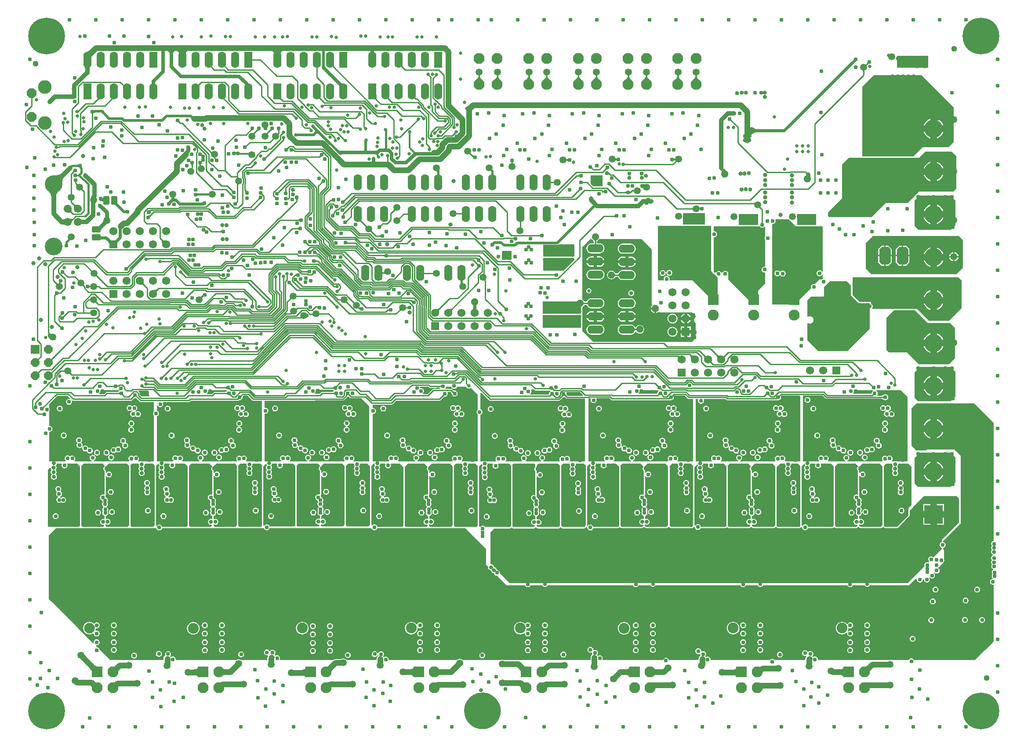
<source format=gbr>
G04 CAM350 V10.5 (Build 464) Date:  Wed Nov 01 10:35:07 2023 *
G04 Database: (Untitled) *
G04 Layer 2: gbl *
%FSLAX25Y25*%
%MOIN*%
%SFA1.000B1.000*%

%MIA0B0*%
%IPPOS*%
%AMA1gbl*
4,1,30,-0.02150,0.00000,-0.02101,0.00457,-0.01956,0.00893,-0.01721,0.01289,-0.01408,0.01625,-0.01030,0.01887,-0.00605,0.02063,-0.00152,0.02145,0.00307,0.02128,0.00752,0.02014,0.01163,0.01808,0.01521,0.01519,0.01810,0.01161,0.02015,0.00750,0.02128,0.00304,0.02144,-0.00155,0.02062,-0.00607,0.01886,-0.01032,0.01624,-0.01410,0.01287,-0.01722,0.00891,-0.01957,0.00455,-0.02101,-0.00003,-0.02150,-0.00460,-0.02100,-0.00896,-0.01954,-0.01291,-0.01719,-0.01627,-0.01406,-0.01888,-0.01028,-0.02064,-0.00602,-0.02145,-0.00150,-0.02150,0.00000,0.00000*
%
%AMA2gbl*
4,1,8,0.01346,0.03250,0.03250,0.01346,0.03250,-0.01346,0.01346,-0.03250,-0.01346,-0.03250,-0.03250,-0.01346,-0.03250,0.01346,-0.01346,0.03250,0.01346,0.03250,0.00000*
%
%AMA3gbl*
4,1,8,0.06800,0.02230,0.06800,-0.02230,0.04730,-0.04300,-0.04730,-0.04300,-0.06800,-0.02230,-0.06800,0.02230,-0.04730,0.04300,0.04730,0.04300,0.06800,0.02230,0.00000*
%
%AMA4gbl*
4,1,8,0.01512,0.03650,0.03650,0.01512,0.03650,-0.01512,0.01512,-0.03650,-0.01512,-0.03650,-0.03650,-0.01512,-0.03650,0.01512,-0.01512,0.03650,0.01512,0.03650,0.00000*
%
%AMA5gbl*
4,1,8,0.04300,0.04730,0.04300,-0.04730,0.02230,-0.06800,-0.02230,-0.06800,-0.04300,-0.04730,-0.04300,0.04730,-0.02230,0.06800,0.02230,0.06800,0.04300,0.04730,0.00000*
%
%AMA6gbl*
4,1,33,-0.02650,0.00000,-0.02601,0.00508,-0.02455,0.00998,-0.02218,0.01450,-0.01899,0.01849,-0.01509,0.02178,-0.01063,0.02427,-0.00578,0.02586,-0.00071,0.02649,0.00438,0.02614,0.00931,0.02481,0.01390,0.02256,0.01797,0.01948,0.02137,0.01567,0.02398,0.01128,0.02570,0.00647,0.02646,0.00143,0.02624,-0.00368,0.02505,-0.00864,0.02293,-0.01329,0.01996,-0.01744,0.01624,-0.02094,0.01192,-0.02367,0.00716,-0.02551,0.00214,-0.02641,-0.00297,-0.02633,-0.00796,-0.02527,-0.01266,-0.02328,-0.01689,-0.02042,-0.02050,-0.01680,-0.02334,-0.01255,-0.02531,-0.00785,-0.02635,-0.00285,-0.02650,0.00000,0.00000*
%
%AMA7gbl*
4,1,33,-0.02650,0.00000,-0.02601,0.00508,-0.02455,0.00998,-0.02218,0.01450,-0.01899,0.01849,-0.01509,0.02178,-0.01063,0.02427,-0.00578,0.02586,-0.00071,0.02649,0.00438,0.02614,0.00931,0.02481,0.01390,0.02256,0.01797,0.01948,0.02137,0.01567,0.02398,0.01128,0.02570,0.00647,0.02646,0.00143,0.02624,-0.00368,0.02505,-0.00864,0.02293,-0.01329,0.01996,-0.01744,0.01624,-0.02094,0.01192,-0.02367,0.00716,-0.02551,0.00214,-0.02641,-0.00297,-0.02633,-0.00796,-0.02527,-0.01266,-0.02328,-0.01689,-0.02042,-0.02050,-0.01680,-0.02334,-0.01255,-0.02531,-0.00785,-0.02635,-0.00285,-0.02650,0.00000,0.00000*
%
%AMA8gbl*
20,1,0.02600,-0.03300,0.00000,0.03300,0.00000,0.00000*
1,1,0.02300,-0.02150,0.01300*
1,1,0.02300,0.02150,0.01300*
20,1,0.02300,-0.02150,0.01300,0.02150,0.01300,0.00000*
1,1,0.02300,-0.02150,-0.01300*
1,1,0.02300,0.02150,-0.01300*
20,1,0.02300,-0.02150,-0.01300,0.02150,-0.01300,0.00000*
%
%AMA9gbl*
20,1,0.06600,-0.01300,0.00000,0.01300,0.00000,0.00000*
1,1,0.02300,-0.01300,-0.02150*
1,1,0.02300,-0.01300,0.02150*
20,1,0.02300,-0.01300,-0.02150,-0.01300,0.02150,0.00000*
1,1,0.02300,0.01300,-0.02150*
1,1,0.02300,0.01300,0.02150*
20,1,0.02300,0.01300,-0.02150,0.01300,0.02150,0.00000*
%
%ADD70C,0.01300*%
%ADD71C,0.01100*%
%ADD23C,0.01500*%
%ADD24C,0.02700*%
%ADD25C,0.00900*%
%ADD26C,0.01000*%
%ADD28A1gbl*%
%ADD29R,0.08300X0.08300*%
%ADD72C,0.03100*%
%ADD73C,0.01800*%
%ADD30C,0.03300*%
%ADD31C,0.02500*%
%ADD32C,0.02300*%
%ADD33C,0.01900*%
%ADD34C,0.04300*%
%ADD35C,0.00950*%
%ADD36C,0.00955*%
%ADD37C,0.01310*%
%ADD38C,0.02100*%
%ADD39C,0.05300*%
%ADD40R,0.06206X0.06206*%
%ADD41C,0.06206*%
%ADD42A2gbl*%
%ADD43R,0.06500X0.06500*%
%ADD44O,0.06300X0.12300*%
%ADD45R,0.06300X0.12300*%
%ADD46C,0.27859*%
%ADD47C,0.08300*%
%ADD48O,0.13898X0.13900*%
%ADD49R,0.13898X0.13900*%
%ADD50O,0.12300X0.06300*%
%ADD51A3gbl*%
%ADD52C,0.10300*%
%ADD53A4gbl*%
%ADD54C,0.13350*%
%ADD55C,0.06100*%
%ADD56A5gbl*%
%ADD57C,0.02600*%
%ADD58C,0.08174*%
%ADD59C,0.03200*%
%ADD60A6gbl*%
%ADD61A7gbl*%
%ADD62A8gbl*%
%ADD63A9gbl*%
%ADD64C,0.03500*%
%ADD65R,0.07320X0.07008*%
%LNgbl*%
%LPD*%
G36*
X126402Y394874D02*
G01X127214Y394902D01*
X127213Y394897*
X127212Y394884*
X127210Y394480*
X126410*
X126402Y394874*
G37*
G36*
X247019Y259345D02*
G01X247171Y259501D01*
X247770Y259203*
X247482Y258881*
X247019Y259345*
G37*
G36*
X201185Y267289D02*
G01X201243Y267349D01*
X201439Y267574*
X201459Y267604*
X201472Y267630*
X201478Y267651*
Y267667*
X201890Y267021*
X201874Y267030*
X201856Y267033*
X201835Y267030*
X201811Y267023*
X201785Y267010*
X201755Y266991*
X201723Y266968*
X201688Y266939*
X201609Y266865*
X201185Y267289*
G37*
G36*
X399484Y420963D02*
G01X399908Y421387D01*
X400273Y421049*
X399822Y420598*
X399818Y420607*
X399807Y420623*
X399790Y420644*
X399698Y420745*
X399484Y420963*
G37*
G36*
X92635Y265325D02*
G01X93211Y265901D01*
X93205Y265878*
Y265853*
X93212Y265823*
X93224Y265791*
X93244Y265755*
X93269Y265716*
X93301Y265673*
X93384Y265578*
X93435Y265526*
X93011Y265101*
X92958Y265152*
X92863Y265235*
X92821Y265267*
X92781Y265293*
X92746Y265312*
X92713Y265325*
X92684Y265331*
X92658*
X92635Y265325*
G37*
G36*
X28949Y343940D02*
G01X28996Y343956D01*
X29039Y343982*
X29076Y344019*
X29109Y344065*
X29137Y344121*
X29159Y344188*
X29177Y344264*
X29190Y344351*
X29197Y344447*
X29200Y344553*
X29800*
X29802Y344447*
X29810Y344351*
X29822Y344264*
X29840Y344188*
X29863Y344121*
X29890Y344065*
X29923Y344019*
X29961Y343982*
X30004Y343956*
X30051Y343940*
X28949*
G37*
G36*
X204880Y321204D02*
G01X204937Y321261D01*
X205093Y321444*
X205115Y321478*
X205130Y321508*
X205138Y321532*
X205139Y321552*
X205133Y321567*
X205703Y320997*
X205688Y321003*
X205668Y321002*
X205644Y320994*
X205614Y320979*
X205580Y320957*
X205542Y320928*
X205450Y320850*
X205340Y320744*
X204880Y321204*
G37*
G36*
X8006Y484677D02*
G01X9194Y484676D01*
X9143Y484671*
X9092Y484653*
X9047Y484622*
X9008Y484579*
X8975Y484524*
X8948Y484457*
X8927Y484377*
X8912Y484285*
X8903Y484181*
X8900Y484065*
X8300*
X8297Y484181*
X8288Y484285*
X8273Y484377*
X8252Y484457*
X8225Y484524*
X8192Y484579*
X8153Y484622*
X8108Y484653*
X8057Y484671*
X8006Y484677*
G37*
G36*
X175705Y513132D02*
G01Y514322D01*
X175706*
X175712Y514270*
X175730Y514219*
X175761Y514174*
X175803Y514135*
X175858Y514102*
X175926Y514075*
X176005Y514054*
X176097Y514039*
X176201Y514030*
X176317Y514027*
Y513427*
X176201Y513424*
X176097Y513415*
X176005Y513400*
X175926Y513379*
X175858Y513352*
X175803Y513319*
X175761Y513280*
X175730Y513235*
X175712Y513184*
X175705Y513132*
G37*
G36*
X26338Y439169D02*
G01X26638Y440186D01*
X26651Y440139*
X26671Y440098*
X26697Y440061*
X26730Y440029*
X26769Y440002*
X26816Y439980*
X26868Y439963*
X26928Y439951*
X26994Y439943*
X27067Y439941*
Y439341*
X26958Y439339*
X26765Y439325*
X26680Y439313*
X26603Y439298*
X26534Y439279*
X26473Y439257*
X26420Y439231*
X26375Y439202*
X26338Y439169*
G37*
G36*
X202542Y407591D02*
G01Y408776D01*
X202573Y408720*
X202611Y408670*
X202657Y408626*
X202710Y408588*
X202770Y408556*
X202838Y408530*
X202913Y408509*
X202995Y408495*
X203085Y408486*
X203182Y408483*
Y407883*
X203085Y407880*
X202995Y407871*
X202913Y407857*
X202838Y407836*
X202770Y407810*
X202710Y407778*
X202657Y407740*
X202611Y407696*
X202573Y407646*
X202542Y407591*
G37*
G36*
X224206Y507798D02*
G01X225387Y507797D01*
X225336Y507792*
X225286Y507772*
X225241Y507740*
X225203Y507695*
X225170Y507637*
X225144Y507566*
X225123Y507482*
X225108Y507386*
X225099Y507277*
X225096Y507154*
X224496*
X224493Y507277*
X224484Y507386*
X224469Y507482*
X224449Y507566*
X224422Y507637*
X224389Y507695*
X224351Y507740*
X224306Y507772*
X224256Y507792*
X224206Y507798*
G37*
G36*
X378445Y390724D02*
G01X379626Y390723D01*
X379575Y390718*
X379525Y390698*
X379481Y390666*
X379442Y390621*
X379409Y390563*
X379383Y390492*
X379362Y390409*
X379347Y390312*
X379338Y390203*
X379335Y390080*
X378735*
X378732Y390203*
X378723Y390312*
X378709Y390409*
X378688Y390492*
X378661Y390563*
X378628Y390621*
X378590Y390666*
X378546Y390698*
X378495Y390718*
X378445Y390724*
G37*
G36*
X242418Y331201D02*
G01Y331801D01*
X242529Y331804*
X242630Y331813*
X242721Y331828*
X242802Y331849*
X242872Y331876*
X242932Y331909*
X242983Y331948*
X243023Y331993*
X243053Y332044*
X243073Y332100*
Y330902*
X243053Y330958*
X243023Y331009*
X242983Y331054*
X242932Y331093*
X242872Y331126*
X242802Y331153*
X242721Y331174*
X242630Y331189*
X242529Y331198*
X242418Y331201*
G37*
G36*
X57927Y340902D02*
G01Y342101D01*
X57947Y342044*
X57977Y341993*
X58017Y341948*
X58067Y341909*
X58128Y341876*
X58198Y341849*
X58279Y341828*
X58370Y341813*
X58471Y341804*
X58582Y341801*
Y341201*
X58471Y341198*
X58370Y341189*
X58279Y341174*
X58198Y341153*
X58128Y341126*
X58067Y341093*
X58017Y341054*
X57977Y341009*
X57947Y340958*
X57927Y340902*
G37*
G36*
X52418Y331201D02*
G01Y331801D01*
X52529Y331804*
X52630Y331813*
X52721Y331828*
X52802Y331849*
X52872Y331876*
X52933Y331909*
X52983Y331948*
X53023Y331993*
X53053Y332044*
X53073Y332100*
Y330901*
X53053Y330958*
X53023Y331009*
X52983Y331054*
X52933Y331093*
X52872Y331126*
X52802Y331153*
X52721Y331174*
X52630Y331189*
X52529Y331198*
X52418Y331201*
G37*
G36*
Y321201D02*
G01Y321801D01*
X52529Y321804*
X52630Y321813*
X52721Y321828*
X52802Y321849*
X52872Y321876*
X52933Y321909*
X52983Y321948*
X53023Y321993*
X53053Y322044*
X53073Y322100*
Y320901*
X53053Y320958*
X53023Y321009*
X52983Y321054*
X52933Y321093*
X52872Y321126*
X52802Y321153*
X52721Y321174*
X52630Y321189*
X52529Y321198*
X52418Y321201*
G37*
G36*
X32681Y277327D02*
G01Y277927D01*
X32792Y277930*
X32893Y277939*
X32984Y277954*
X33065Y277975*
X33135Y278002*
X33195Y278035*
X33246Y278074*
X33286Y278119*
X33316Y278170*
X33336Y278226*
Y277027*
X33316Y277084*
X33286Y277135*
X33246Y277180*
X33195Y277219*
X33135Y277252*
X33065Y277279*
X32984Y277300*
X32893Y277315*
X32792Y277324*
X32681Y277327*
G37*
G36*
X292052Y326284D02*
G01X292073Y326228D01*
X292104Y326178*
X292145Y326133*
X292196Y326094*
X292257Y326061*
X292328Y326034*
X292409Y326014*
X292501Y325999*
X292602Y325990*
X292713Y325987*
X292724Y325387*
X292613Y325384*
X292513Y325375*
X292422Y325360*
X292342Y325338*
X292272Y325311*
X292212Y325278*
X292162Y325239*
X292123Y325194*
X292094Y325143*
X292075Y325086*
X292052Y326284*
G37*
G36*
X119616Y273122D02*
G01X119653Y273114D01*
X119694Y273113*
X119736Y273120*
X119782Y273134*
X119830Y273156*
X119881Y273186*
X119935Y273223*
X119991Y273267*
X120050Y273319*
X120112Y273378*
X120536Y272954*
X120481Y272896*
X120393Y272788*
X120360Y272737*
X120335Y272689*
X120317Y272643*
X120306Y272600*
X120303Y272558*
X120307Y272519*
X120319Y272483*
X119616Y273122*
G37*
G36*
X238973Y259282D02*
G01X240155Y259416D01*
X240108Y259382*
X240066Y259339*
X240028Y259288*
X239996Y259229*
X239969Y259162*
X239946Y259087*
X239929Y259004*
X239916Y258913*
X239909Y258814*
X239906Y258707*
X239251*
X239249Y258799*
X239240Y258884*
X239226Y258961*
X239207Y259030*
X239182Y259091*
X239151Y259145*
X239115Y259191*
X239073Y259229*
X239026Y259259*
X238973Y259282*
G37*
G36*
X378431Y386463D02*
G01X378489Y386478D01*
X378541Y386505*
X378586Y386541*
X378626Y386588*
X378659Y386646*
X378687Y386714*
X378708Y386794*
X378723Y386883*
X378732Y386984*
X378735Y387094*
X379335Y387047*
X379338Y386935*
X379347Y386834*
X379362Y386742*
X379382Y386659*
X379408Y386587*
X379440Y386524*
X379479Y386471*
X379522Y386427*
X379572Y386393*
X379627Y386369*
X378431Y386463*
G37*
G36*
X226377Y320378D02*
G01Y321677D01*
X226400Y321615*
X226433Y321560*
X226478Y321511*
X226533Y321469*
X226599Y321433*
X226676Y321404*
X226764Y321381*
X226862Y321365*
X226972Y321355*
X227092Y321352*
Y320702*
X226972Y320699*
X226862Y320689*
X226764Y320673*
X226676Y320650*
X226599Y320621*
X226533Y320585*
X226478Y320543*
X226433Y320494*
X226400Y320439*
X226377Y320378*
G37*
G36*
X198709Y453581D02*
G01X200017D01*
X199969Y453542*
X199925Y453494*
X199887Y453438*
X199854Y453374*
X199826Y453302*
X199803Y453222*
X199786Y453133*
X199773Y453035*
X199765Y452930*
X199763Y452816*
X198963*
X198960Y452930*
X198940Y453133*
X198922Y453222*
X198899Y453302*
X198871Y453374*
X198838Y453438*
X198800Y453494*
X198757Y453542*
X198709Y453581*
G37*
G36*
X350968Y351160D02*
G01X351024Y351165D01*
X351075Y351180*
X351119Y351208*
X351158Y351247*
X351191Y351299*
X351218Y351362*
X351238Y351437*
X351253Y351524*
X351262Y351622*
X351265Y351733*
X351865Y351562*
X351868Y351450*
X351888Y351253*
X351906Y351167*
X351930Y351090*
X351958Y351021*
X351991Y350961*
X352030Y350910*
X352074Y350868*
X352123Y350834*
X350968Y351160*
G37*
G36*
X209034Y333515D02*
G01X209163Y334808D01*
X209180Y334745*
X209208Y334689*
X209248Y334639*
X209299Y334596*
X209361Y334560*
X209435Y334530*
X209521Y334507*
X209618Y334491*
X209726Y334481*
X209846Y334477*
X209780Y333827*
X209660Y333824*
X209550Y333815*
X209450Y333799*
X209360Y333777*
X209280Y333749*
X209211Y333715*
X209152Y333674*
X209102Y333627*
X209063Y333574*
X209034Y333515*
G37*
G36*
X220813Y321066D02*
G01X220933Y321069D01*
X221041Y321079*
X221138Y321096*
X221223Y321119*
X221296Y321149*
X221358Y321185*
X221409Y321228*
X221447Y321278*
X221475Y321334*
X221490Y321395*
X221639Y320106*
X221609Y320164*
X221569Y320217*
X221520Y320264*
X221460Y320304*
X221390Y320338*
X221310Y320366*
X221219Y320388*
X221119Y320403*
X221009Y320413*
X220889Y320416*
X220813Y321066*
G37*
G36*
X47514Y394553D02*
G01Y395253D01*
X47741Y395254*
X48752Y395314*
X48778Y395328*
Y394479*
X48752Y394493*
X48703Y394505*
X48633Y394517*
X48540Y394526*
X48127Y394547*
X47514Y394553*
G37*
G36*
X351381Y346211D02*
G01X352466Y346725D01*
X352427Y346686*
X352401Y346642*
X352388Y346594*
Y346541*
X352400Y346484*
X352425Y346422*
X352463Y346355*
X352513Y346284*
X352576Y346209*
X352653Y346129*
X352075Y345858*
X351994Y345935*
X351840Y346062*
X351767Y346112*
X351696Y346152*
X351628Y346182*
X351562Y346204*
X351500Y346216*
X351439Y346218*
X351381Y346211*
G37*
G36*
X462075Y412327D02*
G01Y413727D01*
X462104Y413689*
X462144Y413655*
X462195Y413625*
X462257Y413599*
X462330Y413577*
X462414Y413559*
X462510Y413545*
X462734Y413529*
X462863Y413527*
Y412527*
X462734Y412525*
X462510Y412509*
X462414Y412495*
X462330Y412477*
X462257Y412455*
X462195Y412429*
X462144Y412399*
X462104Y412365*
X462075Y412327*
G37*
G36*
X144315Y443051D02*
G01X144590Y443624D01*
X144670Y443548*
X144746Y443485*
X144817Y443434*
X144883Y443396*
X144945Y443371*
X145003Y443359*
X145056*
X145105Y443372*
X145149Y443398*
X145188Y443436*
X144666Y442358*
X144673Y442414*
X144671Y442475*
X144659Y442538*
X144638Y442604*
X144608Y442672*
X144568Y442743*
X144519Y442816*
X144460Y442892*
X144392Y442970*
X144315Y443051*
G37*
G36*
X23150Y286755D02*
G01X23191Y286723D01*
X23240Y286700*
X23293Y286690*
X23351Y286692*
X23413Y286708*
X23480Y286736*
X23551Y286778*
X23627Y286832*
X23707Y286899*
X23791Y286979*
X24215Y286555*
X24135Y286471*
X24068Y286391*
X24014Y286315*
X23972Y286244*
X23944Y286178*
X23928Y286115*
X23925Y286057*
X23936Y286004*
X23959Y285955*
X23991Y285914*
X23150Y286755*
G37*
G36*
Y276755D02*
G01X23191Y276723D01*
X23240Y276700*
X23293Y276690*
X23351Y276692*
X23413Y276708*
X23480Y276736*
X23551Y276778*
X23627Y276832*
X23707Y276899*
X23791Y276979*
X24215Y276555*
X24135Y276471*
X24068Y276391*
X24014Y276315*
X23972Y276244*
X23944Y276178*
X23928Y276115*
X23925Y276057*
X23936Y276004*
X23959Y275955*
X23991Y275914*
X23150Y276755*
G37*
G36*
X13150D02*
G01X13191Y276723D01*
X13240Y276700*
X13293Y276690*
X13351Y276692*
X13413Y276708*
X13480Y276736*
X13551Y276778*
X13627Y276832*
X13707Y276899*
X13791Y276979*
X14215Y276555*
X14135Y276471*
X14068Y276391*
X14014Y276315*
X13972Y276244*
X13944Y276178*
X13928Y276115*
X13925Y276057*
X13936Y276004*
X13959Y275955*
X13991Y275914*
X13150Y276755*
G37*
G36*
X13067Y286838D02*
G01X13108Y286806D01*
X13157Y286782*
X13210Y286772*
X13268Y286775*
X13331Y286791*
X13397Y286819*
X13468Y286860*
X13544Y286915*
X13624Y286982*
X13708Y287062*
X14133Y286638*
X14052Y286553*
X13985Y286474*
X13931Y286398*
X13890Y286327*
X13861Y286260*
X13845Y286198*
X13843Y286140*
X13853Y286087*
X13876Y286038*
X13908Y285997*
X13067Y286838*
G37*
G36*
X77604Y494261D02*
G01X77946Y494768D01*
X78035Y494683*
X78118Y494613*
X78195Y494557*
X78266Y494515*
X78332Y494488*
X78392Y494474*
X78446Y494475*
X78495Y494490*
X78537Y494519*
X78571Y494558*
X77898Y493559*
X77922Y493606*
X77937Y493662*
X77939Y493723*
X77929Y493787*
X77906Y493855*
X77871Y493928*
X77823Y494005*
X77762Y494086*
X77690Y494172*
X77604Y494261*
G37*
G36*
X153810Y483647D02*
G01X154831Y484302D01*
X154790Y484269*
X154760Y484227*
X154744Y484179*
X154742Y484125*
X154755Y484066*
X154782Y484000*
X154823Y483929*
X154879Y483852*
X154949Y483769*
X155034Y483680*
X154520Y483345*
X154430Y483431*
X154344Y483505*
X154262Y483566*
X154185Y483614*
X154111Y483650*
X154042Y483674*
X153976Y483685*
X153915Y483684*
X153859Y483670*
X153810Y483647*
G37*
G36*
X186364Y457785D02*
G01X186421Y457769D01*
X186482Y457763*
X186546Y457768*
X186611Y457783*
X186680Y457808*
X186750Y457844*
X186824Y457890*
X186899Y457947*
X186978Y458013*
X187059Y458090*
X187565Y457749*
X187489Y457668*
X187425Y457591*
X187374Y457518*
X187335Y457449*
X187308Y457384*
X187293Y457322*
X187291Y457264*
X187300Y457209*
X187323Y457159*
X187357Y457112*
X186364Y457785*
G37*
G36*
X134401Y494904D02*
G01Y494905D01*
X134442Y494872*
X134491Y494850*
X134545Y494840*
X134604Y494845*
X134668Y494862*
X134737Y494893*
X134811Y494937*
X134890Y494995*
X134973Y495066*
X135062Y495150*
X135483Y494723*
X135398Y494634*
X135327Y494550*
X135269Y494471*
X135224Y494397*
X135192Y494328*
X135174Y494263*
X135169Y494204*
X135178Y494149*
X135199Y494099*
X135230Y494059*
X134401Y494904*
G37*
G36*
X68432Y483620D02*
G01X68517Y483710D01*
X68589Y483794*
X68645Y483872*
X68687Y483944*
X68714Y484009*
X68727Y484069*
X68725Y484122*
X68708Y484169*
X68677Y484210*
X68636Y484242*
X69684Y483615*
X69635Y483637*
X69576Y483650*
X69514*
X69447Y483637*
X69376Y483612*
X69301Y483574*
X69222Y483524*
X69138Y483461*
X69051Y483386*
X68959Y483299*
X68432Y483620*
G37*
G36*
X236486Y508265D02*
G01X237309Y509117D01*
X237278Y509076*
X237256Y509026*
X237248Y508971*
X237254Y508911*
X237272Y508846*
X237304Y508777*
X237350Y508702*
X237408Y508623*
X237480Y508539*
X237565Y508449*
X237147Y508019*
X237058Y508103*
X236974Y508175*
X236895Y508232*
X236821Y508277*
X236752Y508308*
X236688Y508325*
X236629Y508329*
X236575Y508320*
X236526Y508297*
X236486Y508265*
G37*
G36*
X288570Y508279D02*
G01X289387Y509139D01*
X289356Y509097*
X289335Y509047*
X289328Y508992*
X289333Y508932*
X289352Y508866*
X289385Y508797*
X289430Y508722*
X289489Y508642*
X289561Y508557*
X289646Y508468*
X289232Y508034*
X289143Y508119*
X289058Y508190*
X288979Y508248*
X288905Y508293*
X288836Y508324*
X288772Y508341*
X288713Y508345*
X288660Y508335*
X288611Y508312*
X288570Y508279*
G37*
G36*
X226503Y483979D02*
G01X227321Y484839D01*
X227290Y484797*
X227269Y484747*
X227261Y484692*
X227267Y484632*
X227286Y484566*
X227318Y484497*
X227363Y484422*
X227422Y484342*
X227494Y484257*
X227580Y484168*
X227165Y483734*
X227076Y483819*
X226992Y483890*
X226913Y483948*
X226839Y483993*
X226770Y484024*
X226706Y484041*
X226647Y484045*
X226593Y484036*
X226544Y484012*
X226503Y483979*
G37*
G36*
X154456Y508295D02*
G01X155266Y509161D01*
Y509160*
X155235Y509119*
X155214Y509068*
X155207Y509013*
X155213Y508952*
X155232Y508887*
X155265Y508816*
X155311Y508741*
X155370Y508661*
X155442Y508576*
X155528Y508486*
X155117Y508049*
X155027Y508134*
X154943Y508206*
X154864Y508264*
X154789Y508308*
X154720Y508339*
X154657Y508357*
X154598Y508361*
X154544Y508351*
X154495Y508328*
X154456Y508295*
G37*
G36*
X278386Y483868D02*
G01X279265Y484664D01*
X279231Y484625*
X279208Y484577*
X279198Y484524*
X279201Y484465*
X279219Y484401*
X279250Y484332*
X279294Y484258*
X279353Y484178*
X279425Y484093*
X279511Y484003*
X279067Y483598*
X278977Y483685*
X278891Y483758*
X278810Y483818*
X278734Y483864*
X278663Y483898*
X278597Y483917*
X278536Y483924*
X278480Y483918*
X278428Y483898*
X278387Y483868*
X278386*
G37*
G36*
X144013Y508040D02*
G01X144966Y508762D01*
X144929Y508727*
X144903Y508682*
X144890Y508631*
X144892Y508575*
X144907Y508512*
X144937Y508444*
X144981Y508371*
X145040Y508292*
X145112Y508206*
X145199Y508115*
X144716Y507750*
X144625Y507837*
X144538Y507911*
X144456Y507972*
X144378Y508020*
X144305Y508055*
X144237Y508078*
X144173Y508087*
X144114Y508083*
X144059Y508067*
X144014Y508040*
X144013*
G37*
G36*
X46192Y414713D02*
G01X47040Y415560D01*
X47014Y415507*
X46999Y415450*
X46996Y415390*
X47004Y415326*
X47023Y415260*
X47054Y415191*
X47096Y415119*
X47150Y415044*
X47215Y414967*
X47291Y414886*
X46867Y414462*
X46786Y414538*
X46708Y414603*
X46634Y414657*
X46562Y414699*
X46493Y414730*
X46427Y414749*
X46364Y414757*
X46303Y414754*
X46246Y414739*
X46192Y414713*
G37*
G36*
X37055Y275487D02*
G01X37903Y276334D01*
X37877Y276281*
X37862Y276223*
X37859Y276163*
X37867Y276100*
X37886Y276034*
X37917Y275965*
X37959Y275893*
X38013Y275818*
X38078Y275741*
X38154Y275660*
X37730Y275236*
X37649Y275312*
X37571Y275377*
X37497Y275431*
X37425Y275473*
X37356Y275504*
X37290Y275523*
X37226Y275531*
X37166Y275528*
X37109Y275513*
X37055Y275487*
G37*
G36*
X252502Y329170D02*
G01X252926Y329594D01*
X253007Y329518*
X253084Y329453*
X253159Y329399*
X253231Y329357*
X253300Y329326*
X253366Y329307*
X253429Y329299*
X253490Y329302*
X253547Y329317*
X253601Y329343*
X252753Y328496*
X252779Y328549*
X252794Y328606*
X252797Y328666*
X252789Y328730*
X252770Y328796*
X252739Y328865*
X252697Y328937*
X252643Y329011*
X252578Y329089*
X252502Y329170*
G37*
G36*
X496569Y436290D02*
G01X496645Y436371D01*
X496710Y436448*
X496764Y436523*
X496806Y436595*
X496837Y436664*
X496856Y436730*
X496864Y436794*
X496861Y436854*
X496846Y436911*
X496819Y436965*
X497667Y436117*
X497614Y436143*
X497556Y436158*
X497496Y436161*
X497433Y436153*
X497367Y436134*
X497298Y436103*
X497226Y436061*
X497151Y436007*
X497073Y435942*
X496993Y435866*
X496569Y436290*
G37*
G36*
X42509Y418820D02*
G01X42933Y419245D01*
X43013Y419168*
X43091Y419103*
X43166Y419049*
X43238Y419007*
X43307Y418976*
X43373Y418957*
X43436Y418949*
X43496Y418953*
X43554Y418967*
X43608Y418994*
X42760Y418146*
X42786Y418199*
X42801Y418257*
X42804Y418317*
X42796Y418380*
X42777Y418446*
X42746Y418515*
X42703Y418587*
X42650Y418662*
X42585Y418740*
X42509Y418820*
G37*
G36*
X57000Y349361D02*
G01X57849Y350208D01*
X57823Y350155*
X57808Y350098*
X57804Y350038*
X57812Y349974*
X57832Y349908*
X57863Y349839*
X57905Y349768*
X57958Y349693*
X58024Y349615*
X58100Y349534*
X57676Y349110*
X57595Y349186*
X57517Y349251*
X57442Y349305*
X57370Y349347*
X57301Y349378*
X57235Y349397*
X57172Y349405*
X57112Y349402*
X57055Y349387*
X57000Y349361*
G37*
G36*
X56792Y329361D02*
G01X57640Y330209D01*
X57614Y330155*
X57599Y330098*
X57596Y330038*
X57604Y329974*
X57623Y329908*
X57654Y329839*
X57696Y329768*
X57750Y329693*
X57815Y329615*
X57891Y329534*
X57467Y329110*
X57386Y329186*
X57308Y329251*
X57234Y329305*
X57162Y329347*
X57093Y329378*
X57027Y329397*
X56964Y329405*
X56903Y329402*
X56846Y329387*
X56792Y329361*
G37*
G36*
X27108Y343468D02*
G01X27533Y343893D01*
X27613Y343816*
X27691Y343751*
X27766Y343698*
X27838Y343655*
X27907Y343625*
X27973Y343605*
X28036Y343597*
X28096Y343601*
X28154Y343615*
X28208Y343642*
X27359Y342794*
X27386Y342848*
X27400Y342905*
X27404Y342965*
X27396Y343028*
X27377Y343094*
X27346Y343163*
X27304Y343235*
X27250Y343310*
X27185Y343388*
X27108Y343468*
G37*
G36*
X53317Y353468D02*
G01X53741Y353893D01*
X53822Y353816*
X53900Y353751*
X53975Y353698*
X54047Y353655*
X54116Y353625*
X54182Y353605*
X54245Y353597*
X54305Y353601*
X54362Y353615*
X54417Y353642*
X53568Y352794*
X53594Y352847*
X53609Y352905*
X53613Y352965*
X53605Y353028*
X53585Y353094*
X53554Y353163*
X53512Y353235*
X53459Y353310*
X53394Y353388*
X53317Y353468*
G37*
G36*
X47000Y342267D02*
G01X47849Y343115D01*
X47823Y343061*
X47808Y343004*
X47804Y342944*
X47812Y342881*
X47832Y342815*
X47863Y342746*
X47905Y342674*
X47958Y342599*
X48024Y342521*
X48100Y342440*
X47676Y342016*
X47595Y342093*
X47517Y342158*
X47442Y342211*
X47370Y342253*
X47301Y342284*
X47235Y342304*
X47172Y342312*
X47112Y342308*
X47055Y342293*
X47000Y342267*
G37*
G36*
X43317Y346375D02*
G01X43741Y346799D01*
X43822Y346723*
X43900Y346657*
X43975Y346604*
X44047Y346562*
X44116Y346531*
X44182Y346511*
X44245Y346503*
X44305Y346507*
X44362Y346522*
X44417Y346548*
X43568Y345700*
X43594Y345754*
X43609Y345811*
X43613Y345871*
X43605Y345934*
X43585Y346000*
X43554Y346069*
X43512Y346141*
X43459Y346216*
X43394Y346294*
X43317Y346375*
G37*
G36*
X58157Y483846D02*
G01X58244Y483937D01*
X58317Y484023*
X58376Y484103*
X58421Y484177*
X58452Y484246*
X58468Y484309*
X58470Y484366*
X58458Y484417*
X58432Y484463*
X58396Y484500*
X59335Y483762*
X59336*
X59290Y483790*
X59236Y483808*
X59177Y483811*
X59114Y483803*
X59045Y483780*
X58972Y483745*
X58894Y483697*
X58812Y483635*
X58725Y483561*
X58633Y483473*
X58157Y483846*
G37*
G36*
X298735Y484115D02*
G01X299492Y485033D01*
X299464Y484990*
X299446Y484936*
X299441Y484878*
X299450Y484815*
X299472Y484747*
X299507Y484674*
X299556Y484596*
X299618Y484513*
X299693Y484425*
X299782Y484332*
X299397Y483869*
X299305Y483956*
X299218Y484030*
X299138Y484090*
X299063Y484135*
X298993Y484166*
X298930Y484184*
X298872Y484187*
X298819Y484176*
X298773Y484150*
X298735Y484115*
G37*
G36*
X572765Y256722D02*
G01X572851Y256811D01*
X572995Y256980*
X573053Y257059*
X573102Y257136*
X573141Y257210*
X573172Y257281*
X573193Y257349*
X573205Y257414*
X573208Y257475*
X573785Y256387*
X573735Y256418*
X573683Y256439*
X573631Y256451*
X573577Y256453*
X573522Y256445*
X573465Y256427*
X573408Y256400*
X573349Y256363*
X573289Y256316*
X573228Y256259*
X572765Y256722*
G37*
G36*
X491465D02*
G01X491551Y256811D01*
X491695Y256980*
X491753Y257059*
X491802Y257136*
X491841Y257210*
X491872Y257281*
X491893Y257349*
X491905Y257414*
X491908Y257475*
X492485Y256387*
X492435Y256418*
X492383Y256439*
X492331Y256451*
X492277Y256453*
X492222Y256445*
X492165Y256427*
X492108Y256400*
X492049Y256363*
X491989Y256316*
X491928Y256259*
X491465Y256722*
G37*
G36*
X256381Y461798D02*
G01X256806Y462222D01*
X256872Y462160*
X256939Y462107*
X257006Y462063*
X257072Y462028*
X257139Y462003*
X257206Y461986*
X257274Y461978*
X257341Y461980*
X257408Y461990*
X257475Y462010*
X256720Y461058*
X256724Y461130*
X256720Y461202*
X256707Y461275*
X256686Y461349*
X256656Y461423*
X256618Y461497*
X256572Y461572*
X256517Y461647*
X256453Y461722*
X256381Y461798*
G37*
G36*
X333997Y396392D02*
G01Y397192D01*
X334152Y397196*
X334290Y397208*
X334412Y397228*
X334517Y397256*
X334606Y397292*
X334680Y397336*
X334736Y397388*
X334777Y397448*
X334801Y397516*
X334809Y397586*
X334808Y395998*
X334801Y396068*
X334777Y396136*
X334736Y396196*
X334680Y396248*
X334606Y396292*
X334517Y396328*
X334412Y396356*
X334290Y396376*
X334152Y396388*
X333997Y396392*
G37*
G36*
X292947Y396253D02*
G01Y397053D01*
X293102Y397057*
X293240Y397069*
X293361Y397089*
X293467Y397117*
X293556Y397153*
X293630Y397197*
X293686Y397249*
X293727Y397309*
X293751Y397377*
X293759Y397447*
X293758Y395859*
X293751Y395929*
X293727Y395997*
X293686Y396057*
X293630Y396109*
X293556Y396153*
X293467Y396189*
X293361Y396217*
X293240Y396237*
X293102Y396249*
X292947Y396253*
G37*
G36*
X402026Y419859D02*
G01Y421447D01*
X402027*
X402034Y421377*
X402058Y421309*
X402099Y421249*
X402156Y421197*
X402229Y421153*
X402318Y421117*
X402424Y421089*
X402545Y421069*
X402683Y421057*
X402838Y421053*
Y420253*
X402683Y420249*
X402545Y420237*
X402424Y420217*
X402318Y420189*
X402229Y420153*
X402156Y420109*
X402099Y420057*
X402058Y419997*
X402034Y419929*
X402026Y419859*
G37*
G36*
X305990Y350707D02*
G01Y352295D01*
X305991*
X305998Y352225*
X306023Y352157*
X306063Y352097*
X306120Y352045*
X306193Y352001*
X306283Y351965*
X306388Y351937*
X306510Y351917*
X306648Y351905*
X306802Y351901*
Y351101*
X306648Y351097*
X306510Y351085*
X306388Y351065*
X306283Y351037*
X306193Y351001*
X306120Y350957*
X306063Y350905*
X306023Y350845*
X305998Y350777*
X305990Y350707*
G37*
G36*
X274290Y351259D02*
G01Y352847D01*
X274291*
X274298Y352777*
X274323Y352709*
X274363Y352649*
X274420Y352597*
X274493Y352553*
X274583Y352517*
X274688Y352489*
X274810Y352469*
X274948Y352457*
X275102Y352453*
Y351653*
X274948Y351649*
X274810Y351637*
X274688Y351617*
X274583Y351589*
X274493Y351553*
X274420Y351509*
X274363Y351457*
X274323Y351397*
X274298Y351329*
X274290Y351259*
G37*
G36*
X435229Y373463D02*
G01X435300Y373471D01*
X435368Y373496*
X435428Y373536*
X435479Y373593*
X435523Y373666*
X435560Y373756*
X435588Y373861*
X435607Y373983*
X435619Y374121*
X435624Y374275*
X436424*
X436427Y374121*
X436440Y373983*
X436459Y373861*
X436487Y373756*
X436523Y373666*
X436567Y373593*
X436619Y373536*
X436679Y373496*
X436748Y373471*
X436818Y373463*
X435229*
G37*
G36*
X208822Y324897D02*
G01X208873Y324860D01*
X208928Y324836*
X208988Y324825*
X209051Y324828*
X209118Y324844*
X209189Y324873*
X209264Y324915*
X209343Y324971*
X209426Y325040*
X209513Y325122*
X209877Y324567*
X209794Y324480*
X209721Y324395*
X209660Y324313*
X209610Y324233*
X209570Y324156*
X209542Y324082*
X209524Y324010*
X209517Y323941*
X209521Y323875*
X209537Y323811*
X208822Y324897*
G37*
G36*
X441606Y413419D02*
G01Y414019D01*
X441720Y414023*
X441829Y414038*
X441932Y414061*
X442030Y414095*
X442123Y414138*
X442211Y414191*
X442293Y414253*
X442370Y414324*
X442442Y414406*
X442509Y414497*
Y412940*
X442442Y413031*
X442370Y413112*
X442293Y413184*
X442211Y413246*
X442123Y413299*
X442030Y413342*
X441932Y413375*
X441829Y413399*
X441720Y413414*
X441606Y413419*
G37*
G36*
X204255Y332418D02*
G01X204337Y332505D01*
X204408Y332589*
X204466Y332670*
X204512Y332748*
X204545Y332824*
X204567Y332895*
X204576Y332964*
X204573Y333030*
X204558Y333093*
X204530Y333153*
X205449Y332234*
X205390Y332261*
X205327Y332277*
X205261Y332280*
X205192Y332270*
X205120Y332249*
X205045Y332215*
X204967Y332169*
X204886Y332111*
X204802Y332041*
X204714Y331958*
X204255Y332418*
G37*
G36*
X429258Y329276D02*
G01X429428Y329280D01*
X429580Y329292*
X429714Y329312*
X429830Y329339*
X429928Y329375*
X430008Y329419*
X430070Y329470*
X430114Y329530*
X430140Y329597*
X430148Y329667*
X430161Y328085*
X430152Y328155*
X430125Y328222*
X430079Y328282*
X430016Y328333*
X429935Y328377*
X429837Y328413*
X429720Y328440*
X429585Y328460*
X429433Y328472*
X429263Y328476*
X429258Y329276*
G37*
G36*
X403692Y420253D02*
G01Y421053D01*
X403839Y421057*
X403973Y421069*
X404094Y421089*
X404203Y421117*
X404299Y421153*
X404383Y421197*
X404454Y421249*
X404512Y421309*
X404558Y421377*
X404591Y421453*
Y419853*
X404558Y419929*
X404512Y419997*
X404454Y420057*
X404383Y420109*
X404299Y420153*
X404203Y420189*
X404094Y420217*
X403973Y420237*
X403839Y420249*
X403692Y420253*
G37*
G36*
X330420Y395992D02*
G01Y397592D01*
X330453Y397516*
X330499Y397448*
X330557Y397388*
X330628Y397336*
X330712Y397292*
X330808Y397256*
X330917Y397228*
X331038Y397208*
X331172Y397196*
X331319Y397192*
Y396392*
X331172Y396388*
X331038Y396376*
X330917Y396356*
X330808Y396328*
X330712Y396292*
X330628Y396248*
X330557Y396196*
X330499Y396136*
X330453Y396068*
X330420Y395992*
G37*
G36*
X312232Y351101D02*
G01Y351901D01*
X312379Y351905*
X312512Y351917*
X312634Y351937*
X312743Y351965*
X312839Y352001*
X312923Y352045*
X312994Y352097*
X313052Y352157*
X313098Y352225*
X313131Y352301*
Y350701*
X313098Y350777*
X313052Y350845*
X312994Y350905*
X312923Y350957*
X312839Y351001*
X312743Y351037*
X312634Y351065*
X312512Y351085*
X312379Y351097*
X312232Y351101*
G37*
G36*
X509302Y400326D02*
G01Y401126D01*
X509449Y401130*
X509583Y401142*
X509704Y401162*
X509813Y401190*
X509909Y401226*
X509993Y401270*
X510064Y401322*
X510123Y401382*
X510168Y401450*
X510202Y401526*
Y399926*
X510168Y400002*
X510123Y400070*
X510064Y400130*
X509993Y400182*
X509909Y400226*
X509813Y400262*
X509704Y400290*
X509583Y400310*
X509449Y400322*
X509302Y400326*
G37*
G36*
X638508Y505559D02*
G01X640108D01*
X640032Y505525*
X639964Y505479*
X639904Y505421*
X639852Y505350*
X639808Y505266*
X639772Y505170*
X639744Y505061*
X639724Y504940*
X639712Y504806*
X639708Y504659*
X638908*
X638904Y504806*
X638892Y504940*
X638872Y505061*
X638844Y505170*
X638808Y505266*
X638764Y505350*
X638712Y505421*
X638652Y505479*
X638584Y505525*
X638508Y505559*
G37*
G36*
X435232Y377022D02*
G01X436815Y377021D01*
X436745Y377013*
X436677Y376986*
X436618Y376940*
X436566Y376876*
X436523Y376794*
X436487Y376693*
X436459Y376574*
X436439Y376437*
X436427Y376281*
X436424Y376107*
X435624*
X435619Y376281*
X435608Y376437*
X435588Y376574*
X435560Y376693*
X435524Y376794*
X435481Y376876*
X435429Y376940*
X435370Y376986*
X435302Y377013*
X435232Y377022*
G37*
G36*
X294258Y458206D02*
G01X295868D01*
X295810Y458143*
X295758Y458074*
X295712Y457999*
X295673Y457918*
X295639Y457830*
X295612Y457737*
X295590Y457637*
X295575Y457531*
X295566Y457419*
X295563Y457301*
X294563*
X294560Y457419*
X294551Y457531*
X294535Y457637*
X294514Y457737*
X294487Y457830*
X294453Y457918*
X294413Y457999*
X294368Y458074*
X294316Y458143*
X294258Y458206*
G37*
G36*
X497466Y437188D02*
G01X498175Y437977D01*
X498680Y437472*
X498658Y437465*
X498623Y437444*
X498575Y437408*
X498442Y437295*
X498026Y436898*
X497890Y436764*
X497466Y437188*
G37*
G36*
X92821Y270184D02*
G01X93163Y271695D01*
X93222Y271592*
X93466Y271223*
X93528Y271141*
X93717Y270918*
X93781Y270851*
X93672Y270111*
X93593Y270183*
X93513Y270240*
X93431Y270283*
X93348Y270312*
X93263Y270326*
X93177*
X93090Y270312*
X93002Y270284*
X92912Y270241*
X92821Y270184*
G37*
G36*
X318623Y278676D02*
G01X318714Y278771D01*
X318796Y278866*
X318868Y278961*
X318930Y279058*
X318983Y279154*
X319026Y279252*
X319060Y279350*
X319084Y279449*
X319098Y279548*
X319103Y279648*
X319753*
X319758Y279548*
X319772Y279449*
X319796Y279350*
X319830Y279252*
X319873Y279154*
X319926Y279058*
X319988Y278961*
X320060Y278866*
X320142Y278771*
X320233Y278676*
X318623*
G37*
G36*
X294384Y278122D02*
G01Y279732D01*
X294478Y279641*
X294573Y279559*
X294669Y279487*
X294765Y279425*
X294862Y279372*
X294960Y279329*
X295058Y279295*
X295157Y279271*
X295256Y279257*
X295356Y279252*
Y278602*
X295256Y278597*
X295157Y278583*
X295058Y278559*
X294960Y278525*
X294862Y278482*
X294765Y278429*
X294669Y278367*
X294573Y278295*
X294478Y278213*
X294384Y278122*
G37*
G36*
X317635Y277530D02*
G01Y278180D01*
X317735Y278185*
X317834Y278199*
X317933Y278223*
X318031Y278257*
X318129Y278300*
X318225Y278353*
X318322Y278415*
X318417Y278487*
X318512Y278569*
X318607Y278660*
Y277050*
X318512Y277141*
X318417Y277223*
X318322Y277295*
X318225Y277357*
X318129Y277410*
X318031Y277453*
X317933Y277487*
X317834Y277511*
X317735Y277525*
X317635Y277530*
G37*
G36*
X457999Y433446D02*
G01Y435056D01*
X458097Y434960*
X458196Y434874*
X458295Y434798*
X458393Y434733*
X458491Y434677*
X458589Y434632*
X458686Y434596*
X458783Y434571*
X458881Y434556*
X458977Y434551*
Y433951*
X458881Y433946*
X458783Y433931*
X458686Y433905*
X458589Y433870*
X458491Y433824*
X458393Y433769*
X458295Y433703*
X458196Y433628*
X458097Y433542*
X457999Y433446*
G37*
G36*
X320263Y466827D02*
G01Y467427D01*
X320359Y467432*
X320457Y467447*
X320554Y467472*
X320652Y467508*
X320749Y467553*
X320847Y467609*
X320946Y467675*
X321044Y467750*
X321143Y467836*
X321241Y467932*
Y466322*
X321143Y466418*
X321044Y466504*
X320946Y466580*
X320847Y466645*
X320749Y466701*
X320652Y466746*
X320554Y466782*
X320457Y466807*
X320359Y466822*
X320263Y466827*
G37*
G36*
X274363Y470227D02*
G01Y470827D01*
X274460Y470832*
X274557Y470847*
X274654Y470872*
X274751Y470908*
X274849Y470953*
X274947Y471009*
X275045Y471075*
X275144Y471150*
X275243Y471236*
X275341Y471332*
Y469722*
X275243Y469818*
X275144Y469904*
X275045Y469980*
X274947Y470045*
X274849Y470101*
X274751Y470146*
X274654Y470182*
X274557Y470207*
X274460Y470222*
X274363Y470227*
G37*
G36*
X238463Y341127D02*
G01Y341727D01*
X238560Y341732*
X238657Y341747*
X238754Y341773*
X238852Y341808*
X238949Y341853*
X239047Y341909*
X239145Y341974*
X239244Y342050*
X239343Y342136*
X239441Y342232*
Y340622*
X239343Y340718*
X239244Y340804*
X239145Y340880*
X239047Y340945*
X238949Y341001*
X238852Y341046*
X238754Y341082*
X238657Y341107*
X238560Y341122*
X238463Y341127*
G37*
G36*
X213563Y360727D02*
G01Y361327D01*
X213659Y361332*
X213757Y361347*
X213854Y361372*
X213951Y361408*
X214049Y361453*
X214147Y361509*
X214246Y361575*
X214344Y361650*
X214443Y361736*
X214541Y361832*
Y360222*
X214443Y360318*
X214344Y360404*
X214246Y360480*
X214147Y360545*
X214049Y360601*
X213951Y360646*
X213854Y360682*
X213757Y360707*
X213659Y360722*
X213563Y360727*
G37*
G36*
X177363Y298027D02*
G01Y298627D01*
X177459Y298632*
X177557Y298647*
X177654Y298673*
X177751Y298708*
X177849Y298753*
X177947Y298809*
X178046Y298875*
X178144Y298950*
X178243Y299036*
X178341Y299132*
Y297522*
X178243Y297618*
X178144Y297704*
X178046Y297780*
X177947Y297845*
X177849Y297901*
X177751Y297946*
X177654Y297982*
X177557Y298007*
X177459Y298022*
X177363Y298027*
G37*
G36*
X92363Y305527D02*
G01Y306127D01*
X92459Y306132*
X92557Y306147*
X92654Y306172*
X92752Y306208*
X92849Y306253*
X92947Y306309*
X93046Y306374*
X93144Y306450*
X93243Y306536*
X93341Y306632*
Y305022*
X93243Y305118*
X93144Y305204*
X93046Y305280*
X92947Y305345*
X92849Y305401*
X92752Y305446*
X92654Y305482*
X92557Y305507*
X92459Y305522*
X92363Y305527*
G37*
G36*
X662484Y267748D02*
G01X662580Y267847D01*
X662666Y267946*
X662741Y268044*
X662807Y268143*
X662863Y268241*
X662908Y268338*
X662943Y268436*
X662969Y268533*
X662984Y268630*
X662989Y268727*
X663589*
X663594Y268630*
X663609Y268533*
X663634Y268436*
X663670Y268338*
X663715Y268241*
X663771Y268143*
X663836Y268044*
X663912Y267946*
X663998Y267847*
X664094Y267748*
X662484*
G37*
G36*
X310558Y456748D02*
G01X310654Y456847D01*
X310740Y456946*
X310815Y457044*
X310881Y457142*
X310937Y457241*
X310982Y457338*
X311017Y457436*
X311043Y457533*
X311058Y457630*
X311063Y457727*
X311663*
X311668Y457630*
X311683Y457533*
X311708Y457436*
X311744Y457338*
X311789Y457241*
X311845Y457142*
X311910Y457044*
X311986Y456946*
X312072Y456847*
X312168Y456748*
X310558*
G37*
G36*
X309158Y446560D02*
G01X309254Y446659D01*
X309340Y446757*
X309415Y446856*
X309481Y446954*
X309537Y447052*
X309582Y447150*
X309617Y447247*
X309643Y447345*
X309658Y447442*
X309663Y447539*
X310263*
X310268Y447442*
X310283Y447345*
X310308Y447247*
X310344Y447150*
X310389Y447052*
X310445Y446954*
X310510Y446856*
X310586Y446757*
X310672Y446659*
X310768Y446560*
X309158*
G37*
G36*
X110458Y282048D02*
G01X110554Y282147D01*
X110640Y282246*
X110715Y282344*
X110781Y282443*
X110837Y282541*
X110882Y282638*
X110917Y282736*
X110943Y282833*
X110958Y282930*
X110963Y283027*
X111563*
X111568Y282930*
X111583Y282833*
X111608Y282736*
X111644Y282638*
X111689Y282541*
X111745Y282443*
X111810Y282344*
X111886Y282246*
X111972Y282147*
X112068Y282048*
X110458*
G37*
G36*
X44958Y457648D02*
G01X45054Y457747D01*
X45140Y457846*
X45215Y457944*
X45281Y458042*
X45336Y458141*
X45382Y458238*
X45417Y458336*
X45443Y458433*
X45458Y458530*
X45463Y458627*
X46063*
X46068Y458530*
X46083Y458433*
X46108Y458336*
X46144Y458238*
X46189Y458141*
X46245Y458042*
X46310Y457944*
X46386Y457846*
X46472Y457747*
X46568Y457648*
X44958*
G37*
G36*
X313658Y479206D02*
G01X315268D01*
X315172Y479107*
X315086Y479008*
X315010Y478910*
X314945Y478811*
X314889Y478714*
X314844Y478616*
X314808Y478518*
X314783Y478421*
X314768Y478324*
X314763Y478227*
X314163*
X314158Y478324*
X314143Y478421*
X314117Y478518*
X314082Y478616*
X314036Y478714*
X313981Y478811*
X313915Y478910*
X313840Y479008*
X313754Y479107*
X313658Y479206*
G37*
G36*
X277658Y440006D02*
G01X279268D01*
X279172Y439907*
X279086Y439808*
X279010Y439710*
X278945Y439612*
X278889Y439514*
X278844Y439416*
X278808Y439318*
X278783Y439221*
X278768Y439124*
X278763Y439027*
X278163*
X278158Y439124*
X278143Y439221*
X278117Y439318*
X278082Y439416*
X278037Y439514*
X277981Y439612*
X277915Y439710*
X277840Y439808*
X277754Y439907*
X277658Y440006*
G37*
G36*
X201458Y350306D02*
G01X203068D01*
X202972Y350207*
X202886Y350108*
X202810Y350010*
X202745Y349911*
X202689Y349814*
X202644Y349716*
X202608Y349618*
X202583Y349521*
X202568Y349424*
X202563Y349327*
X201963*
X201958Y349424*
X201943Y349521*
X201917Y349618*
X201882Y349716*
X201836Y349814*
X201781Y349911*
X201715Y350010*
X201640Y350108*
X201554Y350207*
X201458Y350306*
G37*
G36*
X195658Y350406D02*
G01X197268D01*
X197172Y350307*
X197086Y350208*
X197010Y350110*
X196945Y350012*
X196889Y349913*
X196844Y349816*
X196808Y349718*
X196783Y349621*
X196768Y349524*
X196763Y349427*
X196163*
X196158Y349524*
X196143Y349621*
X196117Y349718*
X196082Y349816*
X196036Y349913*
X195981Y350012*
X195915Y350110*
X195840Y350208*
X195754Y350307*
X195658Y350406*
G37*
G36*
X192658Y348206D02*
G01X194268D01*
X194172Y348107*
X194086Y348008*
X194010Y347910*
X193945Y347812*
X193889Y347714*
X193844Y347616*
X193808Y347518*
X193783Y347421*
X193768Y347324*
X193763Y347227*
X193163*
X193158Y347324*
X193143Y347421*
X193117Y347518*
X193082Y347616*
X193037Y347714*
X192981Y347812*
X192915Y347910*
X192840Y348008*
X192754Y348107*
X192658Y348206*
G37*
G36*
X116758Y355606D02*
G01X118368D01*
X118272Y355507*
X118186Y355408*
X118110Y355310*
X118045Y355211*
X117989Y355113*
X117944Y355016*
X117908Y354918*
X117883Y354821*
X117868Y354724*
X117863Y354627*
X117263*
X117258Y354724*
X117243Y354821*
X117217Y354918*
X117182Y355016*
X117136Y355113*
X117081Y355211*
X117015Y355310*
X116940Y355408*
X116854Y355507*
X116758Y355606*
G37*
G36*
X31558Y465006D02*
G01X33168D01*
X33072Y464907*
X32986Y464808*
X32910Y464710*
X32845Y464612*
X32789Y464514*
X32744Y464416*
X32708Y464318*
X32683Y464221*
X32668Y464124*
X32663Y464027*
X32063*
X32058Y464124*
X32043Y464221*
X32017Y464318*
X31982Y464416*
X31937Y464514*
X31881Y464612*
X31815Y464710*
X31740Y464808*
X31654Y464907*
X31558Y465006*
G37*
G36*
X638587Y270978D02*
G01Y271578D01*
X638684Y271583*
X638781Y271599*
X638878Y271624*
X638976Y271659*
X639074Y271705*
X639172Y271760*
X639270Y271826*
X639368Y271902*
X639467Y271987*
X639566Y272083*
Y270473*
X639467Y270569*
X639368Y270655*
X639270Y270731*
X639172Y270797*
X639074Y270852*
X638976Y270898*
X638878Y270933*
X638781Y270958*
X638684Y270973*
X638587Y270978*
G37*
G36*
X317684Y455222D02*
G01Y456832D01*
X317783Y456736*
X317882Y456650*
X317980Y456575*
X318078Y456509*
X318176Y456453*
X318274Y456408*
X318372Y456372*
X318469Y456347*
X318566Y456332*
X318663Y456327*
Y455727*
X318566Y455722*
X318469Y455707*
X318372Y455682*
X318274Y455646*
X318176Y455601*
X318078Y455545*
X317980Y455480*
X317882Y455404*
X317783Y455318*
X317684Y455222*
G37*
G36*
X286084Y454022D02*
G01Y455632D01*
X286183Y455536*
X286282Y455450*
X286380Y455374*
X286478Y455309*
X286576Y455253*
X286674Y455208*
X286772Y455173*
X286869Y455147*
X286966Y455132*
X287063Y455127*
Y454527*
X286966Y454522*
X286869Y454507*
X286772Y454482*
X286674Y454446*
X286576Y454401*
X286478Y454345*
X286380Y454280*
X286282Y454204*
X286183Y454118*
X286084Y454022*
G37*
G36*
X267163Y464827D02*
G01Y465427D01*
X267260Y465432*
X267357Y465447*
X267454Y465473*
X267551Y465508*
X267649Y465553*
X267747Y465609*
X267845Y465674*
X267944Y465750*
X268043Y465836*
X268142Y465932*
Y464322*
X268043Y464418*
X267944Y464504*
X267845Y464580*
X267747Y464645*
X267649Y464701*
X267551Y464746*
X267454Y464782*
X267357Y464807*
X267260Y464822*
X267163Y464827*
G37*
G36*
X181484Y325322D02*
G01Y326932D01*
X181583Y326836*
X181682Y326750*
X181780Y326675*
X181878Y326609*
X181976Y326553*
X182074Y326508*
X182172Y326472*
X182269Y326447*
X182366Y326432*
X182463Y326427*
Y325827*
X182366Y325822*
X182269Y325807*
X182172Y325782*
X182074Y325746*
X181976Y325701*
X181878Y325645*
X181780Y325580*
X181682Y325504*
X181583Y325418*
X181484Y325322*
G37*
G36*
X180794Y305127D02*
G01Y305727D01*
X180891Y305732*
X180988Y305747*
X181085Y305773*
X181183Y305808*
X181281Y305853*
X181379Y305909*
X181477Y305975*
X181575Y306050*
X181674Y306136*
X181773Y306232*
Y304622*
X181674Y304718*
X181575Y304804*
X181477Y304880*
X181379Y304945*
X181281Y305001*
X181183Y305046*
X181085Y305082*
X180988Y305107*
X180891Y305122*
X180794Y305127*
G37*
G36*
X170422Y294247D02*
G01Y294847D01*
X170519Y294852*
X170616Y294867*
X170714Y294892*
X170811Y294927*
X170909Y294973*
X171007Y295028*
X171105Y295094*
X171204Y295170*
X171302Y295256*
X171401Y295352*
Y293742*
X171302Y293838*
X171204Y293923*
X171105Y293999*
X171007Y294065*
X170909Y294120*
X170811Y294166*
X170714Y294201*
X170616Y294226*
X170519Y294242*
X170422Y294247*
G37*
G36*
X133707Y281622D02*
G01Y283232D01*
X133806Y283136*
X133904Y283050*
X134003Y282974*
X134101Y282909*
X134199Y282853*
X134297Y282808*
X134394Y282772*
X134492Y282747*
X134589Y282732*
X134686Y282727*
Y282127*
X134589Y282122*
X134492Y282107*
X134394Y282082*
X134297Y282046*
X134199Y282001*
X134101Y281945*
X134003Y281880*
X133904Y281804*
X133806Y281718*
X133707Y281622*
G37*
G36*
X106521Y359622D02*
G01Y361232D01*
X106620Y361136*
X106719Y361050*
X106817Y360974*
X106915Y360909*
X107013Y360853*
X107111Y360808*
X107209Y360773*
X107306Y360747*
X107403Y360732*
X107500Y360727*
Y360127*
X107403Y360122*
X107306Y360107*
X107209Y360082*
X107111Y360046*
X107013Y360001*
X106915Y359945*
X106817Y359880*
X106719Y359804*
X106620Y359718*
X106521Y359622*
G37*
G36*
X96084Y271322D02*
G01Y272932D01*
X96183Y272836*
X96282Y272750*
X96380Y272674*
X96478Y272609*
X96576Y272553*
X96674Y272508*
X96772Y272472*
X96869Y272447*
X96966Y272432*
X97063Y272427*
Y271827*
X96966Y271822*
X96869Y271807*
X96772Y271782*
X96674Y271746*
X96576Y271701*
X96478Y271645*
X96380Y271580*
X96282Y271504*
X96183Y271418*
X96084Y271322*
G37*
G36*
Y266822D02*
G01Y268432D01*
X96183Y268336*
X96282Y268250*
X96380Y268174*
X96478Y268109*
X96576Y268053*
X96674Y268008*
X96772Y267972*
X96869Y267947*
X96966Y267932*
X97063Y267927*
Y267327*
X96966Y267322*
X96869Y267307*
X96772Y267282*
X96674Y267246*
X96576Y267201*
X96478Y267145*
X96380Y267080*
X96282Y267004*
X96183Y266918*
X96084Y266822*
G37*
G36*
X79684Y284322D02*
G01Y285932D01*
X79783Y285836*
X79882Y285750*
X79980Y285674*
X80078Y285609*
X80176Y285553*
X80274Y285508*
X80372Y285473*
X80469Y285447*
X80566Y285432*
X80663Y285427*
Y284827*
X80566Y284822*
X80469Y284807*
X80372Y284782*
X80274Y284746*
X80176Y284701*
X80078Y284645*
X79980Y284580*
X79882Y284504*
X79783Y284418*
X79684Y284322*
G37*
G36*
X78163Y271627D02*
G01Y272227D01*
X78260Y272232*
X78357Y272247*
X78454Y272272*
X78551Y272308*
X78649Y272353*
X78747Y272409*
X78846Y272474*
X78944Y272550*
X79043Y272636*
X79142Y272732*
Y271122*
X79043Y271218*
X78944Y271304*
X78846Y271380*
X78747Y271445*
X78649Y271501*
X78551Y271546*
X78454Y271582*
X78357Y271607*
X78260Y271622*
X78163Y271627*
G37*
G36*
X27884Y446322D02*
G01Y447932D01*
X27983Y447836*
X28082Y447750*
X28180Y447675*
X28278Y447609*
X28376Y447553*
X28474Y447508*
X28572Y447472*
X28669Y447447*
X28766Y447432*
X28863Y447427*
Y446827*
X28766Y446822*
X28669Y446807*
X28572Y446782*
X28474Y446746*
X28376Y446701*
X28278Y446645*
X28180Y446580*
X28082Y446504*
X27983Y446418*
X27884Y446322*
G37*
G36*
X268978Y483442D02*
G01X269849Y484258D01*
X269816Y484215*
X269798Y484161*
X269797Y484098*
X269814Y484026*
X269847Y483946*
X269899Y483857*
X269967Y483759*
X270052Y483652*
X270275Y483412*
X269824Y483015*
X269702Y483132*
X269483Y483317*
X269386Y483385*
X269297Y483436*
X269216Y483470*
X269144Y483487*
X269079Y483488*
X269023Y483472*
X268978Y483442*
G37*
G36*
X164853Y327101D02*
G01X164874Y327701D01*
X164970Y327706*
X165066Y327721*
X165164Y327745*
X165262Y327780*
X165362Y327824*
X165461Y327879*
X165562Y327943*
X165664Y328017*
X165766Y328101*
X165869Y328194*
X165815Y326585*
X165720Y326683*
X165625Y326771*
X165530Y326848*
X165434Y326915*
X165338Y326972*
X165242Y327018*
X165145Y327054*
X165048Y327080*
X164951Y327096*
X164853Y327101*
G37*
G36*
X214866Y319224D02*
G01Y319824D01*
X214983Y319829*
X215095Y319845*
X215204Y319872*
X215308Y319909*
X215409Y319957*
X215505Y320015*
X215598Y320084*
X215686Y320164*
X215770Y320254*
X215851Y320355*
Y318694*
X215770Y318794*
X215686Y318884*
X215598Y318964*
X215505Y319033*
X215409Y319092*
X215308Y319139*
X215204Y319176*
X215095Y319203*
X214983Y319219*
X214866Y319224*
G37*
G36*
X164461Y256374D02*
G01X164539Y256456D01*
X164606Y256539*
X164663Y256622*
X164710Y256705*
X164746Y256788*
X164773Y256872*
X164789Y256955*
X164795Y257039*
X164791Y257122*
X164777Y257206*
X165731Y256182*
X165649Y256202*
X165567Y256211*
X165486Y256210*
X165405Y256199*
X165324Y256177*
X165244Y256145*
X165164Y256102*
X165084Y256048*
X165004Y255985*
X164924Y255911*
X164461Y256374*
G37*
G36*
X237819Y453059D02*
G01X237911Y453165D01*
X238066Y453374*
X238128Y453477*
X238182Y453578*
X238225Y453679*
X238259Y453777*
X238283Y453875*
X238298Y453971*
X238302Y454067*
X238902Y454104*
X238908Y454006*
X238923Y453908*
X238950Y453811*
X238986Y453716*
X239033Y453620*
X239091Y453526*
X239159Y453432*
X239237Y453339*
X239326Y453247*
X239426Y453156*
X237819Y453059*
G37*
G36*
X373459Y378017D02*
G01Y378617D01*
X373590Y378621*
X373717Y378632*
X373840Y378651*
X373958Y378677*
X374074Y378711*
X374184Y378751*
X374291Y378800*
X374394Y378856*
X374494Y378919*
X374589Y378990*
X374120Y377502*
X374086Y377600*
X374045Y377688*
X373997Y377765*
X373941Y377832*
X373879Y377889*
X373809Y377935*
X373733Y377971*
X373649Y377997*
X373557Y378012*
X373459Y378017*
G37*
G36*
X294615Y396253D02*
G01Y397053D01*
X294897Y397054*
X296114Y397137*
X296180Y397159*
X296220Y397184*
Y396123*
X296180Y396147*
X296114Y396170*
X296021Y396189*
X295900Y396206*
X295579Y396232*
X294897Y396252*
X294615Y396253*
G37*
G36*
X177411Y312300D02*
G01X177515Y312215D01*
X177722Y312072*
X177824Y312013*
X177925Y311964*
X178026Y311924*
X178126Y311892*
X178225Y311870*
X178324Y311857*
X178421Y311852*
X178481Y311202*
X178379Y311197*
X178279Y311182*
X178181Y311157*
X178085Y311121*
X177991Y311076*
X177899Y311020*
X177809Y310954*
X177721Y310878*
X177635Y310792*
X177551Y310697*
X177411Y312300*
G37*
G36*
X95911Y363200D02*
G01X96021Y363110D01*
X96235Y362959*
X96339Y362897*
X96442Y362845*
X96543Y362803*
X96643Y362770*
X96741Y362746*
X96837Y362732*
X96931Y362727*
X96985Y362127*
X96886Y362122*
X96789Y362106*
X96692Y362079*
X96597Y362042*
X96503Y361994*
X96410Y361936*
X96318Y361867*
X96228Y361788*
X96139Y361697*
X96051Y361597*
X95911Y363200*
G37*
G36*
X327932Y463214D02*
G01X328033Y463302D01*
X328123Y463391*
X328203Y463482*
X328272Y463573*
X328330Y463666*
X328378Y463760*
X328415Y463855*
X328442Y463952*
X328458Y464050*
X328463Y464149*
X329063Y464094*
X329067Y464000*
X329082Y463904*
X329105Y463806*
X329138Y463707*
X329181Y463606*
X329233Y463503*
X329295Y463398*
X329366Y463292*
X329536Y463074*
X327932Y463214*
G37*
G36*
X23514Y303435D02*
G01X24418Y304339D01*
X24437Y304230*
X24460Y304125*
X24488Y304024*
X24522Y303928*
X24560Y303837*
X24604Y303750*
X24652Y303668*
X24706Y303591*
X24764Y303518*
X24828Y303450*
X24403Y303025*
X24335Y303089*
X24262Y303147*
X24185Y303201*
X24103Y303249*
X24016Y303293*
X23925Y303331*
X23829Y303365*
X23728Y303393*
X23623Y303417*
X23514Y303435*
G37*
G36*
X208227Y350027D02*
G01Y350627D01*
X208345Y350633*
X208459Y350649*
X208570Y350677*
X208678Y350716*
X208783Y350767*
X208884Y350828*
X208982Y350901*
X209077Y350984*
X209168Y351079*
X209257Y351185*
Y349469*
X209168Y349575*
X209077Y349670*
X208982Y349753*
X208884Y349826*
X208783Y349888*
X208678Y349938*
X208570Y349977*
X208459Y350005*
X208345Y350021*
X208227Y350027*
G37*
G36*
X236858Y315036D02*
G01X236939Y315145D01*
X237077Y315359*
X237133Y315464*
X237180Y315568*
X237219Y315670*
X237249Y315771*
X237271Y315870*
X237283Y315968*
X237288Y316064*
X237938Y316154*
X237943Y316051*
X237958Y315951*
X237984Y315854*
X238020Y315759*
X238067Y315667*
X238124Y315578*
X238191Y315491*
X238268Y315407*
X238356Y315325*
X238454Y315246*
X236858Y315036*
G37*
G36*
X318584Y282199D02*
G01X320177Y282430D01*
X320097Y282319*
X319961Y282103*
X319906Y281997*
X319859Y281893*
X319821Y281791*
X319791Y281690*
X319770Y281591*
X319757Y281493*
X319753Y281397*
X319103Y281298*
X319098Y281401*
X319082Y281501*
X319056Y281598*
X319020Y281692*
X318973Y281784*
X318916Y281873*
X318849Y281958*
X318771Y282041*
X318683Y282121*
X318584Y282199*
G37*
G36*
X44824Y431752D02*
G01X46295Y432231D01*
X46275Y432198*
X46265Y432161*
X46264Y432121*
X46273Y432076*
X46291Y432028*
X46319Y431975*
X46356Y431919*
X46402Y431858*
X46458Y431794*
X46524Y431726*
X45385Y431168*
X44824Y431752*
G37*
G36*
X276305Y459584D02*
G01X277877Y459933D01*
X277855Y459893*
X277835Y459843*
X277818Y459783*
X277803Y459714*
X277791Y459635*
X277772Y459448*
X277763Y459222*
X277762Y459095*
X276562Y458775*
X276559Y458900*
X276539Y459120*
X276521Y459216*
X276498Y459302*
X276469Y459378*
X276436Y459444*
X276397Y459500*
X276354Y459547*
X276305Y459584*
G37*
G36*
X218732Y480163D02*
G01X218852Y480080D01*
X219083Y479940*
X219193Y479884*
X219300Y479836*
X219405Y479797*
X219505Y479766*
X219603Y479744*
X219697Y479731*
X219788Y479727*
X219898Y479127*
X219798Y479122*
X219700Y479105*
X219604Y479077*
X219512Y479039*
X219422Y478989*
X219334Y478929*
X219250Y478858*
X219168Y478775*
X219088Y478682*
X219011Y478577*
X218732Y480163*
G37*
G36*
X198606Y348589D02*
G01X200182Y348258D01*
X200076Y348185*
X199982Y348110*
X199899Y348031*
X199826Y347949*
X199765Y347863*
X199716Y347775*
X199677Y347683*
X199649Y347588*
X199632Y347490*
X199627Y347389*
X199027Y347520*
X199022Y347609*
X199010Y347703*
X198989Y347800*
X198959Y347902*
X198921Y348007*
X198875Y348115*
X198758Y348344*
X198686Y348465*
X198606Y348589*
G37*
G36*
X197103Y483452D02*
G01X197772Y484453D01*
X197749Y484399*
X197745Y484333*
X197761Y484255*
X197797Y484166*
X197852Y484066*
X197926Y483954*
X198021Y483831*
X198268Y483551*
X198420Y483394*
X197951Y483015*
X197819Y483142*
X197587Y483341*
X197487Y483413*
X197397Y483466*
X197317Y483500*
X197248Y483516*
X197189Y483513*
X197141Y483491*
X197103Y483452*
G37*
G36*
X275337Y352453D02*
G01X275483Y352457D01*
X275614Y352469*
X275729Y352489*
X275830Y352518*
X275915Y352554*
X275985Y352598*
X276040Y352651*
X276080Y352711*
X276105Y352780*
X276114Y352856*
X276588Y351328*
X276536Y351390*
X276473Y351445*
X276399Y351494*
X276315Y351536*
X276220Y351572*
X276115Y351601*
X275999Y351624*
X275873Y351640*
X275736Y351650*
X275589Y351653*
X275337Y352453*
G37*
G36*
X79263Y397397D02*
G01Y398997D01*
X79419Y398999*
X79811Y399026*
X79916Y399042*
X80009Y399062*
X80089Y399085*
X80156Y399112*
X80210Y399143*
X80252Y399177*
Y397217*
X80210Y397251*
X80156Y397282*
X80089Y397309*
X80009Y397332*
X79916Y397352*
X79811Y397368*
X79562Y397390*
X79263Y397397*
G37*
G36*
X107327Y285018D02*
G01X107445Y284983D01*
X107559Y284960*
X107667Y284949*
X107772*
X107871Y284960*
X107966Y284983*
X108057Y285017*
X108143Y285063*
X108224Y285121*
X108301Y285189*
X108582Y284622*
X108525Y284560*
X108469Y284489*
X108414Y284408*
X108361Y284318*
X108256Y284111*
X108206Y283993*
X108061Y283584*
X107327Y285018*
G37*
G36*
X555845Y404263D02*
G01X556217Y405063D01*
X556365Y405066*
X556630Y405088*
X556748Y405107*
X556855Y405132*
X556952Y405162*
X557039Y405197*
X557116Y405238*
X557183Y405285*
X557239Y405337*
X556576Y403881*
X556575Y403953*
X556559Y404019*
X556526Y404076*
X556478Y404126*
X556413Y404168*
X556331Y404202*
X556234Y404229*
X556121Y404248*
X555991Y404260*
X555845Y404263*
G37*
G36*
X119240Y326027D02*
G01X119547Y326627D01*
X119627Y326630*
X119714Y326638*
X119908Y326671*
X120015Y326696*
X120378Y326803*
X120654Y326902*
X119973Y325459*
X119931Y325567*
X119883Y325664*
X119827Y325749*
X119764Y325823*
X119694Y325885*
X119617Y325936*
X119534Y325976*
X119443Y326004*
X119345Y326021*
X119240Y326027*
G37*
G36*
X159571Y314502D02*
G01X159700Y314455D01*
X160171Y314315*
X160277Y314292*
X160475Y314262*
X160567Y314255*
X160654Y314252*
X160989Y313602*
X160882Y313597*
X160783Y313580*
X160690Y313553*
X160606Y313515*
X160528Y313466*
X160458Y313407*
X160396Y313336*
X160341Y313255*
X160293Y313162*
X160252Y313059*
X159571Y314502*
G37*
G36*
X236485Y396540D02*
G01X236615Y396563D01*
X236741Y396593*
X236864Y396631*
X236983Y396676*
X237098Y396729*
X237209Y396789*
X237316Y396856*
X237419Y396931*
X237519Y397014*
X237614Y397103*
X238038Y396679*
X237971Y396604*
X237916Y396525*
X237874Y396444*
X237844Y396359*
X237828Y396271*
X237824Y396180*
X237832Y396086*
X237854Y395989*
X237888Y395889*
X237934Y395785*
X236485Y396540*
G37*
G36*
X43086Y475214D02*
G01X43210Y475187D01*
X43328Y475171*
X43441Y475165*
X43548Y475169*
X43651Y475184*
X43748Y475210*
X43840Y475246*
X43926Y475293*
X44007Y475351*
X44083Y475419*
X44399Y474886*
X44339Y474821*
X44282Y474747*
X44228Y474664*
X44176Y474572*
X44127Y474472*
X44036Y474244*
X43995Y474117*
X43919Y473836*
X43086Y475214*
G37*
G36*
X244989Y453076D02*
G01X245306Y453608D01*
X245382Y453540*
X245463Y453483*
X245550Y453436*
X245642Y453399*
X245739Y453373*
X245841Y453358*
X245949Y453353*
X246062Y453359*
X246180Y453375*
X246304Y453402*
X245467Y452026*
X245431Y452171*
X245308Y452552*
X245261Y452662*
X245160Y452854*
X245106Y452937*
X245049Y453011*
X244989Y453076*
G37*
G36*
X219118Y461282D02*
G01X219635Y461614D01*
X219702Y461553*
X219777Y461496*
X219860Y461442*
X219953Y461391*
X220054Y461344*
X220163Y461299*
X220408Y461221*
X220544Y461186*
X220688Y461155*
X219340Y460275*
X219363Y460401*
X219376Y460521*
X219380Y460636*
X219373Y460745*
X219355Y460848*
X219328Y460946*
X219291Y461039*
X219243Y461125*
X219186Y461207*
X219118Y461282*
G37*
G36*
X300317Y467474D02*
G01X300384Y467549D01*
X300442Y467630*
X300489Y467717*
X300527Y467809*
X300554Y467907*
X300571Y468011*
X300579Y468120*
X300576Y468235*
X300563Y468355*
X300539Y468481*
X301886Y467599*
X301742Y467568*
X301480Y467496*
X301361Y467455*
X301151Y467364*
X301058Y467313*
X300974Y467259*
X300899Y467202*
X300833Y467141*
X300317Y467474*
G37*
G36*
X228916Y479355D02*
G01X229043Y479334D01*
X229164Y479323*
X229280Y479321*
X229390Y479330*
X229494Y479348*
X229593Y479376*
X229685Y479414*
X229772Y479462*
X229853Y479520*
X229928Y479587*
X230270Y479080*
X230209Y479013*
X230151Y478937*
X230097Y478853*
X230047Y478760*
X230001Y478659*
X229958Y478549*
X229883Y478304*
X229852Y478169*
X229823Y478025*
X228916Y479355*
G37*
G36*
X94686Y282255D02*
G01X94814Y282234D01*
X94935Y282223*
X95051Y282222*
X95161Y282230*
X95265Y282249*
X95364Y282277*
X95456Y282315*
X95543Y282363*
X95624Y282420*
X95699Y282488*
X96041Y281981*
X95980Y281914*
X95922Y281838*
X95869Y281754*
X95819Y281661*
X95772Y281560*
X95729Y281450*
X95655Y281205*
X95623Y281070*
X95595Y280926*
X94686Y282255*
G37*
G36*
X94316Y306967D02*
G01X94447Y306953D01*
X94572Y306949*
X94691Y306953*
X94803Y306966*
X94909Y306988*
X95009Y307019*
X95102Y307059*
X95189Y307108*
X95270Y307166*
X95344Y307233*
X95714Y306754*
X95651Y306685*
X95593Y306607*
X95540Y306522*
X95492Y306429*
X95449Y306327*
X95411Y306217*
X95377Y306099*
X95348Y305973*
X95305Y305697*
X94316Y306967*
G37*
G36*
X46800Y321801D02*
G01X46914Y321807D01*
X47016Y321825*
X47106Y321855*
X47184Y321897*
X47250Y321951*
X47304Y322017*
X47346Y322095*
X47376Y322185*
X47394Y322287*
X47400Y322401*
X48000*
X48006Y322287*
X48024Y322185*
X48054Y322095*
X48096Y322017*
X48150Y321951*
X48216Y321897*
X48294Y321855*
X48384Y321825*
X48486Y321807*
X48600Y321801*
X47700Y321201*
X46800Y321801*
G37*
G36*
X197742Y270420D02*
G01X198138Y270873D01*
X198211Y270807*
X198292Y270749*
X198379Y270699*
X198472Y270657*
X198573Y270623*
X198680Y270597*
X198795Y270579*
X198916Y270570*
X199044Y270568*
X199178Y270574*
X198114Y269365*
X198104Y269506*
X198065Y269763*
X198036Y269880*
X198002Y269990*
X197962Y270091*
X197916Y270185*
X197864Y270271*
X197806Y270350*
X197742Y270420*
G37*
G36*
X114104Y273175D02*
G01X114244Y273186D01*
X114501Y273225*
X114618Y273253*
X114728Y273287*
X114829Y273327*
X114923Y273373*
X115009Y273425*
X115088Y273483*
X115158Y273547*
X115610Y273150*
X115544Y273076*
X115486Y272996*
X115436Y272909*
X115394Y272815*
X115360Y272715*
X115334Y272607*
X115316Y272493*
X115306Y272372*
X115304Y272244*
X115310Y272109*
X114104Y273175*
G37*
G36*
X106804Y273076D02*
G01X106944Y273086D01*
X107201Y273124*
X107318Y273153*
X107428Y273187*
X107529Y273227*
X107623Y273273*
X107709Y273325*
X107788Y273383*
X107858Y273447*
X108310Y273050*
X108244Y272976*
X108186Y272896*
X108136Y272809*
X108094Y272716*
X108060Y272615*
X108034Y272507*
X108016Y272393*
X108006Y272272*
X108004Y272144*
X108010Y272009*
X106804Y273076*
G37*
G36*
X33910Y373434D02*
G01X33982Y373512D01*
X34047Y373598*
X34104Y373690*
X34153Y373790*
X34195Y373897*
X34229Y374011*
X34256Y374132*
X34275Y374261*
X34286Y374396*
X34290Y374539*
X35490*
X35494Y374396*
X35505Y374261*
X35524Y374132*
X35551Y374011*
X35585Y373897*
X35627Y373790*
X35676Y373690*
X35733Y373598*
X35798Y373512*
X35870Y373434*
X33910*
G37*
G36*
X43093Y432501D02*
G01Y433701D01*
X43236Y433705*
X43372Y433717*
X43501Y433736*
X43622Y433762*
X43736Y433796*
X43843Y433838*
X43943Y433887*
X44035Y433945*
X44120Y434009*
X44198Y434081*
Y432121*
X44120Y432194*
X44035Y432258*
X43943Y432315*
X43843Y432365*
X43736Y432406*
X43622Y432440*
X43501Y432467*
X43372Y432486*
X43236Y432497*
X43093Y432501*
G37*
G36*
X328949Y457820D02*
G01X329013Y457890D01*
X329071Y457969*
X329123Y458055*
X329168Y458149*
X329208Y458251*
X329241Y458360*
X329269Y458477*
X329290Y458601*
X329305Y458734*
X329314Y458874*
X330393Y457679*
X330258Y457684*
X330130Y457680*
X330008Y457669*
X329893Y457650*
X329786Y457624*
X329685Y457589*
X329591Y457547*
X329504Y457497*
X329424Y457439*
X329351Y457373*
X328949Y457820*
G37*
G36*
X124407Y273076D02*
G01X124543Y273075D01*
X124673Y273080*
X124795Y273094*
X124910Y273114*
X125018Y273142*
X125119Y273178*
X125213Y273221*
X125300Y273272*
X125380Y273330*
X125452Y273395*
X125864Y272958*
X125800Y272887*
X125742Y272808*
X125690Y272721*
X125645Y272628*
X125607Y272526*
X125575Y272417*
X125550Y272301*
X125531Y272177*
X125518Y272045*
X125513Y271906*
X124407Y273076*
G37*
G36*
X465778Y273888D02*
G01X466202Y274312D01*
X466274Y274247*
X466354Y274189*
X466440Y274138*
X466534Y274094*
X466635Y274057*
X466744Y274027*
X466860Y274004*
X466983Y273988*
X467113Y273979*
X467251Y273977*
X466113Y272839*
X466111Y272976*
X466102Y273107*
X466086Y273230*
X466063Y273346*
X466033Y273454*
X465996Y273556*
X465952Y273650*
X465901Y273736*
X465843Y273816*
X465778Y273888*
G37*
G36*
X304178Y470088D02*
G01X304602Y470512D01*
X304674Y470447*
X304753Y470389*
X304840Y470338*
X304934Y470294*
X305035Y470257*
X305144Y470227*
X305260Y470204*
X305383Y470188*
X305514Y470179*
X305651Y470177*
X304513Y469039*
X304511Y469176*
X304502Y469307*
X304486Y469430*
X304463Y469546*
X304433Y469654*
X304396Y469756*
X304352Y469850*
X304301Y469936*
X304243Y470016*
X304178Y470088*
G37*
G36*
X186078Y330988D02*
G01X186502Y331412D01*
X186574Y331347*
X186654Y331289*
X186740Y331238*
X186834Y331194*
X186935Y331157*
X187044Y331127*
X187160Y331104*
X187283Y331088*
X187414Y331079*
X187551Y331077*
X186413Y329939*
X186411Y330076*
X186402Y330207*
X186386Y330330*
X186363Y330446*
X186333Y330554*
X186296Y330656*
X186252Y330750*
X186201Y330836*
X186143Y330916*
X186078Y330988*
G37*
G36*
X164878Y303488D02*
G01X165302Y303912D01*
X165374Y303847*
X165453Y303789*
X165540Y303738*
X165634Y303694*
X165735Y303657*
X165844Y303627*
X165960Y303604*
X166083Y303588*
X166214Y303579*
X166351Y303577*
X165213Y302439*
X165211Y302576*
X165202Y302707*
X165186Y302830*
X165163Y302946*
X165133Y303054*
X165096Y303156*
X165052Y303250*
X165001Y303336*
X164943Y303416*
X164878Y303488*
G37*
G36*
X60287Y287777D02*
G01X60424D01*
X60555Y287785*
X60677Y287800*
X60793Y287822*
X60901Y287851*
X61002Y287888*
X61096Y287931*
X61183Y287982*
X61263Y288040*
X61335Y288105*
X61754Y287676*
X61690Y287604*
X61632Y287525*
X61581Y287439*
X61536Y287344*
X61499Y287243*
X61468Y287134*
X61444Y287018*
X61427Y286895*
X61416Y286764*
X61413Y286626*
X60287Y287777*
G37*
G36*
X334417Y270066D02*
G01X334482Y270138D01*
X334540Y270218*
X334591Y270304*
X334634Y270398*
X334671Y270500*
X334701Y270608*
X334725Y270724*
X334741Y270847*
X334750Y270978*
X334752Y271115*
X335890Y269977*
X335752Y269975*
X335622Y269966*
X335499Y269950*
X335383Y269927*
X335274Y269897*
X335173Y269860*
X335079Y269816*
X334992Y269765*
X334913Y269707*
X334841Y269642*
X334417Y270066*
G37*
G36*
X314078Y501166D02*
G01X314143Y501238D01*
X314201Y501318*
X314252Y501404*
X314296Y501498*
X314333Y501600*
X314363Y501708*
X314386Y501824*
X314402Y501947*
X314411Y502078*
X314413Y502215*
X315551Y501077*
X315414Y501075*
X315283Y501066*
X315160Y501050*
X315044Y501027*
X314935Y500997*
X314834Y500960*
X314740Y500916*
X314653Y500865*
X314574Y500807*
X314502Y500742*
X314078Y501166*
G37*
G36*
X473694Y272239D02*
G01X473759Y272312D01*
X473817Y272391*
X473868Y272478*
X473911Y272572*
X473947Y272673*
X473975Y272781*
X473996Y272896*
X474009Y273019*
X474015Y273148*
X474014Y273285*
X475182Y272177*
X475043Y272172*
X474788Y272141*
X474671Y272115*
X474562Y272084*
X474461Y272045*
X474367Y272000*
X474280Y271949*
X474201Y271891*
X474130Y271826*
X473694Y272239*
G37*
G36*
X635992Y278912D02*
G01X636427Y279326D01*
X636498Y279261*
X636577Y279204*
X636664Y279152*
X636758Y279107*
X636859Y279069*
X636968Y279038*
X637085Y279012*
X637209Y278994*
X637340Y278982*
X637479Y278977*
X636313Y277866*
X636314Y278003*
X636308Y278132*
X636295Y278255*
X636273Y278370*
X636245Y278478*
X636209Y278579*
X636166Y278673*
X636115Y278760*
X636057Y278840*
X635992Y278912*
G37*
G36*
X472378Y285525D02*
G01X472802Y285950D01*
X472874Y285885*
X472953Y285827*
X473040Y285776*
X473134Y285732*
X473235Y285695*
X473344Y285665*
X473460Y285642*
X473583Y285626*
X473713Y285616*
X473851Y285614*
X472713Y284476*
X472711Y284614*
X472702Y284744*
X472686Y284867*
X472663Y284983*
X472633Y285092*
X472596Y285193*
X472552Y285287*
X472501Y285374*
X472443Y285453*
X472378Y285525*
G37*
G36*
X395078Y267588D02*
G01X395502Y268012D01*
X395574Y267947*
X395654Y267889*
X395740Y267838*
X395834Y267794*
X395935Y267757*
X396044Y267727*
X396160Y267704*
X396283Y267688*
X396413Y267679*
X396551Y267677*
X395413Y266538*
X395411Y266676*
X395402Y266807*
X395386Y266930*
X395363Y267046*
X395333Y267154*
X395296Y267256*
X395252Y267350*
X395201Y267436*
X395143Y267516*
X395078Y267588*
G37*
G36*
X338478Y267188D02*
G01X338902Y267612D01*
X338974Y267547*
X339053Y267489*
X339140Y267438*
X339234Y267394*
X339335Y267357*
X339444Y267327*
X339560Y267304*
X339683Y267288*
X339813Y267279*
X339951Y267277*
X338813Y266138*
X338811Y266276*
X338802Y266407*
X338786Y266530*
X338763Y266646*
X338733Y266754*
X338696Y266856*
X338652Y266950*
X338601Y267036*
X338543Y267116*
X338478Y267188*
G37*
G36*
X236878Y347588D02*
G01X237302Y348012D01*
X237374Y347947*
X237454Y347889*
X237540Y347838*
X237634Y347794*
X237735Y347757*
X237844Y347727*
X237960Y347704*
X238083Y347688*
X238213Y347679*
X238351Y347677*
X237213Y346538*
X237211Y346676*
X237202Y346807*
X237186Y346930*
X237163Y347046*
X237133Y347154*
X237096Y347256*
X237052Y347350*
X237001Y347436*
X236943Y347516*
X236878Y347588*
G37*
G36*
X207778Y470188D02*
G01X208202Y470612D01*
X208274Y470547*
X208354Y470489*
X208440Y470438*
X208534Y470394*
X208635Y470357*
X208744Y470327*
X208860Y470304*
X208983Y470288*
X209114Y470279*
X209251Y470277*
X208113Y469138*
X208111Y469276*
X208102Y469407*
X208086Y469530*
X208063Y469646*
X208033Y469754*
X207996Y469856*
X207952Y469950*
X207901Y470036*
X207843Y470116*
X207778Y470188*
G37*
G36*
X366056Y292609D02*
G01X366481Y293033D01*
X366553Y292969*
X366632Y292910*
X366719Y292860*
X366813Y292816*
X366914Y292778*
X367023Y292749*
X367139Y292725*
X367262Y292709*
X367392Y292700*
X367530Y292698*
X366391Y291560*
X366389Y291698*
X366380Y291828*
X366364Y291951*
X366341Y292067*
X366311Y292176*
X366274Y292277*
X366230Y292371*
X366179Y292458*
X366121Y292537*
X366056Y292609*
G37*
G36*
X360156D02*
G01X360581Y293033D01*
X360653Y292969*
X360732Y292910*
X360819Y292860*
X360913Y292816*
X361014Y292778*
X361123Y292749*
X361239Y292725*
X361362Y292709*
X361492Y292700*
X361630Y292698*
X360491Y291560*
X360489Y291698*
X360480Y291828*
X360464Y291951*
X360441Y292067*
X360411Y292176*
X360374Y292277*
X360330Y292371*
X360279Y292458*
X360221Y292537*
X360156Y292609*
G37*
G36*
X260327Y462387D02*
G01X260751Y462811D01*
X260823Y462746*
X260903Y462688*
X260989Y462637*
X261083Y462593*
X261185Y462556*
X261293Y462526*
X261409Y462503*
X261532Y462487*
X261663Y462478*
X261801Y462476*
X260662Y461338*
X260660Y461476*
X260651Y461606*
X260635Y461729*
X260612Y461845*
X260582Y461954*
X260545Y462055*
X260501Y462149*
X260450Y462235*
X260392Y462315*
X260327Y462387*
G37*
G36*
X168314Y328540D02*
G01X168738Y328964D01*
X168810Y328899*
X168890Y328841*
X168976Y328790*
X169070Y328746*
X169172Y328709*
X169280Y328679*
X169396Y328656*
X169519Y328640*
X169650Y328631*
X169788Y328629*
X168649Y327491*
X168647Y327628*
X168638Y327759*
X168622Y327882*
X168599Y327998*
X168569Y328106*
X168532Y328208*
X168488Y328302*
X168437Y328388*
X168379Y328468*
X168314Y328540*
G37*
G36*
X555478Y271666D02*
G01X555543Y271738D01*
X555601Y271818*
X555652Y271904*
X555696Y271998*
X555733Y272100*
X555763Y272208*
X555786Y272324*
X555802Y272447*
X555811Y272578*
X555813Y272716*
X556951Y271577*
X556813Y271575*
X556683Y271566*
X556560Y271550*
X556444Y271527*
X556335Y271497*
X556234Y271460*
X556140Y271416*
X556054Y271365*
X555974Y271307*
X555902Y271242*
X555478Y271666*
G37*
G36*
X255478Y471066D02*
G01X255543Y471138D01*
X255601Y471218*
X255652Y471304*
X255696Y471398*
X255733Y471500*
X255763Y471608*
X255786Y471724*
X255802Y471847*
X255811Y471978*
X255813Y472116*
X256951Y470977*
X256814Y470975*
X256683Y470966*
X256560Y470950*
X256444Y470927*
X256335Y470897*
X256234Y470860*
X256140Y470816*
X256053Y470765*
X255974Y470707*
X255902Y470642*
X255478Y471066*
G37*
G36*
X197878Y457366D02*
G01X197943Y457438D01*
X198001Y457518*
X198052Y457604*
X198096Y457698*
X198133Y457800*
X198163Y457908*
X198186Y458024*
X198202Y458147*
X198211Y458278*
X198213Y458416*
X199351Y457277*
X199214Y457275*
X199083Y457266*
X198960Y457250*
X198844Y457227*
X198735Y457197*
X198634Y457160*
X198540Y457116*
X198454Y457065*
X198374Y457007*
X198302Y456942*
X197878Y457366*
G37*
G36*
X176578Y434070D02*
G01X176643Y434142D01*
X176701Y434222*
X176752Y434308*
X176796Y434402*
X176833Y434504*
X176863Y434612*
X176886Y434728*
X176902Y434851*
X176911Y434982*
X176913Y435120*
X178051Y433981*
X177913Y433979*
X177783Y433970*
X177660Y433954*
X177544Y433931*
X177435Y433901*
X177334Y433864*
X177240Y433820*
X177153Y433769*
X177074Y433711*
X177002Y433646*
X176578Y434070*
G37*
G36*
X93484Y287977D02*
G01X93621Y287978D01*
X93751Y287986*
X93874Y288001*
X93990Y288024*
X94098Y288053*
X94200Y288090*
X94294Y288133*
X94380Y288184*
X94460Y288242*
X94532Y288307*
X94953Y287879*
X94888Y287807*
X94830Y287728*
X94779Y287641*
X94735Y287547*
X94697Y287446*
X94667Y287337*
X94643Y287221*
X94626Y287098*
X94616Y286967*
X94613Y286829*
X93484Y287977*
G37*
G36*
X126309Y283777D02*
G01X126446Y283779D01*
X126577Y283788*
X126700Y283804*
X126816Y283827*
X126925Y283857*
X127026Y283894*
X127120Y283938*
X127207Y283989*
X127286Y284047*
X127358Y284112*
X127782Y283688*
X127717Y283616*
X127659Y283536*
X127608Y283450*
X127564Y283356*
X127527Y283254*
X127497Y283146*
X127474Y283030*
X127458Y282907*
X127449Y282776*
X127447Y282638*
X126309Y283777*
G37*
G36*
X142674Y315077D02*
G01X142812Y315079D01*
X142942Y315088*
X143066Y315104*
X143182Y315127*
X143290Y315157*
X143391Y315194*
X143485Y315238*
X143572Y315289*
X143651Y315347*
X143724Y315412*
X144148Y314988*
X144083Y314916*
X144025Y314836*
X143974Y314750*
X143930Y314656*
X143893Y314554*
X143863Y314446*
X143840Y314330*
X143824Y314207*
X143815Y314076*
X143813Y313939*
X142674Y315077*
G37*
G36*
X48174Y268177D02*
G01X48312Y268179D01*
X48443Y268188*
X48566Y268204*
X48682Y268227*
X48790Y268257*
X48891Y268294*
X48985Y268338*
X49072Y268389*
X49152Y268447*
X49224Y268512*
X49648Y268088*
X49583Y268016*
X49525Y267936*
X49474Y267850*
X49430Y267756*
X49393Y267654*
X49363Y267546*
X49340Y267430*
X49324Y267307*
X49315Y267176*
X49313Y267039*
X48174Y268177*
G37*
G36*
X349076Y272037D02*
G01X349501Y272462D01*
X349573Y272397*
X349652Y272339*
X349739Y272288*
X349833Y272244*
X349934Y272207*
X350043Y272177*
X350159Y272154*
X350282Y272138*
X350412Y272129*
X350550Y272126*
X349411Y270988*
X349409Y271126*
X349400Y271256*
X349384Y271379*
X349361Y271495*
X349331Y271604*
X349294Y271705*
X349250Y271799*
X349199Y271886*
X349141Y271965*
X349076Y272037*
G37*
G36*
X169614Y332027D02*
G01X170038Y332452D01*
X170111Y332387*
X170190Y332329*
X170277Y332278*
X170371Y332234*
X170472Y332197*
X170580Y332167*
X170696Y332144*
X170820Y332128*
X170950Y332119*
X171088Y332117*
X169949Y330978*
X169947Y331116*
X169938Y331246*
X169922Y331369*
X169899Y331485*
X169869Y331594*
X169832Y331695*
X169788Y331789*
X169737Y331876*
X169679Y331955*
X169614Y332027*
G37*
G36*
X309074Y501377D02*
G01X310213Y502516D01*
X310215Y502378*
X310224Y502247*
X310240Y502124*
X310263Y502008*
X310293Y501900*
X310330Y501798*
X310374Y501704*
X310425Y501618*
X310483Y501538*
X310548Y501466*
X310124Y501042*
X310051Y501107*
X309972Y501165*
X309885Y501216*
X309791Y501260*
X309690Y501297*
X309582Y501327*
X309466Y501350*
X309343Y501366*
X309212Y501375*
X309074Y501377*
G37*
G36*
X121474Y351377D02*
G01X122613Y352516D01*
X122615Y352378*
X122624Y352247*
X122640Y352124*
X122663Y352008*
X122693Y351900*
X122730Y351798*
X122774Y351704*
X122825Y351618*
X122883Y351538*
X122948Y351466*
X122524Y351042*
X122451Y351107*
X122372Y351165*
X122285Y351216*
X122191Y351260*
X122090Y351297*
X121982Y351327*
X121866Y351350*
X121742Y351366*
X121612Y351375*
X121474Y351377*
G37*
G36*
X39286Y457290D02*
G01X39710Y457714D01*
X39782Y457649*
X39862Y457591*
X39949Y457540*
X40043Y457496*
X40144Y457459*
X40252Y457429*
X40368Y457406*
X40491Y457390*
X40622Y457381*
X40760Y457379*
X39621Y456240*
X39619Y456378*
X39610Y456509*
X39594Y456632*
X39571Y456748*
X39541Y456856*
X39504Y456957*
X39460Y457051*
X39409Y457138*
X39351Y457217*
X39286Y457290*
G37*
G36*
X313974Y459077D02*
G01X314112Y459079D01*
X314243Y459088*
X314366Y459104*
X314482Y459127*
X314590Y459157*
X314691Y459194*
X314785Y459238*
X314872Y459289*
X314951Y459347*
X315024Y459412*
X315448Y458988*
X315383Y458916*
X315325Y458836*
X315274Y458750*
X315230Y458656*
X315193Y458554*
X315163Y458446*
X315140Y458330*
X315124Y458207*
X315115Y458076*
X315113Y457938*
X313974Y459077*
G37*
G36*
X285824Y439977D02*
G01X285962Y439979D01*
X286092Y439988*
X286216Y440004*
X286332Y440027*
X286440Y440057*
X286541Y440094*
X286635Y440138*
X286722Y440189*
X286802Y440247*
X286874Y440312*
X287298Y439888*
X287233Y439816*
X287175Y439736*
X287124Y439650*
X287080Y439556*
X287043Y439454*
X287013Y439346*
X286990Y439230*
X286974Y439107*
X286965Y438976*
X286963Y438838*
X285824Y439977*
G37*
G36*
X240274Y339077D02*
G01X240412Y339079D01*
X240543Y339088*
X240666Y339104*
X240782Y339127*
X240890Y339157*
X240991Y339194*
X241085Y339238*
X241172Y339289*
X241251Y339347*
X241324Y339412*
X241748Y338988*
X241683Y338916*
X241625Y338836*
X241574Y338750*
X241530Y338656*
X241493Y338554*
X241463Y338446*
X241440Y338330*
X241424Y338207*
X241415Y338076*
X241413Y337938*
X240274Y339077*
G37*
G36*
X64474Y287177D02*
G01X64612Y287179D01*
X64743Y287188*
X64866Y287204*
X64982Y287227*
X65090Y287257*
X65191Y287294*
X65285Y287338*
X65372Y287389*
X65451Y287447*
X65524Y287512*
X65948Y287088*
X65883Y287016*
X65825Y286936*
X65774Y286850*
X65730Y286756*
X65693Y286654*
X65663Y286546*
X65640Y286430*
X65624Y286307*
X65615Y286176*
X65613Y286038*
X64474Y287177*
G37*
G36*
X138945Y315348D02*
G01X139083Y315350D01*
X139213Y315359*
X139336Y315375*
X139452Y315398*
X139561Y315428*
X139662Y315465*
X139756Y315509*
X139843Y315560*
X139922Y315618*
X139994Y315683*
X140419Y315259*
X140354Y315186*
X140296Y315107*
X140245Y315020*
X140201Y314926*
X140164Y314825*
X140134Y314717*
X140111Y314601*
X140095Y314477*
X140086Y314347*
X140084Y314209*
X138945Y315348*
G37*
G36*
X257169Y391066D02*
G01X258287Y392184D01*
X258244Y392129*
X258216Y392062*
X258205Y391988*
X258213Y391908*
X258239Y391820*
X258283Y391725*
X258346Y391623*
X258427Y391514*
X258526Y391398*
X258644Y391275*
X258078Y390709*
X257955Y390827*
X257839Y390926*
X257730Y391007*
X257628Y391070*
X257533Y391114*
X257446Y391140*
X257365Y391148*
X257291Y391137*
X257224Y391109*
X257169Y391066*
G37*
G36*
X560020Y401317D02*
G01X561224Y402371D01*
X561189Y402296*
X561170Y402218*
X561165Y402136*
X561175Y402051*
X561201Y401963*
X561241Y401870*
X561297Y401774*
X561367Y401675*
X561453Y401572*
X561553Y401466*
X560949Y400939*
X560843Y401040*
X560739Y401127*
X560639Y401200*
X560541Y401259*
X560447Y401303*
X560355Y401334*
X560267Y401351*
X560182Y401354*
X560099Y401343*
X560020Y401317*
G37*
G36*
X640550Y510096D02*
G01X640625Y510062D01*
X640703Y510043*
X640785Y510038*
X640871Y510049*
X640959Y510075*
X641052Y510115*
X641148Y510171*
X641247Y510242*
X641350Y510327*
X641456Y510428*
X641987Y509827*
X641886Y509721*
X641800Y509617*
X641727Y509517*
X641668Y509420*
X641623Y509325*
X641593Y509234*
X641576Y509145*
X641574Y509060*
X641585Y508978*
X641611Y508899*
X640550Y510096*
G37*
G36*
X286609Y393742D02*
G01X286686Y393712D01*
X286767Y393696*
X286851Y393695*
X286938Y393708*
X287028Y393736*
X287121Y393779*
X287218Y393836*
X287318Y393908*
X287421Y393994*
X287528Y394095*
X288093Y393529*
X287993Y393423*
X287906Y393320*
X287835Y393219*
X287777Y393123*
X287735Y393029*
X287707Y392939*
X287693Y392852*
X287695Y392768*
X287710Y392688*
X287740Y392610*
X286609Y393742*
G37*
G36*
X282906Y399473D02*
G01X283007Y399580D01*
X283093Y399683*
X283165Y399783*
X283222Y399880*
X283265Y399973*
X283293Y400064*
X283306Y400151*
X283305Y400234*
X283290Y400315*
X283259Y400392*
X284391Y399261*
X284313Y399291*
X284233Y399307*
X284149Y399308*
X284062Y399294*
X283972Y399266*
X283878Y399224*
X283782Y399167*
X283682Y399095*
X283578Y399009*
X283472Y398908*
X282906Y399473*
G37*
G36*
X238765Y326865D02*
G01X239225Y327325D01*
X239299Y327258*
X239379Y327197*
X239466Y327145*
X239559Y327099*
X239659Y327061*
X239764Y327029*
X239877Y327005*
X239995Y326989*
X240120Y326979*
X240251Y326977*
X239113Y325839*
X239111Y325970*
X239101Y326095*
X239084Y326213*
X239060Y326325*
X239029Y326431*
X238991Y326531*
X238945Y326624*
X238892Y326711*
X238832Y326791*
X238765Y326865*
G37*
G36*
X434134Y403748D02*
G01X436479D01*
X436408Y403654*
X436345Y403560*
X436289Y403466*
X436241Y403371*
X436200Y403276*
X436166Y403180*
X436140Y403084*
X436121Y402987*
X436110Y402891*
X436107Y402793*
X434507*
X434503Y402891*
X434492Y402987*
X434473Y403084*
X434447Y403180*
X434413Y403276*
X434372Y403371*
X434324Y403466*
X434268Y403560*
X434205Y403654*
X434134Y403748*
G37*
G36*
X226579Y440139D02*
G01X226658Y440226D01*
X226726Y440318*
X226785Y440414*
X226833Y440516*
X226871Y440622*
X226898Y440734*
X226915Y440851*
X226922Y440973*
X226919Y441099*
X226905Y441231*
X228095Y440041*
X227963Y440055*
X227836Y440058*
X227715Y440051*
X227598Y440034*
X227486Y440007*
X227380Y439969*
X227278Y439921*
X227181Y439863*
X227090Y439794*
X227003Y439715*
X226579Y440139*
G37*
G36*
X272391Y379563D02*
G01Y380363D01*
X272513Y380369*
X272634Y380387*
X272755Y380416*
X272874Y380456*
X272993Y380508*
X273111Y380572*
X273227Y380648*
X273343Y380735*
X273458Y380833*
X273572Y380943*
Y378983*
X273458Y379094*
X273343Y379192*
X273227Y379279*
X273111Y379355*
X272993Y379418*
X272874Y379471*
X272755Y379511*
X272634Y379540*
X272513Y379558*
X272391Y379563*
G37*
G36*
X561590Y389423D02*
G01X561700Y389537D01*
X561799Y389652*
X561886Y389768*
X561961Y389885*
X562025Y390003*
X562077Y390121*
X562118Y390241*
X562147Y390361*
X562164Y390483*
X562170Y390605*
X562970*
X562976Y390483*
X562993Y390361*
X563023Y390241*
X563063Y390121*
X563115Y390003*
X563179Y389885*
X563254Y389768*
X563341Y389652*
X563440Y389537*
X563550Y389423*
X561590*
G37*
G36*
X128993Y434639D02*
G01X130953D01*
X130843Y434525*
X130745Y434410*
X130657Y434294*
X130582Y434177*
X130518Y434059*
X130466Y433941*
X130426Y433821*
X130397Y433701*
X130379Y433580*
X130373Y433457*
X129573*
X129567Y433580*
X129550Y433701*
X129521Y433821*
X129481Y433941*
X129428Y434059*
X129364Y434177*
X129289Y434294*
X129202Y434410*
X129104Y434525*
X128993Y434639*
G37*
G36*
X458681Y412627D02*
G01Y413427D01*
X458803Y413433*
X458925Y413450*
X459045Y413479*
X459165Y413520*
X459283Y413572*
X459401Y413636*
X459518Y413711*
X459634Y413798*
X459749Y413897*
X459863Y414007*
Y412047*
X459749Y412157*
X459634Y412256*
X459518Y412343*
X459401Y412418*
X459283Y412482*
X459165Y412534*
X459045Y412575*
X458925Y412604*
X458803Y412621*
X458681Y412627*
G37*
G36*
X426139Y419475D02*
G01Y421435D01*
X426253Y421325*
X426368Y421226*
X426484Y421139*
X426601Y421064*
X426719Y421000*
X426838Y420948*
X426957Y420907*
X427077Y420878*
X427199Y420861*
X427321Y420855*
Y420055*
X427199Y420049*
X427077Y420032*
X426957Y420003*
X426838Y419962*
X426719Y419910*
X426601Y419846*
X426484Y419771*
X426368Y419684*
X426253Y419585*
X426139Y419475*
G37*
G36*
X151618Y382953D02*
G01Y383753D01*
X151740Y383759*
X151862Y383776*
X151982Y383805*
X152102Y383846*
X152220Y383898*
X152338Y383962*
X152455Y384037*
X152571Y384124*
X152686Y384223*
X152800Y384333*
Y382373*
X152686Y382483*
X152571Y382582*
X152455Y382669*
X152338Y382744*
X152220Y382808*
X152102Y382860*
X151982Y382901*
X151862Y382930*
X151740Y382947*
X151618Y382953*
G37*
G36*
X464413Y413727D02*
G01Y414727D01*
X464594Y414732*
X464760Y414747*
X464912Y414772*
X465050Y414807*
X465173Y414852*
X465282Y414907*
X465376Y414972*
X465455Y415047*
X465521Y415132*
X465572Y415227*
X465571Y413227*
X465521Y413322*
X465455Y413407*
X465375Y413482*
X465281Y413547*
X465173Y413602*
X465050Y413647*
X464912Y413682*
X464760Y413707*
X464594Y413722*
X464413Y413727*
G37*
G36*
X318362Y265699D02*
G01Y266354D01*
X318475Y266361*
X318589Y266381*
X318706Y266413*
X318824Y266459*
X318943Y266518*
X319064Y266589*
X319186Y266674*
X319310Y266772*
X319436Y266883*
X319563Y267007*
Y265047*
X319436Y265171*
X319186Y265380*
X319064Y265465*
X318943Y265536*
X318824Y265595*
X318706Y265641*
X318589Y265673*
X318475Y265693*
X318362Y265699*
G37*
G36*
X237220Y260281D02*
G01Y260936D01*
X237333Y260942*
X237447Y260962*
X237564Y260994*
X237681Y261040*
X237801Y261099*
X237922Y261171*
X238044Y261255*
X238168Y261353*
X238294Y261464*
X238421Y261588*
Y259628*
X238294Y259752*
X238044Y259961*
X237922Y260046*
X237801Y260118*
X237681Y260176*
X237564Y260222*
X237447Y260255*
X237333Y260274*
X237220Y260281*
G37*
G36*
X236543Y264374D02*
G01Y265029D01*
X236656Y265036*
X236770Y265055*
X236887Y265088*
X237004Y265134*
X237124Y265193*
X237245Y265264*
X237367Y265349*
X237491Y265447*
X237617Y265558*
X237744Y265682*
Y263722*
X237617Y263846*
X237367Y264055*
X237245Y264140*
X237124Y264211*
X237004Y264270*
X236887Y264316*
X236770Y264348*
X236656Y264368*
X236543Y264374*
G37*
G36*
X155962Y260200D02*
G01Y260855D01*
X156075Y260861*
X156189Y260881*
X156306Y260913*
X156424Y260959*
X156543Y261018*
X156664Y261089*
X156786Y261174*
X156910Y261272*
X157036Y261383*
X157163Y261507*
Y259547*
X157036Y259671*
X156786Y259880*
X156664Y259965*
X156543Y260036*
X156424Y260095*
X156306Y260141*
X156189Y260173*
X156075Y260193*
X155962Y260200*
G37*
G36*
X155124Y264563D02*
G01Y265218D01*
X155237Y265225*
X155352Y265244*
X155468Y265277*
X155586Y265323*
X155705Y265381*
X155826Y265453*
X155948Y265538*
X156073Y265636*
X156198Y265747*
X156325Y265871*
Y263911*
X156198Y264035*
X155948Y264244*
X155826Y264328*
X155705Y264400*
X155586Y264459*
X155468Y264505*
X155352Y264537*
X155237Y264557*
X155124Y264563*
G37*
G36*
X74177Y260244D02*
G01Y260899D01*
X74290Y260905*
X74404Y260925*
X74521Y260957*
X74639Y261003*
X74758Y261062*
X74879Y261134*
X75001Y261219*
X75125Y261316*
X75251Y261427*
X75378Y261551*
Y259591*
X75251Y259715*
X75001Y259924*
X74879Y260009*
X74758Y260081*
X74639Y260139*
X74521Y260185*
X74404Y260218*
X74290Y260237*
X74177Y260244*
G37*
G36*
X69999Y265573D02*
G01Y266228D01*
X70112Y266234*
X70226Y266254*
X70343Y266287*
X70461Y266332*
X70580Y266391*
X70701Y266463*
X70823Y266548*
X70947Y266646*
X71073Y266757*
X71200Y266881*
Y264921*
X71073Y265044*
X70823Y265253*
X70701Y265338*
X70580Y265410*
X70461Y265469*
X70343Y265514*
X70226Y265547*
X70112Y265566*
X69999Y265573*
G37*
G36*
X259633Y274254D02*
G01Y276214D01*
X259761Y276090*
X260011Y275880*
X260134Y275795*
X260255Y275723*
X260374Y275664*
X260492Y275618*
X260608Y275585*
X260722Y275566*
X260835Y275559*
Y274909*
X260722Y274903*
X260608Y274883*
X260492Y274850*
X260374Y274804*
X260255Y274746*
X260134Y274674*
X260011Y274588*
X259887Y274490*
X259761Y274379*
X259633Y274254*
G37*
G36*
X10508Y250939D02*
G01X10637Y251071D01*
X10854Y251327*
X10943Y251452*
X11018Y251574*
X11079Y251694*
X11126Y251810*
X11160Y251925*
X11181Y252037*
X11188Y252146*
X11788*
X11794Y252037*
X11815Y251925*
X11849Y251810*
X11896Y251694*
X11958Y251574*
X12032Y251452*
X12121Y251327*
X12223Y251200*
X12468Y250939*
X10508*
G37*
G36*
X40920Y421334D02*
G01X42880D01*
X42751Y421203*
X42533Y420946*
X42445Y420821*
X42370Y420699*
X42309Y420580*
X42261Y420463*
X42227Y420348*
X42207Y420236*
X42200Y420127*
X41600*
X41593Y420236*
X41573Y420348*
X41539Y420463*
X41491Y420580*
X41430Y420699*
X41355Y420821*
X41267Y420946*
X41165Y421073*
X40920Y421334*
G37*
G36*
X223563Y360047D02*
G01Y362007D01*
X223695Y361878*
X223951Y361660*
X224076Y361572*
X224198Y361497*
X224317Y361436*
X224434Y361388*
X224549Y361354*
X224661Y361334*
X224770Y361327*
Y360727*
X224661Y360720*
X224549Y360700*
X224434Y360666*
X224317Y360618*
X224198Y360557*
X224076Y360482*
X223951Y360394*
X223824Y360292*
X223563Y360047*
G37*
G36*
X422989Y425339D02*
G01Y425939D01*
X423099Y425945*
X423211Y425966*
X423326Y426000*
X423442Y426047*
X423562Y426108*
X423684Y426183*
X423809Y426272*
X423936Y426374*
X424197Y426618*
Y424659*
X424065Y424788*
X423809Y425005*
X423684Y425094*
X423562Y425169*
X423442Y425230*
X423326Y425277*
X423211Y425311*
X423099Y425332*
X422989Y425339*
G37*
G36*
X200306Y413101D02*
G01X200436Y413233D01*
X200653Y413490*
X200742Y413614*
X200816Y413736*
X200878Y413856*
X200925Y413973*
X200959Y414087*
X200980Y414199*
X200986Y414309*
X201586*
X201593Y414199*
X201614Y414087*
X201648Y413973*
X201695Y413856*
X201756Y413736*
X201831Y413614*
X201920Y413490*
X202022Y413363*
X202266Y413101*
X200306*
G37*
G36*
X174783Y327327D02*
G01X174912Y327459D01*
X175130Y327716*
X175218Y327840*
X175293Y327962*
X175354Y328082*
X175402Y328198*
X175436Y328313*
X175456Y328425*
X175463Y328535*
X176063*
X176070Y328425*
X176090Y328313*
X176124Y328198*
X176172Y328082*
X176233Y327962*
X176308Y327840*
X176396Y327716*
X176498Y327588*
X176743Y327327*
X174783*
G37*
G36*
X208581Y408133D02*
G01X210541D01*
X210412Y408001*
X210194Y407744*
X210106Y407620*
X210031Y407498*
X209970Y407378*
X209922Y407261*
X209888Y407147*
X209868Y407035*
X209861Y406925*
X209261*
X209254Y407035*
X209234Y407147*
X209200Y407261*
X209152Y407378*
X209091Y407498*
X209016Y407620*
X208928Y407744*
X208826Y407871*
X208581Y408133*
G37*
G36*
X194924Y460565D02*
G01X196884D01*
X196755Y460433*
X196537Y460177*
X196449Y460052*
X196374Y459930*
X196313Y459810*
X196265Y459693*
X196231Y459579*
X196211Y459467*
X196204Y459357*
X195604*
X195597Y459467*
X195577Y459579*
X195543Y459693*
X195495Y459810*
X195434Y459930*
X195359Y460052*
X195271Y460177*
X195169Y460304*
X194924Y460565*
G37*
G36*
X278432Y363821D02*
G01Y365781D01*
X278564Y365652*
X278821Y365434*
X278945Y365346*
X279067Y365271*
X279187Y365210*
X279304Y365162*
X279418Y365128*
X279531Y365108*
X279640Y365101*
Y364501*
X279531Y364494*
X279418Y364474*
X279304Y364440*
X279187Y364392*
X279067Y364331*
X278945Y364256*
X278821Y364168*
X278694Y364066*
X278432Y363821*
G37*
G36*
X210455Y391727D02*
G01Y392327D01*
X210565Y392334*
X210677Y392354*
X210791Y392388*
X210908Y392436*
X211028Y392497*
X211150Y392572*
X211274Y392660*
X211401Y392762*
X211663Y393007*
Y391047*
X211531Y391176*
X211274Y391394*
X211150Y391482*
X211028Y391557*
X210908Y391618*
X210791Y391666*
X210677Y391700*
X210565Y391720*
X210455Y391727*
G37*
G36*
X151692Y349953D02*
G01Y350553D01*
X151802Y350560*
X151914Y350580*
X152028Y350614*
X152145Y350662*
X152265Y350723*
X152387Y350798*
X152511Y350886*
X152638Y350988*
X152900Y351233*
Y349273*
X152768Y349402*
X152511Y349620*
X152387Y349708*
X152265Y349783*
X152145Y349844*
X152028Y349892*
X151914Y349926*
X151802Y349946*
X151692Y349953*
G37*
G36*
X243866Y395137D02*
G01X243996Y395269D01*
X244213Y395526*
X244302Y395650*
X244376Y395772*
X244438Y395892*
X244485Y396009*
X244519Y396123*
X244540Y396235*
X244547Y396345*
X245146*
X245153Y396235*
X245174Y396123*
X245208Y396009*
X245255Y395892*
X245316Y395772*
X245391Y395650*
X245480Y395526*
X245582Y395399*
X245827Y395137*
X243866*
G37*
G36*
X498496Y288669D02*
G01X498920Y289094D01*
X499026Y288997*
X499133Y288917*
X499242Y288853*
X499352Y288806*
X499463Y288775*
X499576Y288761*
X499691Y288763*
X499807Y288782*
X499924Y288817*
X500043Y288869*
X498721Y287546*
X498773Y287665*
X498808Y287783*
X498827Y287899*
X498829Y288013*
X498815Y288127*
X498784Y288238*
X498737Y288348*
X498673Y288457*
X498593Y288564*
X498496Y288669*
G37*
G36*
X36707Y389510D02*
G01Y391996D01*
X36915Y391827*
X37665Y391139*
X37671Y391112*
X37652Y391103*
Y391102*
Y390403*
X37653*
X37671Y390394*
X37665Y390368*
X37633Y390323*
X37576Y390260*
X37495Y390180*
X37098Y389831*
X36707Y389510*
G37*
G36*
X292865Y325987D02*
G01X292976Y325994D01*
X293089Y326014*
X293203Y326049*
X293319Y326098*
X293437Y326160*
X293556Y326236*
X293677Y326326*
X293799Y326430*
X293924Y326548*
X294050Y326680*
X294117Y324721*
X293979Y324847*
X293713Y325060*
X293585Y325147*
X293460Y325220*
X293339Y325280*
X293221Y325327*
X293106Y325360*
X292995Y325380*
X292886Y325387*
X292865Y325987*
G37*
G36*
X51863Y340537D02*
G01X51935Y342496D01*
X52061Y342364*
X52307Y342141*
X52428Y342051*
X52547Y341975*
X52664Y341912*
X52780Y341864*
X52813Y341854*
X52872Y341876*
X52933Y341909*
X52983Y341948*
X53023Y341993*
X53053Y342044*
X53073Y342100*
Y341805*
G75*
G03X53074Y341804I1J0*
G01X53118Y341801*
X53095Y341201*
X53074Y341200*
G03X53073Y341199I0J-1*
G01Y340901*
X53053Y340958*
X53023Y341009*
X52983Y341054*
X52933Y341093*
X52872Y341126*
X52802Y341153*
X52761Y341142*
X52643Y341095*
X52521Y341035*
X52396Y340962*
X52268Y340876*
X52136Y340776*
X51863Y340537*
G37*
G36*
X371864Y436171D02*
G01X373821Y436085D01*
X373694Y435965*
X373581Y435846*
X373480Y435727*
X373393Y435609*
X373320Y435491*
X373259Y435374*
X373222Y435283*
X373234Y435253*
X373269Y435186*
X373312Y435129*
X373360Y435083*
X373416Y435047*
X373477Y435023*
X373161Y435031*
G03X373160Y435030I0J-1*
G01X373159Y435027*
X373152Y434912*
X372497Y434942*
X372491Y435046*
G03X372490Y435047I-1J0*
G01X372168Y435055*
X372230Y435077*
X372286Y435109*
X372336Y435153*
X372379Y435208*
X372415Y435274*
X372430Y435312*
X372396Y435403*
X372339Y435525*
X372269Y435649*
X372187Y435776*
X372092Y435905*
X371864Y436171*
G37*
G36*
X445779Y426636D02*
G01X445937Y428449D01*
X445955Y428428*
X446136Y428240*
X447075Y427297*
X446700Y426540*
X446600Y426632*
X446502Y426705*
X446405Y426761*
X446310Y426798*
X446218Y426816*
X446126Y426817*
X446037Y426799*
X445949Y426763*
X445863Y426708*
X445779Y426636*
G37*
G36*
X653688Y257277D02*
G01X653729Y257932D01*
X653840Y257938*
X653953Y257957*
X654070Y257988*
X654189Y258032*
X654312Y258089*
X654437Y258158*
X654565Y258239*
X654697Y258333*
X654968Y258559*
X654850Y256602*
X654733Y256730*
X654616Y256845*
X654499Y256946*
X654383Y257034*
X654266Y257108*
X654150Y257169*
X654034Y257216*
X653919Y257250*
X653803Y257270*
X653688Y257277*
G37*
G36*
X28428Y337549D02*
G01X28573Y337426D01*
X28849Y337218*
X28981Y337133*
X29108Y337062*
X29231Y337004*
X29350Y336958*
X29465Y336926*
X29576Y336906*
X29682Y336900*
X29725Y336300*
X29613Y336293*
X29500Y336271*
X29386Y336236*
X29272Y336187*
X29156Y336123*
X29040Y336046*
X28923Y335954*
X28805Y335848*
X28686Y335728*
X28566Y335594*
X28428Y337549*
G37*
G36*
X26566Y268338D02*
G01X26689Y268483D01*
X26896Y268760*
X26980Y268893*
X27051Y269021*
X27109Y269144*
X27154Y269263*
X27187Y269378*
X27206Y269488*
X27213Y269594*
X27813Y269641*
X27820Y269528*
X27841Y269415*
X27876Y269302*
X27926Y269187*
X27990Y269072*
X28067Y268956*
X28159Y268839*
X28265Y268722*
X28386Y268604*
X28520Y268485*
X26566Y268338*
G37*
G36*
X161008Y365070D02*
G01X161146Y365005D01*
X161279Y364956*
X161406Y364923*
X161529Y364907*
X161646Y364906*
X161758Y364922*
X161865Y364954*
X161966Y365003*
X162062Y365067*
X162154Y365147*
X162355Y364500*
X162301Y364441*
X162244Y364368*
X162183Y364279*
X162047Y364057*
X161894Y363775*
X161633Y363238*
X161008Y365070*
G37*
G36*
X514522Y400326D02*
G01Y401126D01*
X514645Y401132*
X514766Y401150*
X514886Y401179*
X514938Y401196*
G03X514939Y401197I0J1*
G01Y401526*
X514972Y401450*
X515018Y401382*
X515076Y401322*
X515137Y401278*
X515242Y401335*
X515359Y401411*
X515475Y401498*
X515590Y401596*
X515704Y401706*
Y401131*
G03X515705Y401130I1J0*
G01X515838Y401126*
Y400326*
X515705Y400323*
G03X515704Y400322I0J-1*
G01Y399746*
X515590Y399857*
X515475Y399955*
X515359Y400042*
X515242Y400118*
X515137Y400175*
X515076Y400130*
X515018Y400070*
X514972Y400002*
X514939Y399926*
Y400255*
G03X514938Y400256I-1J0*
G01X514886Y400274*
X514766Y400303*
X514645Y400321*
X514522Y400326*
G37*
G36*
X393213Y380096D02*
G01X393276Y380696D01*
X393381Y380703*
X393490Y380722*
X393605Y380754*
X393725Y380798*
X393849Y380855*
X393979Y380925*
X394114Y381007*
X394399Y381210*
X394549Y381331*
X394350Y379381*
X394236Y379517*
X394122Y379638*
X394008Y379746*
X393894Y379839*
X393780Y379917*
X393667Y379982*
X393553Y380032*
X393440Y380068*
X393326Y380089*
X393213Y380096*
G37*
G36*
X209768Y385755D02*
G01X209882Y385762D01*
X209995Y385783*
X210108Y385819*
X210222Y385869*
X210335Y385934*
X210449Y386013*
X210562Y386106*
X210676Y386213*
X210789Y386335*
X210903Y386471*
X211108Y384522*
X210958Y384642*
X210672Y384845*
X210537Y384927*
X210406Y384996*
X210282Y385053*
X210162Y385098*
X210047Y385129*
X209937Y385148*
X209833Y385155*
X209768Y385755*
G37*
G36*
X296450Y330352D02*
G01X296664Y330987D01*
X296755Y330907*
X296851Y330843*
X296953Y330794*
X297061Y330762*
X297174Y330745*
X297292Y330744*
X297417Y330759*
X297546Y330790*
X297682Y330837*
X297822Y330899*
X297162Y329071*
X297072Y329269*
X296620Y330132*
X296559Y330221*
X296503Y330294*
X296450Y330352*
G37*
G36*
X154350Y429997D02*
G01X154464Y430003D01*
X154566Y430021*
X154656Y430051*
X154734Y430093*
X154800Y430147*
X154854Y430213*
X154896Y430291*
X154926Y430381*
X154944Y430483*
X154950Y430597*
X155550Y430421*
X155554Y430303*
X155567Y430188*
X155588Y430077*
X155618Y429969*
X155656Y429865*
X155703Y429765*
X155758Y429667*
X155821Y429574*
X155894Y429484*
X155974Y429397*
X155550Y428973*
X155463Y429053*
X155373Y429125*
X155279Y429189*
X155182Y429244*
X155082Y429291*
X154978Y429329*
X154870Y429359*
X154759Y429380*
X154644Y429393*
X154526Y429397*
X154350Y429997*
G37*
G36*
X133710Y412395D02*
G01X133796Y412339D01*
X133888Y412289*
X133987Y412245*
X134092Y412207*
X134203Y412175*
X134320Y412148*
X134444Y412128*
X134711Y412104*
X134854Y412101*
X135095Y410901*
X134951Y410897*
X134816Y410884*
X134690Y410862*
X134573Y410832*
X134465Y410793*
X134366Y410745*
X134275Y410688*
X134194Y410623*
X134121Y410549*
X134058Y410466*
X133710Y412395*
G37*
G36*
X450962Y436979D02*
G01X451062Y438996D01*
X451109Y438899*
X451171Y438811*
X451248Y438734*
X451340Y438667*
X451447Y438611*
X451569Y438565*
X451633Y438548*
X451670Y438558*
X451787Y438601*
X451899Y438653*
X452007Y438715*
X452111Y438786*
X452211Y438867*
X452306Y438957*
Y436997*
X452211Y437088*
X452111Y437168*
X452007Y437239*
X451899Y437301*
X451787Y437354*
X451670Y437396*
X451601Y437415*
X451511Y437393*
X451385Y437349*
X451272Y437295*
X451173Y437231*
X451089Y437157*
X451018Y437073*
X450962Y436979*
G37*
G36*
X42400Y425054D02*
G01Y427014D01*
X42523Y426895*
X42767Y426693*
X42887Y426611*
X43007Y426542*
X43126Y426485*
X43245Y426441*
X43331Y426418*
X43783Y426445*
X43809Y426459*
Y425610*
X43783Y425624*
X43734Y425637*
X43664Y425648*
X43571Y425658*
X43403Y425666*
X43363Y425659*
X43245Y425628*
X43126Y425583*
X43007Y425527*
X42887Y425457*
X42767Y425376*
X42645Y425281*
X42523Y425174*
X42400Y425054*
G37*
G36*
X162616Y442217D02*
G01Y443217D01*
X162749Y443222*
X162879Y443236*
X162908Y443242*
G03X162909Y443243I0J1*
G01Y443697*
X163005Y443606*
X163106Y443524*
X163210Y443452*
X163319Y443390*
X163337Y443381*
X163354Y443390*
X163463Y443452*
X163567Y443524*
X163668Y443606*
X163764Y443697*
Y443243*
G03X163765Y443242I1J0*
G01X163794Y443236*
X163924Y443222*
X164057Y443217*
Y442217*
X163924Y442212*
X163794Y442198*
X163765Y442192*
G03X163764Y442191I0J-1*
G01Y441737*
X163668Y441828*
X163567Y441910*
X163463Y441982*
X163354Y442044*
X163337Y442053*
X163319Y442044*
X163210Y441982*
X163106Y441910*
X163005Y441828*
X162909Y441737*
Y442191*
G03X162908Y442192I-1J0*
G01X162879Y442198*
X162749Y442212*
X162616Y442217*
G37*
G36*
X449800Y395061D02*
G01X449917Y395068D01*
X450031Y395091*
X450142Y395128*
X450249Y395181*
X450353Y395248*
X450454Y395331*
X450551Y395428*
X450645Y395541*
X450736Y395668*
X450823Y395810*
X451320Y393915*
X451142Y394018*
X450664Y394264*
X450524Y394324*
X450271Y394412*
X450158Y394439*
X450055Y394455*
X449961Y394461*
X449800Y395061*
G37*
G36*
X275194Y364856D02*
G01X275355Y365456D01*
X275449Y365462*
X275552Y365478*
X275664Y365506*
X275786Y365544*
X275917Y365593*
X276208Y365724*
X276536Y365899*
X276714Y366003*
X276217Y364107*
X276130Y364249*
X276039Y364377*
X275945Y364489*
X275848Y364587*
X275747Y364669*
X275643Y364737*
X275536Y364789*
X275425Y364826*
X275311Y364849*
X275194Y364856*
G37*
G36*
X404327Y350191D02*
G01X404489Y350791D01*
X404583Y350797*
X404686Y350813*
X404798Y350840*
X404920Y350878*
X405051Y350928*
X405342Y351059*
X405670Y351234*
X405848Y351337*
X405351Y349442*
X405263Y349584*
X405173Y349711*
X405079Y349824*
X404981Y349921*
X404881Y350004*
X404777Y350071*
X404670Y350124*
X404559Y350161*
X404445Y350184*
X404327Y350191*
G37*
G36*
X400252Y264577D02*
G01X400372Y264584D01*
X400488Y264606*
X400601Y264642*
X400709Y264693*
X400814Y264757*
X400914Y264837*
X401010Y264931*
X401103Y265039*
X401191Y265162*
X401276Y265299*
X401773Y263403*
X401603Y263502*
X401141Y263735*
X401003Y263792*
X400750Y263875*
X400635Y263901*
X400528Y263917*
X400429Y263922*
X400252Y264577*
G37*
G36*
X235331Y407266D02*
G01X235449Y407273D01*
X235563Y407296*
X235673Y407333*
X235781Y407386*
X235885Y407453*
X235985Y407535*
X236083Y407633*
X236177Y407745*
X236267Y407873*
X236354Y408015*
X236852Y406119*
X236674Y406223*
X236196Y406469*
X236055Y406529*
X235802Y406616*
X235690Y406644*
X235587Y406660*
X235493Y406666*
X235331Y407266*
G37*
G36*
X15743Y244601D02*
G01X15905Y245201D01*
X15999Y245207*
X16102Y245223*
X16214Y245250*
X16336Y245289*
X16467Y245338*
X16758Y245469*
X17086Y245644*
X17264Y245748*
X16767Y243852*
X16679Y243994*
X16589Y244121*
X16495Y244234*
X16397Y244331*
X16297Y244414*
X16193Y244481*
X16086Y244534*
X15975Y244571*
X15861Y244594*
X15743Y244601*
G37*
G36*
X247041Y373840D02*
G01X247539Y375736D01*
X247626Y375594*
X247716Y375466*
X247811Y375354*
X247908Y375257*
X248008Y375174*
X248112Y375107*
X248220Y375054*
X248330Y375017*
X248445Y374994*
X248562Y374987*
X248400Y374387*
X248306Y374381*
X248203Y374365*
X248091Y374337*
X247969Y374299*
X247838Y374250*
X247547Y374119*
X247219Y373944*
X247041Y373840*
G37*
G36*
X72917Y267103D02*
G01X73087Y267004D01*
X73549Y266771*
X73687Y266714*
X73941Y266632*
X74055Y266606*
X74162Y266590*
X74261Y266585*
X74439Y265930*
X74319Y265923*
X74203Y265901*
X74090Y265865*
X73982Y265814*
X73878Y265749*
X73777Y265670*
X73681Y265576*
X73589Y265468*
X73501Y265345*
X73417Y265208*
X72917Y267103*
G37*
G36*
X223473Y366261D02*
G01X224378Y368000D01*
X224441Y367798*
X224690Y367142*
X224751Y367016*
X224872Y366808*
X224932Y366726*
X224991Y366660*
X224704Y366098*
X224615Y366176*
X224518Y366241*
X224414Y366291*
X224303Y366328*
X224183Y366352*
X224056Y366361*
X223922Y366357*
X223780Y366339*
X223630Y366307*
X223473Y366261*
G37*
G36*
X329080Y276330D02*
G01X329250Y276231D01*
X329712Y275998*
X329850Y275941*
X330103Y275858*
X330218Y275832*
X330325Y275817*
X330424Y275811*
X330603Y275157*
X330482Y275149*
X330366Y275128*
X330253Y275092*
X330145Y275041*
X330041Y274976*
X329941Y274897*
X329844Y274803*
X329752Y274694*
X329664Y274572*
X329579Y274434*
X329080Y276330*
G37*
G36*
X237883Y403374D02*
G01X238181Y403924D01*
X238270Y403846*
X238367Y403781*
X238471Y403730*
X238584Y403692*
X238704Y403668*
X238832Y403657*
X238968Y403659*
X239112Y403675*
X239264Y403704*
X239424Y403746*
X238478Y402030*
X238420Y402230*
X238185Y402885*
X238125Y403012*
X238005Y403222*
X237944Y403305*
X237883Y403374*
G37*
G36*
X173060Y428790D02*
G01X173245Y428691D01*
X173879Y428398*
X174012Y428351*
X174245Y428288*
X174345Y428273*
X174436Y428267*
X174621Y427667*
X174503Y427660*
X174389Y427637*
X174279Y427599*
X174173Y427547*
X174072Y427479*
X173974Y427396*
X173880Y427298*
X173791Y427185*
X173706Y427057*
X173625Y426913*
X173060Y428790*
G37*
G36*
X363030Y381309D02*
G01X363340Y381847D01*
X363428Y381770*
X363525Y381705*
X363629Y381653*
X363742Y381614*
X363863Y381589*
X363993Y381576*
X364131*
X364277Y381589*
X364431Y381615*
X364593Y381654*
X363604Y379962*
X363552Y380161*
X363387Y380673*
X363331Y380815*
X363214Y381055*
X363153Y381154*
X363092Y381239*
X363030Y381309*
G37*
G36*
X170207Y414322D02*
G01X170746Y414631D01*
X170816Y414569*
X170900Y414508*
X170999Y414448*
X171112Y414389*
X171240Y414330*
X171538Y414218*
X171894Y414110*
X172093Y414057*
X170401Y413068*
X170440Y413230*
X170466Y413385*
X170479Y413531*
Y413668*
X170466Y413798*
X170440Y413919*
X170401Y414032*
X170350Y414137*
X170285Y414233*
X170207Y414322*
G37*
G36*
X347127Y360323D02*
G01X348819Y361312D01*
X348780Y361149*
X348754Y360995*
X348741Y360849*
Y360711*
X348754Y360582*
X348779Y360461*
X348818Y360348*
X348870Y360243*
X348935Y360146*
X349012Y360058*
X348474Y359748*
X348404Y359811*
X348319Y359872*
X348220Y359932*
X348107Y359991*
X347980Y360049*
X347681Y360162*
X347326Y360270*
X347127Y360323*
G37*
G36*
X346121Y355724D02*
G01X346199Y355812D01*
X346264Y355909*
X346315Y356014*
X346354Y356127*
X346380Y356248*
X346393Y356377*
Y356515*
X346380Y356661*
X346354Y356815*
X346315Y356978*
X348007Y355989*
X347808Y355936*
X347296Y355772*
X347154Y355715*
X346913Y355598*
X346814Y355538*
X346730Y355477*
X346660Y355414*
X346121Y355724*
G37*
G36*
X234231Y400283D02*
G01X234309Y400371D01*
X234374Y400468*
X234425Y400573*
X234464Y400686*
X234490Y400807*
X234503Y400936*
Y401074*
X234490Y401220*
X234464Y401374*
X234425Y401537*
X236117Y400548*
X235918Y400495*
X235406Y400331*
X235264Y400274*
X235023Y400157*
X234925Y400097*
X234840Y400035*
X234770Y399973*
X234231Y400283*
G37*
G36*
X157722Y263548D02*
G01X158675Y265261D01*
X158730Y265070*
X158901Y264578*
X158960Y264440*
X159082Y264203*
X159145Y264105*
X159209Y264019*
X159274Y263947*
X158948Y263347*
X158857Y263427*
X158760Y263494*
X158655Y263548*
X158543Y263588*
X158424Y263615*
X158298Y263628*
X158164*
X158024Y263615*
X157876Y263588*
X157722Y263548*
G37*
G36*
X165385Y441463D02*
G01X166030Y443313D01*
X166087Y443208*
X166153Y443113*
X166228Y443029*
X166312Y442957*
X166405Y442896*
X166506Y442845*
X166617Y442806*
X166737Y442779*
X166865Y442762*
X167003Y442756*
X166622Y441756*
X166494Y441753*
X166240Y441730*
X166115Y441709*
X165868Y441651*
X165745Y441612*
X165504Y441518*
X165385Y441463*
G37*
G36*
X29657Y311082D02*
G01X29992Y311596D01*
X30080Y311519*
X30176Y311454*
X30281Y311401*
X30395Y311360*
X30518Y311332*
X30650Y311315*
X30791Y311310*
X30941Y311317*
X31100Y311336*
X31268Y311367*
X30189Y309731*
X30148Y309928*
X30009Y310436*
X29957Y310578*
X29845Y310821*
X29785Y310921*
X29723Y311009*
X29657Y311082*
G37*
G36*
X566196Y263546D02*
G01X567210Y265224D01*
X567257Y265035*
X567412Y264543*
X567468Y264405*
X567587Y264167*
X567650Y264067*
X567715Y263979*
X567782Y263905*
X567436Y263324*
X567347Y263403*
X567249Y263470*
X567144Y263525*
X567031Y263566*
X566911Y263595*
X566783Y263611*
X566648Y263614*
X566505Y263604*
X566354Y263581*
X566196Y263546*
G37*
G36*
X402840Y263248D02*
G01X403854Y264926D01*
X403901Y264737*
X404056Y264246*
X404113Y264107*
X404231Y263869*
X404294Y263769*
X404359Y263682*
X404426Y263607*
X404081Y263026*
X403991Y263106*
X403893Y263173*
X403788Y263227*
X403676Y263268*
X403555Y263297*
X403428Y263313*
X403292Y263316*
X403149Y263306*
X402998Y263284*
X402840Y263248*
G37*
G36*
X484896Y263546D02*
G01X485910Y265224D01*
X485957Y265035*
X486112Y264543*
X486168Y264405*
X486287Y264167*
X486350Y264067*
X486415Y263979*
X486482Y263905*
X486136Y263324*
X486046Y263403*
X485949Y263470*
X485844Y263525*
X485731Y263566*
X485611Y263595*
X485483Y263611*
X485348Y263614*
X485205Y263604*
X485054Y263581*
X484896Y263546*
G37*
G36*
X224450Y325902D02*
G01X224772Y326552D01*
X224857Y326556*
X224954Y326567*
X225063Y326586*
X225317Y326647*
X225619Y326739*
X226160Y326934*
X225340Y325170*
X225285Y325309*
X225223Y325434*
X225153Y325543*
X225076Y325639*
X224991Y325719*
X224898Y325785*
X224797Y325836*
X224689Y325873*
X224574Y325895*
X224450Y325902*
G37*
G36*
X537842Y467267D02*
G01X539015Y468838D01*
X539044Y468644*
X539157Y468141*
X539204Y467999*
X539254Y467871*
X539309Y467755*
X539368Y467653*
X539432Y467563*
X539500Y467487*
X539139Y466999*
X539052Y467075*
X538957Y467140*
X538851Y467194*
X538736Y467237*
X538611Y467269*
X538477Y467291*
X538333Y467301*
X538179*
X538015Y467290*
X537842Y467267*
G37*
G36*
X646017Y259521D02*
G01X646086Y259598D01*
X646151Y259687*
X646214Y259788*
X646273Y259902*
X646329Y260028*
X646382Y260166*
X646478Y260480*
X646521Y260656*
X646561Y260843*
X647635Y259204*
X647473Y259234*
X647320Y259252*
X647174Y259258*
X647037Y259252*
X646907Y259233*
X646786Y259202*
X646673Y259160*
X646567Y259105*
X646470Y259038*
X646381Y258958*
X646017Y259521*
G37*
G36*
X483417D02*
G01X483486Y259598D01*
X483551Y259687*
X483614Y259788*
X483673Y259902*
X483729Y260028*
X483782Y260166*
X483878Y260480*
X483921Y260656*
X483961Y260843*
X485035Y259204*
X484873Y259234*
X484720Y259252*
X484574Y259258*
X484437Y259252*
X484308Y259233*
X484186Y259202*
X484073Y259160*
X483967Y259105*
X483870Y259038*
X483781Y258958*
X483417Y259521*
G37*
G36*
X39739Y428545D02*
G01X39807Y428623D01*
X39871Y428713*
X39930Y428816*
X39984Y428932*
X40034Y429060*
X40078Y429202*
X40118Y429356*
X40184Y429703*
X40209Y429895*
X41411Y428347*
X41236Y428366*
X41071Y428375*
X40916Y428373*
X40771Y428361*
X40636Y428338*
X40510Y428305*
X40395Y428261*
X40289Y428206*
X40194Y428141*
X40108Y428066*
X39739Y428545*
G37*
G36*
X172013Y441756D02*
G01X172338Y442756D01*
X172519Y442760*
X172847Y442791*
X172993Y442819*
X173127Y442854*
X173249Y442897*
X173359Y442948*
X173457Y443006*
X173543Y443072*
X173618Y443147*
X173013Y441240*
X172994Y441338*
X172956Y441426*
X172901Y441503*
X172827Y441570*
X172736Y441627*
X172627Y441674*
X172500Y441710*
X172356Y441736*
X172193Y441751*
X172013Y441756*
G37*
G36*
X30137Y320161D02*
G01X30212Y320246D01*
X30277Y320341*
X30332Y320447*
X30377Y320562*
X30411Y320688*
X30436Y320824*
X30451Y320971*
X30455Y321127*
X30450Y321294*
X30435Y321471*
X31954Y320233*
X31763Y320212*
X31418Y320154*
X31264Y320117*
X31123Y320075*
X30995Y320027*
X30878Y319973*
X30775Y319915*
X30684Y319850*
X30606Y319781*
X30137Y320161*
G37*
G36*
X180163Y407863D02*
G01X180233Y407942D01*
X180297Y408033*
X180356Y408137*
X180408Y408253*
X180455Y408382*
X180497Y408523*
X180532Y408676*
X180586Y409020*
X180604Y409211*
X181863Y407708*
X181685Y407721*
X181517Y407725*
X181360Y407718*
X181213Y407702*
X181076Y407676*
X180950Y407640*
X180834Y407595*
X180729Y407540*
X180634Y407475*
X180549Y407400*
X180163Y407863*
G37*
G36*
X219530Y369044D02*
G01X219709Y369033D01*
X220036Y369040*
X220184Y369057*
X220321Y369084*
X220447Y369121*
X220563Y369167*
X220669Y369222*
X220763Y369287*
X220848Y369361*
X221240Y368905*
X221169Y368825*
X221105Y368733*
X221047Y368629*
X220995Y368513*
X220948Y368385*
X220908Y368244*
X220875Y368091*
X220825Y367748*
X220809Y367559*
X219530Y369044*
G37*
G36*
X194540Y413213D02*
G01X194720Y413203D01*
X195048Y413213*
X195196Y413232*
X195333Y413260*
X195460Y413297*
X195576Y413343*
X195681Y413399*
X195776Y413464*
X195860Y413538*
X196257Y413086*
X196186Y413006*
X196122Y412914*
X196064Y412810*
X196012Y412694*
X195966Y412565*
X195927Y412425*
X195895Y412272*
X195868Y412107*
X195835Y411741*
X194540Y413213*
G37*
G36*
X119176Y466064D02*
G01X120641Y467366D01*
X120633Y467185*
X120644Y466857*
X120663Y466709*
X120691Y466571*
X120729Y466444*
X120775Y466328*
X120831Y466223*
X120896Y466128*
X120970Y466044*
X120520Y465646*
X120440Y465716*
X120348Y465781*
X120243Y465839*
X120127Y465890*
X119999Y465936*
X119858Y465974*
X119705Y466006*
X119541Y466032*
X119176Y466064*
G37*
G36*
X530869Y430128D02*
G01X532658Y430928D01*
X532644Y430873*
Y430811*
X532657Y430743*
X532684Y430669*
X532724Y430588*
X532778Y430502*
X532846Y430409*
X532927Y430310*
X533129Y430093*
X531399Y429560*
X530869Y430128*
G37*
G36*
X192695Y409526D02*
G01X193134Y409935D01*
X193215Y409863*
X193308Y409799*
X193412Y409741*
X193529Y409690*
X193657Y409647*
X193797Y409611*
X193949Y409581*
X194112Y409559*
X194475Y409535*
X193041Y408198*
X193045Y408381*
X193028Y408712*
X193006Y408861*
X192976Y409000*
X192937Y409127*
X192889Y409243*
X192833Y409348*
X192768Y409442*
X192695Y409526*
G37*
G36*
X366790Y325676D02*
G01X367214Y326100D01*
X367296Y326028*
X367390Y325963*
X367495Y325906*
X367611Y325857*
X367739Y325816*
X367878Y325782*
X368029Y325756*
X368191Y325739*
X368549Y325727*
X367163Y324341*
X367161Y324526*
X367133Y324861*
X367108Y325012*
X367074Y325151*
X367033Y325279*
X366984Y325395*
X366927Y325500*
X366862Y325594*
X366790Y325676*
G37*
G36*
X361880Y322154D02*
G01X362304Y322578D01*
X362386Y322506*
X362480Y322441*
X362585Y322384*
X362701Y322335*
X362829Y322294*
X362968Y322260*
X363119Y322235*
X363281Y322217*
X363639Y322205*
X362253Y320819*
X362251Y321004*
X362223Y321339*
X362198Y321490*
X362164Y321629*
X362123Y321757*
X362074Y321873*
X362017Y321978*
X361952Y322072*
X361880Y322154*
G37*
G36*
X345892Y358695D02*
G01X346316Y359119D01*
X346399Y359047*
X346492Y358982*
X346597Y358925*
X346714Y358876*
X346841Y358835*
X346981Y358801*
X347131Y358776*
X347293Y358758*
X347651Y358746*
X346265Y357360*
X346263Y357545*
X346236Y357880*
X346210Y358031*
X346177Y358170*
X346135Y358298*
X346086Y358414*
X346029Y358519*
X345965Y358613*
X345892Y358695*
G37*
G36*
X345695Y363029D02*
G01X346119Y363453D01*
X346202Y363381*
X346295Y363316*
X346400Y363259*
X346517Y363210*
X346644Y363169*
X346784Y363135*
X346934Y363110*
X347096Y363092*
X347454Y363080*
X346068Y361694*
X346066Y361879*
X346039Y362214*
X346013Y362365*
X345980Y362504*
X345938Y362632*
X345889Y362748*
X345832Y362853*
X345768Y362947*
X345695Y363029*
G37*
G36*
X160127Y414250D02*
G01X160551Y414674D01*
X160633Y414602*
X160727Y414537*
X160832Y414480*
X160948Y414431*
X161076Y414390*
X161215Y414356*
X161366Y414331*
X161528Y414313*
X161886Y414301*
X160500Y412915*
X160498Y413100*
X160470Y413435*
X160445Y413586*
X160411Y413725*
X160370Y413853*
X160321Y413969*
X160264Y414074*
X160199Y414168*
X160127Y414250*
G37*
G36*
X160118Y410478D02*
G01X160542Y410902D01*
X160625Y410830*
X160718Y410765*
X160823Y410708*
X160940Y410659*
X161067Y410618*
X161206Y410584*
X161357Y410559*
X161519Y410541*
X161877Y410529*
X160491Y409143*
X160489Y409328*
X160462Y409663*
X160436Y409814*
X160403Y409953*
X160361Y410081*
X160312Y410197*
X160255Y410302*
X160191Y410396*
X160118Y410478*
G37*
G36*
X147155Y438657D02*
G01X147579Y439081D01*
X147661Y439009*
X147755Y438944*
X147860Y438887*
X147976Y438838*
X148104Y438797*
X148243Y438763*
X148394Y438738*
X148556Y438720*
X148914Y438708*
X147528Y437322*
X147526Y437507*
X147498Y437842*
X147473Y437993*
X147439Y438132*
X147398Y438260*
X147349Y438376*
X147292Y438481*
X147227Y438575*
X147155Y438657*
G37*
G36*
X215733Y374191D02*
G01X217119Y375577D01*
X217121Y375393*
X217149Y375057*
X217174Y374907*
X217208Y374768*
X217249Y374640*
X217298Y374523*
X217355Y374418*
X217420Y374325*
X217492Y374243*
X217068Y373818*
X216986Y373891*
X216892Y373956*
X216787Y374013*
X216671Y374062*
X216543Y374103*
X216404Y374136*
X216253Y374162*
X216091Y374180*
X215733Y374191*
G37*
G36*
X203761Y343271D02*
G01X205147Y344657D01*
X205149Y344473*
X205177Y344137*
X205202Y343987*
X205236Y343848*
X205277Y343720*
X205326Y343603*
X205383Y343498*
X205448Y343405*
X205520Y343323*
X205096Y342898*
X205014Y342971*
X204920Y343036*
X204815Y343093*
X204699Y343142*
X204571Y343183*
X204432Y343216*
X204282Y343242*
X204119Y343259*
X203761Y343271*
G37*
G36*
X182021Y411310D02*
G01X183407Y412696D01*
X183409Y412512*
X183437Y412176*
X183462Y412026*
X183496Y411887*
X183537Y411759*
X183586Y411642*
X183643Y411537*
X183708Y411444*
X183780Y411362*
X183356Y410937*
X183274Y411010*
X183180Y411075*
X183075Y411132*
X182959Y411181*
X182831Y411222*
X182692Y411255*
X182541Y411281*
X182379Y411299*
X182021Y411310*
G37*
G36*
X97181Y399427D02*
G01X97366Y399428D01*
X97701Y399455*
X97851Y399480*
X97990Y399513*
X98118Y399554*
X98234Y399603*
X98339Y399660*
X98433Y399725*
X98515Y399798*
X98938Y399372*
X98866Y399290*
X98801Y399196*
X98744Y399091*
X98695Y398975*
X98653Y398847*
X98620Y398708*
X98594Y398557*
X98576Y398395*
X98563Y398037*
X97181Y399427*
G37*
G36*
X423100Y414732D02*
G01X423173Y414814D01*
X423238Y414908*
X423295Y415013*
X423344Y415129*
X423385Y415257*
X423418Y415396*
X423444Y415547*
X423462Y415709*
X423474Y416067*
X424859Y414681*
X424675Y414679*
X424339Y414651*
X424189Y414626*
X424050Y414592*
X423922Y414551*
X423806Y414502*
X423701Y414445*
X423607Y414380*
X423525Y414308*
X423100Y414732*
G37*
G36*
X221119Y351282D02*
G01X221192Y351364D01*
X221256Y351458*
X221313Y351563*
X221362Y351679*
X221404Y351807*
X221437Y351946*
X221462Y352097*
X221480Y352258*
X221492Y352616*
X222878Y351231*
X222693Y351229*
X222358Y351201*
X222207Y351175*
X222068Y351142*
X221940Y351101*
X221824Y351052*
X221719Y350995*
X221625Y350930*
X221543Y350857*
X221119Y351282*
G37*
G36*
X16239Y250203D02*
G01X16424Y250205D01*
X16759Y250232*
X16910Y250258*
X17049Y250291*
X17177Y250332*
X17293Y250381*
X17398Y250438*
X17492Y250503*
X17574Y250576*
X17998Y250151*
X17926Y250069*
X17861Y249976*
X17804Y249871*
X17755Y249754*
X17714Y249626*
X17680Y249487*
X17655Y249337*
X17637Y249175*
X17625Y248817*
X16239Y250203*
G37*
G36*
X208477Y345627D02*
G01X209863Y347013D01*
X209865Y346828*
X209892Y346493*
X209918Y346342*
X209951Y346203*
X209993Y346076*
X210041Y345959*
X210099Y345854*
X210163Y345760*
X210236Y345678*
X209812Y345254*
X209729Y345327*
X209636Y345391*
X209531Y345448*
X209414Y345497*
X209287Y345539*
X209147Y345572*
X208997Y345597*
X208835Y345615*
X208477Y345627*
G37*
G36*
X31877Y351327D02*
G01X33263Y352713D01*
X33265Y352528*
X33292Y352193*
X33318Y352042*
X33351Y351903*
X33392Y351775*
X33441Y351659*
X33498Y351554*
X33563Y351460*
X33636Y351378*
X33212Y350954*
X33129Y351027*
X33036Y351091*
X32931Y351148*
X32814Y351197*
X32687Y351239*
X32547Y351272*
X32397Y351297*
X32235Y351315*
X31877Y351327*
G37*
G36*
X443278Y430578D02*
G01X443350Y430661D01*
X443415Y430754*
X443472Y430859*
X443521Y430976*
X443562Y431103*
X443595Y431243*
X443621Y431393*
X443639Y431555*
X443651Y431913*
X445037Y430527*
X444852Y430525*
X444517Y430498*
X444366Y430472*
X444227Y430439*
X444099Y430398*
X443983Y430348*
X443878Y430292*
X443784Y430227*
X443702Y430154*
X443278Y430578*
G37*
G36*
X244474Y407048D02*
G01X244659Y407050D01*
X244994Y407077*
X245145Y407103*
X245284Y407136*
X245412Y407177*
X245528Y407226*
X245633Y407283*
X245727Y407348*
X245809Y407421*
X246233Y406996*
X246161Y406914*
X246096Y406821*
X246039Y406716*
X245990Y406599*
X245949Y406471*
X245915Y406332*
X245889Y406182*
X245872Y406020*
X245860Y405662*
X244474Y407048*
G37*
G36*
X244277Y400945D02*
G01X244462Y400947D01*
X244797Y400975*
X244948Y401000*
X245087Y401034*
X245215Y401075*
X245331Y401124*
X245436Y401181*
X245530Y401246*
X245612Y401318*
X246036Y400894*
X245964Y400812*
X245899Y400718*
X245842Y400613*
X245793Y400497*
X245752Y400369*
X245718Y400230*
X245693Y400079*
X245675Y399917*
X245663Y399559*
X244277Y400945*
G37*
G36*
X227927Y420353D02*
G01X227999Y420435D01*
X228064Y420528*
X228121Y420633*
X228170Y420750*
X228211Y420877*
X228245Y421017*
X228270Y421167*
X228288Y421329*
X228300Y421687*
X229686Y420301*
X229501Y420299*
X229166Y420272*
X229015Y420246*
X228876Y420213*
X228748Y420172*
X228632Y420123*
X228527Y420066*
X228433Y420001*
X228351Y419928*
X227927Y420353*
G37*
G36*
X201477Y446727D02*
G01X201661Y446729D01*
X201997Y446756*
X202147Y446782*
X202287Y446816*
X202414Y446857*
X202531Y446906*
X202636Y446963*
X202729Y447028*
X202812Y447100*
X203236Y446676*
X203163Y446594*
X203098Y446500*
X203042Y446395*
X202992Y446279*
X202951Y446151*
X202918Y446012*
X202892Y445861*
X202875Y445699*
X202863Y445341*
X201477Y446727*
G37*
G36*
X189105Y460136D02*
G01X189177Y460219D01*
X189242Y460312*
X189299Y460417*
X189348Y460534*
X189389Y460661*
X189423Y460801*
X189448Y460951*
X189466Y461113*
X189478Y461471*
X190864Y460085*
X190679Y460083*
X190344Y460056*
X190193Y460030*
X190054Y459997*
X189926Y459955*
X189810Y459906*
X189705Y459849*
X189611Y459785*
X189529Y459712*
X189105Y460136*
G37*
G36*
X174127Y460141D02*
G01X174199Y460224D01*
X174264Y460317*
X174321Y460422*
X174370Y460539*
X174411Y460666*
X174445Y460806*
X174470Y460956*
X174488Y461118*
X174500Y461476*
X175886Y460090*
X175701Y460088*
X175366Y460061*
X175215Y460035*
X175076Y460002*
X174948Y459961*
X174832Y459912*
X174727Y459855*
X174633Y459790*
X174551Y459717*
X174127Y460141*
G37*
G36*
X170114Y448553D02*
G01X170299Y448555D01*
X170634Y448583*
X170784Y448608*
X170924Y448642*
X171051Y448683*
X171168Y448732*
X171273Y448789*
X171366Y448854*
X171449Y448926*
X171873Y448502*
X171800Y448420*
X171735Y448326*
X171679Y448221*
X171629Y448105*
X171588Y447977*
X171555Y447838*
X171529Y447687*
X171512Y447525*
X171500Y447167*
X170114Y448553*
G37*
G36*
X162814Y405653D02*
G01X162999Y405655D01*
X163334Y405683*
X163484Y405708*
X163624Y405742*
X163751Y405783*
X163868Y405832*
X163973Y405889*
X164066Y405954*
X164149Y406026*
X164573Y405602*
X164500Y405520*
X164435Y405426*
X164379Y405321*
X164329Y405205*
X164288Y405077*
X164255Y404938*
X164229Y404787*
X164212Y404625*
X164200Y404267*
X162814Y405653*
G37*
G36*
X155814Y348897D02*
G01X155886Y348980D01*
X155951Y349073*
X156008Y349178*
X156057Y349295*
X156098Y349422*
X156132Y349562*
X156157Y349712*
X156175Y349874*
X156187Y350232*
X157573Y348846*
X157388Y348844*
X157053Y348817*
X156902Y348791*
X156763Y348758*
X156635Y348717*
X156519Y348667*
X156414Y348611*
X156320Y348546*
X156238Y348473*
X155814Y348897*
G37*
G36*
X96764Y395397D02*
G01X96948Y395399D01*
X97284Y395426*
X97434Y395452*
X97574Y395485*
X97701Y395526*
X97818Y395575*
X97923Y395632*
X98016Y395697*
X98099Y395770*
X98523Y395345*
X98450Y395263*
X98385Y395170*
X98328Y395065*
X98279Y394948*
X98238Y394820*
X98205Y394681*
X98179Y394531*
X98162Y394369*
X98150Y394011*
X96764Y395397*
G37*
G36*
X31577Y319027D02*
G01X31762Y319029D01*
X32097Y319057*
X32247Y319082*
X32387Y319116*
X32514Y319157*
X32631Y319206*
X32736Y319263*
X32829Y319328*
X32912Y319400*
X33336Y318976*
X33263Y318894*
X33199Y318800*
X33142Y318695*
X33093Y318579*
X33051Y318451*
X33018Y318312*
X32992Y318161*
X32975Y317999*
X32963Y317641*
X31577Y319027*
G37*
G36*
X25727Y335153D02*
G01X25799Y335235D01*
X25864Y335328*
X25921Y335433*
X25970Y335550*
X26011Y335677*
X26045Y335817*
X26070Y335967*
X26088Y336129*
X26100Y336487*
X27486Y335101*
X27301Y335099*
X26966Y335072*
X26815Y335046*
X26676Y335013*
X26548Y334972*
X26432Y334923*
X26327Y334866*
X26233Y334801*
X26151Y334728*
X25727Y335153*
G37*
G36*
X215726Y368886D02*
G01X215911Y368887D01*
X216246Y368914*
X216396Y368939*
X216536Y368973*
X216663Y369014*
X216780Y369063*
X216885Y369119*
X216978Y369184*
X217061Y369257*
X217484Y368832*
X217411Y368749*
X217346Y368656*
X217289Y368551*
X217240Y368434*
X217199Y368307*
X217165Y368167*
X217139Y368017*
X217121Y367855*
X217108Y367496*
X215726Y368886*
G37*
G36*
X246238Y391502D02*
G01X246423Y391504D01*
X246759Y391531*
X246909Y391557*
X247048Y391590*
X247176Y391631*
X247292Y391680*
X247397Y391737*
X247491Y391802*
X247573Y391875*
X247998Y391450*
X247925Y391368*
X247860Y391275*
X247803Y391170*
X247754Y391053*
X247713Y390925*
X247679Y390786*
X247654Y390636*
X247636Y390474*
X247624Y390116*
X246238Y391502*
G37*
G36*
X238549Y266088D02*
G01X238734Y266117D01*
X239070Y266190*
X239220Y266233*
X239359Y266281*
X239485Y266333*
X239600Y266390*
X239703Y266452*
X239794Y266519*
X239873Y266590*
X240408Y266198*
X240330Y266110*
X240263Y266013*
X240206Y265907*
X240161Y265793*
X240128Y265670*
X240105Y265538*
X240094Y265398*
X240093Y265249*
X240104Y265091*
X240126Y264924*
X238549Y266088*
G37*
G36*
X495255Y436997D02*
G01Y438957D01*
X495351Y438867*
X495450Y438786*
X495554Y438715*
X495662Y438653*
X495775Y438601*
X495892Y438558*
X495978Y438534*
X496095Y438566*
X496214Y438613*
X496317Y438670*
X496405Y438738*
X496477Y438817*
X496534Y438905*
X496574Y439005*
X496800Y436997*
X496738Y437088*
X496663Y437168*
X496574Y437240*
X496472Y437301*
X496356Y437354*
X496227Y437396*
X496084Y437429*
X496044Y437436*
X496012Y437429*
X495892Y437396*
X495775Y437354*
X495662Y437301*
X495554Y437239*
X495450Y437168*
X495351Y437088*
X495255Y436997*
G37*
G36*
X23439Y264885D02*
G01X24694Y266390D01*
X24712Y266207*
X24767Y265876*
X24803Y265727*
X24846Y265589*
X24895Y265462*
X24950Y265347*
X25010Y265243*
X25077Y265150*
X25150Y265068*
X24730Y264562*
X24643Y264639*
X24547Y264706*
X24441Y264764*
X24326Y264811*
X24202Y264848*
X24068Y264876*
X23925Y264893*
X23772Y264900*
X23610Y264897*
X23439Y264885*
G37*
G36*
X327455Y261590D02*
G01X327879Y262094D01*
X327965Y262016*
X328062Y261949*
X328167Y261892*
X328283Y261844*
X328407Y261806*
X328541Y261779*
X328684Y261761*
X328837Y261752*
X329000Y261754*
X329171Y261766*
X327906Y260269*
X327889Y260451*
X327837Y260783*
X327801Y260931*
X327759Y261069*
X327711Y261196*
X327656Y261311*
X327595Y261415*
X327529Y261508*
X327455Y261590*
G37*
G36*
X76335Y259172D02*
G01X77776Y260501D01*
X77771Y260326*
X77776Y260161*
X77789Y260006*
X77812Y259861*
X77843Y259725*
X77883Y259600*
X77933Y259485*
X77991Y259379*
X78058Y259283*
X78134Y259198*
X77652Y258754*
X77569Y258828*
X77475Y258895*
X77370Y258955*
X77254Y259008*
X77128Y259053*
X76991Y259092*
X76843Y259122*
X76684Y259146*
X76335Y259172*
G37*
G36*
X566627Y259171D02*
G01X568034Y260535D01*
Y260359*
X568058Y260036*
X568083Y259890*
X568116Y259754*
X568158Y259629*
X568209Y259513*
X568268Y259408*
X568335Y259312*
X568411Y259227*
X567940Y258772*
X567856Y258847*
X567761Y258914*
X567656Y258973*
X567540Y259025*
X567414Y259069*
X567278Y259105*
X567131Y259133*
X566973Y259154*
X566805Y259166*
X566627Y259171*
G37*
G36*
X158156Y259127D02*
G01X159562Y260492D01*
Y260316*
X159587Y259993*
X159612Y259847*
X159645Y259711*
X159687Y259585*
X159738Y259470*
X159796Y259364*
X159864Y259269*
X159939Y259184*
X159469Y258728*
X159385Y258803*
X159291Y258870*
X159185Y258930*
X159070Y258981*
X158944Y259025*
X158807Y259061*
X158660Y259089*
X158502Y259110*
X158334Y259122*
X158156Y259127*
G37*
G36*
X485326Y259171D02*
G01X486734Y260535D01*
Y260359*
X486758Y260036*
X486783Y259890*
X486817Y259754*
X486858Y259629*
X486909Y259513*
X486968Y259408*
X487035Y259312*
X487111Y259227*
X486640Y258772*
X486556Y258847*
X486461Y258914*
X486356Y258973*
X486240Y259025*
X486114Y259069*
X485978Y259105*
X485831Y259133*
X485673Y259154*
X485505Y259166*
X485326Y259171*
G37*
G36*
X248105Y259169D02*
G01X249477Y260569D01*
X249481Y260391*
X249513Y260066*
X249540Y259919*
X249576Y259782*
X249619Y259656*
X249671Y259541*
X249730Y259435*
X249797Y259341*
X249872Y259256*
X249414Y258788*
X249329Y258864*
X249234Y258931*
X249129Y258990*
X249013Y259041*
X248887Y259083*
X248751Y259117*
X248605Y259142*
X248448Y259160*
X248282Y259169*
X248105*
G37*
G36*
X645275Y266252D02*
G01X645738Y266715D01*
X645822Y266640*
X645918Y266572*
X646023Y266513*
X646138Y266462*
X646264Y266419*
X646400Y266385*
X646547Y266358*
X646704Y266340*
X646871Y266329*
X647049Y266327*
X645663Y264941*
X645661Y265119*
X645632Y265443*
X645605Y265589*
X645570Y265726*
X645527Y265852*
X645476Y265967*
X645417Y266072*
X645350Y266167*
X645275Y266252*
G37*
G36*
X482759Y266227D02*
G01X483222Y266690D01*
X483307Y266615*
X483402Y266547*
X483507Y266488*
X483623Y266437*
X483748Y266394*
X483885Y266360*
X484031Y266333*
X484188Y266315*
X484355Y266304*
X484533Y266302*
X483147Y264916*
X483145Y265094*
X483116Y265418*
X483089Y265564*
X483055Y265701*
X483012Y265827*
X482961Y265942*
X482902Y266047*
X482834Y266142*
X482759Y266227*
G37*
G36*
X85159Y257986D02*
G01X85234Y258071D01*
X85301Y258166*
X85361Y258271*
X85412Y258387*
X85455Y258513*
X85489Y258649*
X85516Y258796*
X85534Y258952*
X85545Y259120*
X85547Y259297*
X86933Y257911*
X86755Y257909*
X86431Y257880*
X86285Y257854*
X86148Y257819*
X86023Y257776*
X85907Y257725*
X85802Y257666*
X85707Y257599*
X85622Y257523*
X85159Y257986*
G37*
G36*
X403234Y258814D02*
G01X404620Y260200D01*
X404623Y260022*
X404651Y259698*
X404678Y259552*
X404713Y259415*
X404756Y259289*
X404807Y259174*
X404866Y259069*
X404933Y258974*
X405008Y258889*
X404545Y258426*
X404461Y258501*
X404366Y258569*
X404260Y258628*
X404145Y258679*
X404019Y258722*
X403883Y258756*
X403736Y258783*
X403579Y258801*
X403412Y258812*
X403234Y258814*
G37*
G36*
X286797Y271964D02*
G01X288183Y273350D01*
X288185Y273173*
X288214Y272849*
X288241Y272702*
X288275Y272566*
X288318Y272440*
X288369Y272324*
X288428Y272219*
X288495Y272124*
X288571Y272039*
X288108Y271576*
X288023Y271652*
X287928Y271719*
X287823Y271778*
X287707Y271829*
X287581Y271872*
X287445Y271907*
X287299Y271933*
X287142Y271952*
X286974Y271962*
X286797Y271964*
G37*
G36*
X574621Y258920D02*
G01X574798Y258922D01*
X575123Y258951*
X575269Y258978*
X575406Y259013*
X575531Y259055*
X575647Y259106*
X575752Y259165*
X575847Y259233*
X575932Y259308*
X576395Y258845*
X576320Y258760*
X576252Y258665*
X576193Y258560*
X576142Y258445*
X576099Y258319*
X576065Y258182*
X576038Y258036*
X576020Y257879*
X576009Y257712*
X576007Y257534*
X574621Y258920*
G37*
G36*
X493321D02*
G01X493499Y258922D01*
X493823Y258951*
X493969Y258978*
X494105Y259013*
X494231Y259055*
X494347Y259106*
X494452Y259165*
X494547Y259233*
X494632Y259308*
X495095Y258845*
X495020Y258760*
X494952Y258665*
X494893Y258560*
X494842Y258445*
X494799Y258319*
X494765Y258182*
X494738Y258036*
X494719Y257879*
X494709Y257712*
X494707Y257534*
X493321Y258920*
G37*
G36*
X166156D02*
G01X166333Y258922D01*
X166657Y258951*
X166804Y258978*
X166940Y259013*
X167066Y259055*
X167182Y259106*
X167287Y259165*
X167382Y259233*
X167466Y259308*
X167930Y258845*
X167854Y258760*
X167787Y258665*
X167728Y258560*
X167677Y258445*
X167634Y258319*
X167599Y258182*
X167573Y258036*
X167554Y257879*
X167544Y257712*
X167542Y257534*
X166156Y258920*
G37*
G36*
X401418Y258913D02*
G01X401493Y258997D01*
X401560Y259091*
X401620Y259196*
X401672Y259312*
X401716Y259438*
X401752Y259575*
X401781Y259722*
X401802Y259879*
X401815Y260048*
X401820Y260227*
X403180Y258815*
X403004*
X402681Y258792*
X402535Y258767*
X402399Y258734*
X402274Y258692*
X402158Y258642*
X402053Y258584*
X401957Y258516*
X401872Y258440*
X401418Y258913*
G37*
G36*
X320050Y259021D02*
G01X320125Y259105D01*
X320193Y259200*
X320252Y259305*
X320303Y259421*
X320346Y259547*
X320382Y259683*
X320409Y259830*
X320428Y259987*
X320439Y260155*
X320442Y260333*
X321821Y258939*
X321643Y258938*
X321320Y258911*
X321173Y258885*
X321037Y258850*
X320911Y258808*
X320796Y258757*
X320690Y258698*
X320596Y258631*
X320511Y258555*
X320050Y259021*
G37*
G36*
X342670Y440170D02*
G01X343119Y441149D01*
X343220Y441056*
X343323Y440976*
X343428Y440911*
X343533Y440860*
X343641Y440822*
X343750Y440799*
X343860Y440791*
X343972Y440796*
X344085Y440815*
X344200Y440848*
X343333Y439091*
X343289Y439213*
X343187Y439448*
X343129Y439561*
X342996Y439777*
X342922Y439880*
X342759Y440077*
X342670Y440170*
G37*
G36*
X184768Y439600D02*
G01X184928Y439605D01*
X185079Y439618*
X185223Y439640*
X185359Y439671*
X185488Y439710*
X185609Y439758*
X185722Y439814*
X185827Y439879*
X185925Y439953*
X186016Y440035*
X186589Y439477*
X186506Y439386*
X186433Y439288*
X186369Y439182*
X186313Y439069*
X186267Y438948*
X186230Y438820*
X186202Y438684*
X186183Y438541*
X186173Y438391*
X186172Y438233*
X184768Y439600*
G37*
G36*
X432269Y431019D02*
G01X433655Y432405D01*
X433658Y432247*
X433670Y432096*
X433690Y431952*
X433719Y431816*
X433757Y431688*
X433805Y431567*
X433860Y431454*
X433925Y431348*
X433999Y431250*
X434081Y431159*
X433515Y430594*
X433425Y430676*
X433326Y430750*
X433221Y430814*
X433108Y430870*
X432987Y430917*
X432858Y430955*
X432722Y430984*
X432579Y431005*
X432428Y431017*
X432269Y431019*
G37*
G36*
X641829Y510801D02*
G01X641912Y510891D01*
X641985Y510989*
X642050Y511095*
X642106Y511208*
X642153Y511329*
X642191Y511457*
X642220Y511593*
X642241Y511737*
X642252Y511888*
X642255Y512047*
X643641Y510661*
X643482Y510658*
X643331Y510646*
X643188Y510626*
X643052Y510597*
X642923Y510558*
X642803Y510511*
X642689Y510456*
X642584Y510391*
X642486Y510317*
X642395Y510235*
X641829Y510801*
G37*
G36*
X446611Y418268D02*
G01X447997Y419654D01*
X448000Y419495*
X448011Y419344*
X448032Y419201*
X448061Y419064*
X448099Y418936*
X448146Y418815*
X448202Y418702*
X448267Y418596*
X448340Y418498*
X448423Y418408*
X447857Y417842*
X447766Y417924*
X447668Y417998*
X447563Y418063*
X447449Y418118*
X447329Y418165*
X447200Y418203*
X447064Y418233*
X446921Y418253*
X446770Y418265*
X446611Y418268*
G37*
G36*
X272224Y388155D02*
G01X272383Y388158D01*
X272534Y388169*
X272677Y388190*
X272813Y388219*
X272941Y388257*
X273062Y388304*
X273176Y388360*
X273281Y388425*
X273379Y388498*
X273470Y388581*
X274036Y388015*
X273953Y387924*
X273880Y387826*
X273815Y387721*
X273759Y387607*
X273712Y387487*
X273674Y387358*
X273645Y387222*
X273624Y387079*
X273613Y386928*
X273610Y386769*
X272224Y388155*
G37*
G36*
X137736Y334445D02*
G01X137826Y334540D01*
X137908Y334639*
X137984Y334743*
X138052Y334850*
X138113Y334962*
X138167Y335078*
X138213Y335198*
X138253Y335322*
X138285Y335450*
X138311Y335582*
X139442Y333982*
X139316Y333999*
X139193Y334004*
X139073Y333997*
X138955Y333978*
X138841Y333946*
X138729Y333903*
X138621Y333847*
X138515Y333779*
X138412Y333699*
X138313Y333607*
X137736Y334445*
G37*
G36*
X179169Y460141D02*
G01X179261Y460240D01*
X179341Y460343*
X179409Y460448*
X179465Y460557*
X179509Y460669*
X179541Y460783*
X179560Y460901*
X179568Y461021*
X179563Y461145*
X179547Y461271*
X181142Y460132*
X181009Y460107*
X180881Y460075*
X180757Y460036*
X180637Y459990*
X180521Y459936*
X180409Y459876*
X180302Y459808*
X180198Y459732*
X180098Y459650*
X180003Y459560*
X179169Y460141*
G37*
G36*
X164066Y419454D02*
G01X164572Y421497D01*
X164574*
X164575Y421494*
X165185Y419025*
G03X164972Y418903I4J-255*
X164894Y418564I704J-341*
X164899Y418475I812J1*
G01X164302Y418707*
X164295Y418850*
G03X164301Y418938I-680J91*
X164066Y419454I-684J0*
G37*
G36*
X141873Y410901D02*
G01Y412101D01*
X142086Y412107*
X142284Y412125*
X142466Y412155*
X142633Y412197*
X142784Y412251*
X142920Y412317*
X143040Y412395*
X143144Y412485*
X143233Y412587*
X143307Y412701*
Y410301*
X143233Y410415*
X143144Y410517*
X143040Y410607*
X142920Y410685*
X142784Y410751*
X142633Y410805*
X142466Y410847*
X142284Y410877*
X142086Y410895*
X141873Y410901*
G37*
G36*
X176195Y457840D02*
G01X176301Y457818D01*
X176409Y457812*
X176521Y457822*
X176635Y457849*
X176753Y457892*
X176873Y457952*
X176996Y458027*
X177121Y458120*
X177250Y458228*
X177381Y458353*
X178155Y457712*
X178031Y457581*
X177925Y457453*
X177838Y457329*
X177768Y457209*
X177717Y457092*
X177684Y456979*
X177669Y456869*
X177672Y456763*
X177694Y456661*
X177733Y456562*
X176195Y457840*
G37*
G36*
X136413Y333829D02*
G01X136516Y333797D01*
X136622Y333784*
X136732Y333787*
X136844Y333807*
X136960Y333845*
X137079Y333900*
X137201Y333973*
X137326Y334063*
X137454Y334170*
X137585Y334294*
X138293Y333587*
X138168Y333456*
X138061Y333327*
X137971Y333202*
X137899Y333080*
X137844Y332962*
X137806Y332846*
X137785Y332733*
X137782Y332624*
X137796Y332517*
X137827Y332414*
X136413Y333829*
G37*
G36*
X340185Y441916D02*
G01X341445Y443495D01*
X341425Y443387*
X341421Y443277*
X341434Y443164*
X341462Y443048*
X341507Y442929*
X341568Y442807*
X341646Y442683*
X341739Y442556*
X341849Y442426*
X341975Y442294*
X341342Y441498*
X341210Y441623*
X341081Y441729*
X340956Y441817*
X340835Y441887*
X340717Y441938*
X340603Y441971*
X340493Y441985*
X340387Y441980*
X340284Y441957*
X340185Y441916*
G37*
G36*
X413712Y436659D02*
G01X413749Y438679D01*
X413799Y438582*
X413864Y438496*
X413943Y438420*
X414037Y438353*
X414146Y438297*
X414270Y438252*
X414408Y438216*
X414561Y438191*
X414593Y438188*
X414608Y438189*
X414733Y438213*
X414854Y438246*
X414971Y438289*
X415083Y438341*
X415191Y438403*
X415295Y438474*
X415395Y438555*
X415490Y438645*
Y436685*
X415395Y436776*
X415295Y436856*
X415191Y436928*
X415083Y436989*
X414971Y437041*
X414854Y437084*
X414733Y437117*
X414608Y437141*
X414583Y437144*
X414542Y437140*
X414388Y437115*
X414248Y437080*
X414123Y437035*
X414012Y436980*
X413916Y436915*
X413833Y436840*
X413765Y436755*
X413712Y436659*
G37*
G36*
X38000Y406675D02*
G01X38600Y409098D01*
X39200Y406675*
G03X39004Y406526I118J-358*
X38897Y406095I819J-432*
G01X38900Y406022*
X38300*
X38287Y406240*
G03X38289Y406286I-407J41*
X38000Y406675I-407J0*
G37*
G36*
Y411527D02*
G01X38148Y411618D01*
X38196Y411677*
G03X38303Y412107I-815J431*
G01X38300Y412180*
X38900*
X38904Y412062*
G03X38898Y411984I490J-77*
X39200Y411527I496J0*
G01X38600Y409104*
X38599*
X38000Y411527*
G37*
G36*
X135120Y434653D02*
G01X137080D01*
X136970Y434539*
X136871Y434424*
X136784Y434308*
X136709Y434191*
X136645Y434074*
X136593Y433955*
X136552Y433836*
X136541Y433790*
X136559Y433724*
X136592Y433644*
X136633Y433581*
X136681Y433535*
X136736Y433506*
X136799Y433492*
X136869Y433496*
X135453Y432752*
X135500Y432811*
X135542Y432886*
X135579Y432976*
X135611Y433082*
X135638Y433203*
X135660Y433340*
X135688Y433637*
X135677Y433715*
X135648Y433836*
X135607Y433955*
X135555Y434074*
X135491Y434191*
X135416Y434308*
X135329Y434424*
X135230Y434539*
X135120Y434653*
G37*
G36*
X357661Y374670D02*
G01X357715Y374675D01*
X357775Y374692*
X357841Y374720*
X357914Y374760*
X357994Y374812*
X358080Y374875*
X358271Y375035*
X358488Y375242*
X359619Y374111*
X359510Y373999*
X359252Y373703*
X359189Y373617*
X359137Y373537*
X359098Y373464*
X359069Y373398*
X359052Y373338*
X359047Y373284*
X357661Y374670*
G37*
G36*
X129571Y469346D02*
G01X130673Y470789D01*
X130786Y470678*
X131219Y470302*
X131280Y470263*
X131331Y470236*
X131374Y470221*
X131408Y470218*
X130169Y468699*
X130162Y468716*
X130143Y468743*
X130113Y468780*
X129951Y468958*
X129571Y469346*
G37*
G36*
X53583Y473227D02*
G01X54108D01*
G03X54109Y473228I0J1*
G01X54098Y473268*
X54047Y473403*
X53990Y473510*
X53926Y473591*
X55200*
X55136Y473510*
X55078Y473403*
X55028Y473268*
X55017Y473228*
X55018Y473227*
X55543*
X55414Y473095*
X55196Y472839*
X55108Y472714*
X55033Y472592*
X54972Y472472*
X54924Y472356*
X54890Y472241*
X54876Y472162*
X54863Y471578*
X54263*
X54259Y471900*
X54231Y472256*
X54202Y472356*
X54154Y472472*
X54093Y472592*
X54018Y472714*
X53930Y472839*
X53828Y472966*
X53583Y473227*
G37*
G36*
X37427Y433292D02*
G01X37624Y433314D01*
X38421Y433453*
X38490Y433477*
X38542Y433501*
X38576Y433526*
X39424Y432677*
X39400Y432644*
X39376Y432592*
X39352Y432522*
X39328Y432435*
X39281Y432205*
X39213Y431725*
X39190Y431529*
X37427Y433292*
G37*
G36*
X114191Y409371D02*
G01X116808D01*
X116750Y409320*
X116697Y409243*
X116651Y409141*
X116611Y409012*
X116577Y408857*
X116549Y408676*
X116512Y408236*
X116500Y407693*
X114500*
X114497Y407978*
X114451Y408676*
X114423Y408857*
X114389Y409012*
X114349Y409141*
X114302Y409243*
X114250Y409320*
X114191Y409371*
G37*
G36*
X35611Y376961D02*
G01X35758Y377116D01*
X35885Y377269*
X35992Y377419*
X36081Y377566*
X36149Y377711*
X36198Y377854*
X36228Y377994*
X36238Y378132*
X36229Y378266*
X36200Y378399*
X37898Y376702*
X37765Y376731*
X37630Y376740*
X37492Y376730*
X37352Y376700*
X37210Y376651*
X37065Y376582*
X36917Y376494*
X36767Y376386*
X36615Y376259*
X36459Y376112*
X35611Y376961*
G37*
G36*
X356286Y426216D02*
G01X356422Y426235D01*
X356549Y426291*
X356661Y426383*
X356757Y426511*
X356839Y426675*
X356906Y426876*
X356958Y427113*
X356996Y427386*
X357018Y427695*
X357025Y428041*
X358525Y428056*
X358533Y427710*
X358592Y427128*
X358645Y426892*
X358712Y426692*
X358793Y426529*
X358890Y426402*
X359002Y426312*
X359128Y426259*
X359265Y426242*
X356286Y426216*
G37*
G36*
X193519Y455484D02*
G01X194814Y457627D01*
X194819*
X194862Y457605*
G03X194976Y457592I114J495*
X195330Y457736I0J508*
G01X195485Y457874*
X195892Y457443*
X195896Y457437*
X195810Y457344*
G03X195608Y456935I313J-409*
X195639Y456759I516J0*
G01X195630Y456753*
X193527Y455484*
X193519*
G37*
G36*
X191117Y453506D02*
G01X191198Y453593D01*
G03X191404Y453987I-276J395*
X191364Y454178I-482J-1*
G01X193506Y455471*
X193511*
X192232Y453353*
X192228*
X192179Y453375*
G03X192072Y453389I-106J-394*
X191984Y453380I-3J-408*
X191549Y453095I300J-933*
G01X191122Y453499*
X191117Y453506*
G37*
G36*
X410401Y258558D02*
G01X410482Y258648D01*
X410548Y258746*
X410602Y258851*
X410642Y258963*
X410669Y259082*
X410683Y259208*
X410684Y259342*
X410671Y259483*
X410645Y259631*
X410606Y259786*
X412112Y258937*
X413350Y260144*
Y259968*
X413375Y259645*
X413401Y259498*
X413434Y259363*
X413476Y259237*
X413527Y259121*
X413586Y259016*
X413653Y258921*
X413729Y258836*
X413260Y258378*
X413176Y258454*
X413081Y258521*
X412976Y258580*
X412860Y258632*
X412734Y258675*
X412597Y258711*
X412451Y258739*
X412293Y258759*
X412127Y258771*
X412123Y258770*
X411630Y258602*
X411492Y258543*
X411256Y258421*
X411157Y258358*
X411071Y258294*
X410998Y258228*
X410401Y258558*
G37*
G36*
X594956Y428409D02*
G01X595380Y428834D01*
X595551Y428675*
X595730Y428529*
X595918Y428397*
X596115Y428279*
X596321Y428175*
X596536Y428084*
X596759Y428007*
X596831Y427987*
X596914Y427979*
X597308Y427966*
X597236Y427894*
G03X597237Y427893I1J0*
G01X597484Y427857*
X595933Y426306*
X595897Y426553*
G03X595896Y426554I-1J0*
G01X595824Y426481*
X595822Y426685*
X595799Y426971*
X595783Y427030*
X595706Y427254*
X595615Y427469*
X595511Y427675*
X595392Y427872*
X595261Y428060*
X595115Y428239*
X594956Y428409*
G37*
G36*
X163700Y424754D02*
G01Y425351D01*
G03X163782Y425344I86J520*
X164309Y425871I0J527*
X164304Y425948I-544J3*
G01X164896Y425058*
X164899Y425052*
X164431Y424350*
X164432Y424349*
X164440*
X164441*
X164899Y424526*
X164900Y424523*
X164904Y424405*
G03X164898Y424338I366J-67*
X165185Y423976I372J0*
G01X164573Y421503*
X164067Y423547*
G03X164264Y423908I-333J416*
G01X164280Y423988*
G03X164297Y424170I-934J179*
X164276Y424368I-951J-1*
X163770Y424758I-506J-133*
X163700Y424754I-5J-523*
G37*
G36*
X21009Y305350D02*
G01X21072Y305490D01*
X21120Y305624*
X21152Y305753*
X21168Y305876*
X21169Y305993*
X21154Y306104*
X21123Y306209*
X21077Y306309*
X21015Y306403*
X20938Y306491*
X21560Y306717*
X21619Y306664*
X21692Y306608*
X21781Y306547*
X22005Y306413*
X22292Y306262*
X22838Y306004*
X22430Y305857*
Y305856*
X22977Y305381*
X23023Y305361*
X23089Y305341*
X23152Y305333*
X23212Y305337*
X23269Y305352*
X23324Y305378*
X23174Y305228*
Y305227*
Y305226*
X23215Y305198*
X23338Y305123*
X23448Y305070*
X23544Y305038*
X23627Y305027*
X22826Y304226*
X22815Y304309*
X22783Y304405*
X22730Y304515*
X22655Y304638*
X22626Y304679*
X22625*
X22475Y304530*
X22502Y304584*
X22516Y304641*
X22520Y304701*
X22512Y304764*
X22492Y304830*
X22465Y304892*
X22303Y305092*
X21961Y305464*
X21797Y305631*
X21796*
X21009Y305350*
G37*
G36*
X264246Y385107D02*
G01X264250D01*
X266484Y383999*
X266437Y383790*
X266439Y383750*
G03X266834Y383085I1092J199*
G01Y383079*
X266271Y382517*
X266058Y382706*
G03X265590Y382922I-468J-399*
G01X265351Y382874*
X264246Y385107*
G37*
G36*
X261652Y387135D02*
G01X261654Y387141D01*
X262216Y387703*
X262330Y387595*
G03X262916Y387313I586J468*
X263136Y387346I0J751*
G01X264242Y385113*
X264238*
X262013Y386214*
X262004Y386220*
X262049Y386432*
G03X262046Y386483I-518J-5*
X261652Y387135I-1079J-207*
G37*
G36*
X156444Y353596D02*
G01X156446Y353663D01*
X156502Y353980*
X156635Y354274*
X156835Y354525*
X157091Y354720*
X157387Y354846*
X157706Y354895*
X158026Y354865*
X158329Y354757*
X159039Y353714*
G02X159044Y353596I-1295J-114*
X157638Y352300I-1300J0*
X156444Y353596I106J1296*
G37*
G36*
X60864Y406583D02*
G01Y408583D01*
X61245Y408591*
X61890Y408659*
X62153Y408718*
X62377Y408793*
X62562Y408886*
X62708Y408996*
X62815Y409122*
X62882Y409265*
X62910Y409420*
X62726Y405738*
X62715Y405894*
X62665Y406039*
X62576Y406166*
X62448Y406277*
X62282Y406370*
X62076Y406447*
X61831Y406506*
X61548Y406549*
X61225Y406574*
X60864Y406583*
G37*
G36*
X98974Y494890D02*
G01X99066Y494912D01*
X99149Y494979*
X99223Y495091*
X99286Y495248*
X99340Y495449*
X99384Y495695*
X99419Y495986*
X99458Y496702*
X99463Y497127*
X101863*
X101868Y496702*
X101941Y495695*
X101985Y495449*
X102039Y495248*
X102103Y495091*
X102176Y494979*
X102260Y494912*
X102352Y494890*
X98974*
G37*
G36*
X31541Y389153D02*
G01Y392353D01*
X31867Y392357*
X32889Y392435*
X33075Y392471*
X33231Y392514*
X33360Y392563*
X33461Y392618*
X33533Y392680*
Y388826*
X33461Y388888*
X33360Y388944*
X33231Y388993*
X33075Y389035*
X32889Y389071*
X32676Y389101*
X32165Y389140*
X31541Y389153*
G37*
G36*
X45671Y388723D02*
G01Y392783D01*
X45795Y392673*
X45940Y392574*
X46106Y392487*
X46293Y392412*
X46500Y392348*
X46729Y392296*
X46978Y392255*
X47248Y392226*
X47851Y392203*
Y389303*
X47539Y389297*
X46978Y389251*
X46729Y389210*
X46500Y389158*
X46293Y389094*
X46106Y389019*
X45940Y388932*
X45795Y388833*
X45671Y388723*
G37*
G36*
X60390Y376855D02*
G01X60466Y380654D01*
X60485Y380471*
X60550Y380302*
X60661Y380153*
X60818Y380024*
X61021Y379915*
X61270Y379825*
X61565Y379756*
X61906Y379706*
X62293Y379677*
X62726Y379667*
Y377666*
X62395Y377658*
X62085Y377634*
X61797Y377593*
X61530Y377536*
X61286Y377463*
X61063Y377374*
X60862Y377269*
X60683Y377147*
X60526Y377009*
X60390Y376855*
G37*
G36*
X350651Y207256D02*
G01X350662Y207438D01*
X350742Y207780*
X350898Y208096*
X351121Y208368*
X351399Y208582*
X351400*
X352918Y208630*
X352919*
G02X353751Y207256I-718J-1374*
X352512Y205737I-1550J-1*
G01X351715Y205784*
G02X350651Y207256I486J1472*
G37*
G36*
X155107Y378253D02*
G01X155231Y378447D01*
X155472Y378703*
X155764Y378898*
X156093Y379023*
X156441Y379070*
X156791Y379037*
G02X158023Y377520I-318J-1517*
X156922Y376036I-1550J0*
X155113Y376776I-449J1484*
G01X155107Y378253*
G37*
G36*
X151787Y377507D02*
G01X151802Y377724D01*
X151891Y378064*
X152053Y378376*
X152282Y378643*
X152565Y378851*
X152888Y378991*
G02X154697Y378251I449J-1484*
G01X154703Y376774*
G02X153019Y375990I-1366J733*
X151787Y377507I318J1517*
G37*
G36*
X548809Y487894D02*
G01Y489346D01*
G02X550496Y490137I1369J-726*
X551728Y488620I-318J-1517*
X550607Y487131I-1550J0*
X548809Y487894I-429J1489*
G37*
G36*
X545478Y488620D02*
G01X545496Y488857D01*
X545589Y489197*
X545756Y489506*
X545989Y489770*
X546274Y489974*
X546599Y490109*
G02X548398Y489346I430J-1489*
G01Y487894*
G02X546710Y487103I-1369J726*
X545478Y488620I318J1517*
G37*
G36*
X580507Y203353D02*
G01X580514Y203499D01*
X580587Y203843*
X580735Y204162*
X580951Y204439*
X581225Y204660*
X581541Y204814*
X582660Y204781*
G02X583607Y203353I-603J-1428*
X582660Y201925I-1550J0*
G01X581541Y201891*
G02X580507Y203353I516J1462*
G37*
G36*
X499207D02*
G01X499214Y203499D01*
X499287Y203843*
X499435Y204162*
X499651Y204439*
X499925Y204660*
X500241Y204814*
X501360Y204781*
G02X502307Y203353I-603J-1428*
X501360Y201925I-1550J0*
G01X500241Y201891*
G02X499207Y203353I516J1462*
G37*
G36*
X417151Y203056D02*
G01X417158Y203203D01*
X417231Y203547*
X417379Y203865*
X417595Y204142*
X417869Y204364*
X418185Y204517*
X419305Y204483*
G02X420251Y203056I-604J-1427*
X419304Y201628I-1550J0*
G01X418185Y201594*
G02X417151Y203056I516J1462*
G37*
G36*
X335624Y203353D02*
G01X335631Y203500D01*
X335704Y203844*
X335852Y204163*
X336069Y204440*
X336342Y204661*
X336658Y204815*
X337777Y204781*
G02X338724Y203353I-603J-1428*
X337777Y201925I-1550J0*
G01X336658Y201891*
G02X335624Y203353I516J1462*
G37*
G36*
X253568Y203449D02*
G01X253575Y203596D01*
X253648Y203940*
X253796Y204259*
X254013Y204536*
X254286Y204757*
X254602Y204911*
X255721Y204877*
G02X256668Y203449I-603J-1428*
X255721Y202021I-1550J0*
G01X254602Y201987*
G02X253568Y203449I516J1462*
G37*
G36*
X172041Y203353D02*
G01X172048Y203500D01*
X172121Y203844*
X172269Y204163*
X172486Y204440*
X172759Y204661*
X173075Y204815*
X174194Y204781*
G02X175141Y203353I-603J-1428*
X174194Y201925I-1550J0*
G01X173075Y201891*
G02X172041Y203353I516J1462*
G37*
G36*
X90250D02*
G01X90257Y203500D01*
X90330Y203844*
X90478Y204163*
X90695Y204440*
X90968Y204661*
X91284Y204815*
X92403Y204781*
G02X93350Y203353I-603J-1428*
X92403Y201925I-1550J0*
G01X91284Y201891*
G02X90250Y203353I516J1462*
G37*
G36*
X661806D02*
G01X661813Y203501D01*
X661886Y203845*
X662035Y204163*
X662251Y204440*
X662525Y204661*
X662841Y204815*
X663960Y204781*
G02X664906Y203353I-604J-1427*
X663960Y201925I-1550J-1*
G01X662841Y201891*
G02X661806Y203353I515J1462*
G37*
G36*
X460265Y427251D02*
G01X460292Y427539D01*
X460396Y427874*
X460573Y428178*
X460814Y428434*
X461106Y428629*
X461435Y428754*
X461783Y428801*
G02X463365Y427251I32J-1550*
X462498Y425859I-1550J-1*
G01X461045Y425906*
G02X460265Y427251I770J1345*
G37*
G36*
X460165Y424103D02*
G01X460198Y424419D01*
X460308Y424753*
X460491Y425054*
X460736Y425305*
X461032Y425495*
X462485Y425448*
G02X463265Y424103I-770J-1345*
X461747Y422553I-1550J0*
X460165Y424103I-32J1550*
G37*
G36*
X736852Y143449D02*
G01X736879Y143737D01*
X736983Y144072*
X737160Y144376*
X737401Y144632*
X737693Y144827*
X738022Y144952*
X738370Y144999*
G02X739952Y143449I32J-1550*
X739079Y142055I-1550J0*
G01X737725*
G02X736852Y143449I677J1394*
G37*
G36*
Y140251D02*
G01X736886Y140573D01*
X736997Y140907*
X737181Y141206*
X737428Y141457*
X737725Y141645*
X739079*
G02X739952Y140251I-677J-1394*
X738434Y138701I-1550J0*
X736852Y140251I-32J1550*
G37*
G36*
X551988Y414577D02*
G01X552029Y415932D01*
G02X553720Y416729I1373J-720*
X554952Y415212I-318J-1517*
X553732Y413698I-1550J0*
X551988Y414577I-330J1514*
G37*
G36*
X154882Y387416D02*
G01X154929Y388765D01*
G02X156618Y389559I1371J-723*
X157850Y388042I-318J-1517*
X156621Y386526I-1550J0*
X154882Y387416I-321J1516*
G37*
G36*
X151550Y388153D02*
G01X151589Y388500D01*
X151706Y388831*
X151895Y389128*
X152146Y389374*
X152446Y389558*
X152779Y389669*
G02X154518Y388779I321J-1516*
G01X154471Y387430*
G02X152782Y386636I-1371J723*
X151550Y388153I318J1517*
G37*
G36*
X562998Y488620D02*
G01X563025Y488908D01*
X563129Y489243*
X563306Y489547*
X563547Y489803*
X563839Y489998*
X564168Y490123*
X564516Y490170*
G02X566098Y488620I32J-1550*
X565171Y487201I-1550J0*
G01X563925*
G02X562998Y488620I623J1419*
G37*
G36*
Y485372D02*
G01X563046Y485753D01*
X563170Y486082*
X563365Y486374*
X563622Y486615*
X563925Y486792*
X565171*
G02X566098Y485372I-623J-1419*
X564580Y483822I-1550J0*
X562998Y485372I-32J1550*
G37*
G36*
X266236Y435556D02*
G01X266327Y435696D01*
X266408Y435869*
X266480Y436077*
X266542Y436318*
X266595Y436593*
X266671Y437246*
X266695Y437622*
X266714Y438478*
X268914*
X268919Y438033*
X268990Y436902*
X269033Y436593*
X269148Y436077*
X269220Y435869*
X269301Y435696*
X269392Y435556*
X266236*
G37*
G36*
X548713Y416006D02*
G01X548742Y416064D01*
X548944Y416358*
X549207Y416600*
X549516Y416778*
X549858Y416883*
X550214Y416910*
X550567Y416857*
X550900Y416726*
X551195Y416526*
X551439Y416264*
X551618Y415956*
X551576Y414579*
G02X548758Y414529I-1422J733*
G01X548713Y416006*
G37*
G36*
X736930Y135571D02*
G01X736957Y135859D01*
X737061Y136194*
X737238Y136498*
X737479Y136754*
X737771Y136949*
X738100Y137074*
X738448Y137121*
G02X740030Y135571I32J-1550*
X739037Y134124I-1550J-1*
G01X737855Y134152*
G02X736930Y135571I625J1418*
G37*
G36*
X736852Y132295D02*
G01X736855Y132399D01*
X736919Y132745*
X737058Y133067*
X737267Y133350*
X737534Y133579*
X737845Y133742*
X739027Y133714*
G02X739952Y132295I-625J-1418*
X738434Y130745I-1550J0*
X736852Y132295I-32J1550*
G37*
G36*
X580606Y206653D02*
G01X580633Y206941D01*
X580737Y207276*
X580914Y207580*
X581155Y207836*
X581447Y208031*
X581776Y208156*
X582124Y208203*
G02X583706Y206653I32J-1550*
X582672Y205192I-1550J1*
G01X581553Y205225*
G02X580606Y206653I603J1428*
G37*
G36*
X499306D02*
G01X499333Y206941D01*
X499437Y207276*
X499614Y207580*
X499855Y207836*
X500147Y208031*
X500476Y208156*
X500824Y208203*
G02X502406Y206653I32J-1550*
X501372Y205192I-1550J1*
G01X500253Y205225*
G02X499306Y206653I603J1428*
G37*
G36*
X417251Y206355D02*
G01X417278Y206643D01*
X417382Y206978*
X417559Y207282*
X417800Y207538*
X418092Y207733*
X418421Y207858*
X418769Y207905*
G02X420351Y206355I32J-1550*
X419317Y204894I-1550J1*
G01X418197Y204927*
G02X417251Y206355I604J1427*
G37*
G36*
X580606Y200053D02*
G01X580607Y200107D01*
X580659Y200455*
X580788Y200782*
X580987Y201071*
X581247Y201308*
X581553Y201481*
X582672Y201515*
G02X583706Y200053I-516J-1462*
X582188Y198503I-1550J0*
X580606Y200053I-32J1550*
G37*
G36*
X499306D02*
G01X499307Y200107D01*
X499359Y200455*
X499488Y200782*
X499687Y201071*
X499947Y201308*
X500253Y201481*
X501372Y201515*
G02X502406Y200053I-516J-1462*
X500888Y198503I-1550J0*
X499306Y200053I-32J1550*
G37*
G36*
X417251Y199756D02*
G01X417252Y199809D01*
X417304Y200157*
X417433Y200484*
X417632Y200774*
X417891Y201011*
X418198Y201184*
X419317Y201218*
G02X420351Y199756I-516J-1462*
X418833Y198206I-1550J0*
X417251Y199756I-32J1550*
G37*
G36*
X335724Y200053D02*
G01X335725Y200106D01*
X335777Y200454*
X335906Y200781*
X336105Y201071*
X336364Y201308*
X336671Y201481*
X337790Y201515*
G02X338824Y200053I-516J-1462*
X337306Y198503I-1550J0*
X335724Y200053I-32J1550*
G37*
G36*
X253668Y200149D02*
G01X253669Y200202D01*
X253721Y200550*
X253850Y200877*
X254049Y201167*
X254308Y201404*
X254615Y201577*
X255734Y201611*
G02X256768Y200149I-516J-1462*
X255250Y198599I-1550J0*
X253668Y200149I-32J1550*
G37*
G36*
X172141Y200053D02*
G01X172142Y200106D01*
X172194Y200454*
X172323Y200781*
X172522Y201071*
X172781Y201308*
X173088Y201481*
X174207Y201515*
G02X175241Y200053I-516J-1462*
X173723Y198503I-1550J0*
X172141Y200053I-32J1550*
G37*
G36*
X90350D02*
G01X90351Y200106D01*
X90403Y200454*
X90532Y200781*
X90731Y201071*
X90990Y201308*
X91297Y201481*
X92416Y201515*
G02X93450Y200053I-516J-1462*
X91932Y198503I-1550J0*
X90350Y200053I-32J1550*
G37*
G36*
X335724Y206653D02*
G01X335751Y206941D01*
X335855Y207276*
X336032Y207580*
X336273Y207836*
X336565Y208031*
X336894Y208156*
X337242Y208203*
G02X338824Y206653I32J-1550*
X337790Y205191I-1550J0*
G01X336671Y205225*
G02X335724Y206653I603J1428*
G37*
G36*
X253668Y206749D02*
G01X253695Y207037D01*
X253799Y207372*
X253976Y207676*
X254217Y207932*
X254509Y208127*
X254838Y208252*
X255186Y208299*
G02X256768Y206749I32J-1550*
X255734Y205287I-1550J0*
G01X254615Y205321*
G02X253668Y206749I603J1428*
G37*
G36*
X172141Y206653D02*
G01X172168Y206941D01*
X172272Y207276*
X172449Y207580*
X172690Y207836*
X172982Y208031*
X173311Y208156*
X173659Y208203*
G02X175241Y206653I32J-1550*
X174207Y205191I-1550J0*
G01X173088Y205225*
G02X172141Y206653I603J1428*
G37*
G36*
X90350D02*
G01X90377Y206941D01*
X90481Y207276*
X90658Y207580*
X90899Y207836*
X91191Y208031*
X91520Y208156*
X91868Y208203*
G02X93450Y206653I32J-1550*
X92416Y205191I-1550J0*
G01X91297Y205225*
G02X90350Y206653I603J1428*
G37*
G36*
X661907D02*
G01X661934Y206941D01*
X662038Y207276*
X662215Y207580*
X662456Y207836*
X662748Y208031*
X663077Y208156*
X663425Y208203*
G02X665007Y206653I32J-1550*
X663972Y205191I-1550J0*
G01X662853Y205225*
G02X661907Y206653I604J1427*
G37*
G36*
Y200053D02*
G01X661908Y200106D01*
X661960Y200454*
X662088Y200781*
X662288Y201070*
X662547Y201308*
X662853Y201481*
X663972Y201515*
G02X665007Y200053I-515J-1462*
X663489Y198503I-1550J0*
X661907Y200053I-32J1550*
G37*
G36*
X432506Y204153D02*
G01X432548Y204510D01*
X432667Y204841*
X432858Y205136*
X433110Y205381*
X433411Y205563*
X433745Y205672*
X434542Y205625*
G02X435606Y204153I-486J-1472*
X434465Y202658I-1550J0*
G01X433647*
G02X432506Y204153I409J1495*
G37*
G36*
X268924D02*
G01X268966Y204510D01*
X269085Y204841*
X269276Y205136*
X269528Y205381*
X269829Y205563*
X270163Y205672*
X270960Y205625*
G02X272024Y204153I-486J-1472*
X270883Y202658I-1550J0*
G01X270065*
G02X268924Y204153I409J1495*
G37*
G36*
X186868Y204249D02*
G01X186910Y204606D01*
X187029Y204937*
X187220Y205232*
X187472Y205477*
X187773Y205659*
X188107Y205768*
X188904Y205721*
G02X189968Y204249I-486J-1472*
X188827Y202754I-1550J0*
G01X188009*
G02X186868Y204249I409J1495*
G37*
G36*
X105341Y204153D02*
G01X105383Y204510D01*
X105502Y204841*
X105693Y205136*
X105945Y205381*
X106246Y205563*
X106580Y205672*
X107377Y205625*
G02X108441Y204153I-486J-1472*
X107300Y202658I-1550J0*
G01X106482*
G02X105341Y204153I409J1495*
G37*
G36*
X23550D02*
G01X23592Y204510D01*
X23711Y204841*
X23902Y205136*
X24154Y205381*
X24455Y205563*
X24789Y205672*
X25586Y205625*
G02X26650Y204153I-486J-1472*
X25509Y202658I-1550J0*
G01X24691*
G02X23550Y204153I409J1495*
G37*
G36*
X595106D02*
G01X595148Y204511D01*
X595267Y204841*
X595458Y205137*
X595711Y205381*
X596012Y205563*
X596346Y205672*
X597143Y205625*
G02X598206Y204153I-487J-1472*
X597065Y202658I-1550J0*
G01X596247*
G02X595106Y204153I409J1495*
G37*
G36*
X513806D02*
G01X513848Y204511D01*
X513967Y204841*
X514158Y205137*
X514411Y205381*
X514712Y205563*
X515046Y205672*
X515843Y205625*
G02X516906Y204153I-487J-1472*
X515765Y202658I-1550J0*
G01X514947*
G02X513806Y204153I409J1495*
G37*
G36*
X350451Y203856D02*
G01X350493Y204213D01*
X350612Y204544*
X350803Y204839*
X351055Y205084*
X351356Y205266*
X351690Y205375*
X352487Y205328*
G02X353551Y203856I-486J-1472*
X352409Y202361I-1550J0*
G01X351593*
G02X350451Y203856I408J1495*
G37*
G36*
X347753Y35339D02*
G01X347780Y35627D01*
X347884Y35962*
X348061Y36266*
X348302Y36522*
X348594Y36717*
X348923Y36842*
X349271Y36889*
G02X350853Y35339I32J-1550*
X349949Y33930I-1550J0*
G01X348858Y33854*
G02X347753Y35339I445J1485*
G37*
G36*
X595106Y200753D02*
G01X595128Y201011D01*
X595225Y201349*
X595396Y201656*
X595632Y201916*
X595920Y202117*
X596247Y202248*
X597065*
G02X598206Y200753I-409J-1495*
X596828Y199213I-1550J0*
G01X596661Y199203*
G02X595106Y200753I-5J1550*
G37*
G36*
X513806D02*
G01X513828Y201011D01*
X513925Y201349*
X514096Y201656*
X514332Y201916*
X514620Y202117*
X514947Y202248*
X515765*
G02X516906Y200753I-409J-1495*
X515528Y199213I-1550J0*
G01X515361Y199203*
G02X513806Y200753I-5J1550*
G37*
G36*
X432506D02*
G01X432528Y201011D01*
X432625Y201349*
X432796Y201656*
X433032Y201916*
X433320Y202117*
X433647Y202248*
X434465*
G02X435606Y200753I-409J-1495*
X434229Y199213I-1550J0*
G01X434059Y199203*
G02X432506Y200753I-3J1550*
G37*
G36*
X268924D02*
G01X268946Y201011D01*
X269043Y201349*
X269214Y201656*
X269450Y201916*
X269738Y202117*
X270065Y202248*
X270883*
G02X272024Y200753I-409J-1495*
X270647Y199213I-1550J0*
G01X270477Y199203*
G02X268924Y200753I-3J1550*
G37*
G36*
X105341D02*
G01X105363Y201011D01*
X105460Y201349*
X105631Y201656*
X105867Y201916*
X106155Y202117*
X106482Y202248*
X107300*
G02X108441Y200753I-409J-1495*
X107064Y199213I-1550J0*
G01X106894Y199203*
G02X105341Y200753I-3J1550*
G37*
G36*
X23550D02*
G01X23572Y201011D01*
X23669Y201349*
X23840Y201656*
X24076Y201916*
X24364Y202117*
X24691Y202248*
X25509*
G02X26650Y200753I-409J-1495*
X25273Y199213I-1550J0*
G01X25103Y199203*
G02X23550Y200753I-3J1550*
G37*
G36*
X186868Y200849D02*
G01X186890Y201107D01*
X186987Y201445*
X187158Y201752*
X187394Y202012*
X187682Y202213*
X188009Y202344*
X188827*
G02X189968Y200849I-409J-1495*
X188591Y199309I-1550J0*
G01X188422Y199299*
X188421*
G02X186868Y200849I-3J1550*
G37*
G36*
X350451Y200455D02*
G01X350473Y200714D01*
X350570Y201051*
X350741Y201358*
X350977Y201619*
X351266Y201820*
X351593Y201950*
X352409*
G02X353551Y200455I-408J-1495*
X352179Y198915I-1550J0*
G01X352000Y198905*
G02X350451Y200455I1J1550*
G37*
G36*
X146317Y162813D02*
G01Y163447D01*
G02X148152Y164647I1517J-317*
X149384Y163130I-318J-1517*
X147832Y161580I-1550*
X146317Y162813I2J1550*
G37*
G36*
X142840Y163130D02*
G01X142873Y163450D01*
X142985Y163784*
X143168Y164083*
X143414Y164334*
X143711Y164523*
X144042Y164640*
X144392Y164680*
G02X145907Y163447I-2J-1550*
G01Y162813*
G02X144072Y161613I-1517J317*
X142840Y163130I318J1517*
G37*
G36*
X636083Y162814D02*
G01Y163446D01*
G02X637918Y164647I1517J-316*
X639150Y163130I-318J-1517*
X637597Y161580I-1550*
X636083Y162814I3J1550*
G37*
G36*
X554783D02*
G01Y163446D01*
G02X556618Y164647I1517J-316*
X557850Y163130I-318J-1517*
X556297Y161580I-1550*
X554783Y162814I3J1550*
G37*
G36*
X473483D02*
G01Y163446D01*
G02X475318Y164647I1517J-316*
X476550Y163130I-318J-1517*
X474997Y161580I-1550*
X473483Y162814I3J1550*
G37*
G36*
X391427Y162517D02*
G01Y163149D01*
G02X393262Y164350I1517J-316*
X394494Y162833I-318J-1517*
X392941Y161283I-1550*
X391427Y162517I3J1550*
G37*
G36*
X64526Y162814D02*
G01Y163446D01*
G02X66361Y164647I1517J-316*
X67593Y163130I-318J-1517*
X66040Y161580I-1550*
X64526Y162814I3J1550*
G37*
G36*
X309899Y162815D02*
G01Y163445D01*
G02X311735Y164647I1518J-315*
X312967Y163130I-318J-1517*
X311414Y161580I-1550*
X309899Y162815I3J1550*
G37*
G36*
X227844Y162911D02*
G01Y163541D01*
G02X229680Y164743I1518J-315*
X230912Y163226I-318J-1517*
X229359Y161676I-1550*
X227844Y162911I3J1550*
G37*
G36*
X306422Y163130D02*
G01X306456Y163451D01*
X306567Y163784*
X306751Y164084*
X306997Y164335*
X307294Y164524*
X307625Y164641*
X307975Y164680*
G02X309489Y163446I-3J-1550*
G01Y162814*
G02X307654Y161613I-1517J316*
X306422Y163130I318J1517*
G37*
G36*
X224367Y163226D02*
G01X224401Y163547D01*
X224512Y163880*
X224696Y164180*
X224942Y164431*
X225239Y164620*
X225570Y164737*
X225920Y164776*
G02X227434Y163542I-3J-1550*
G01Y162910*
G02X225599Y161709I-1517J316*
X224367Y163226I318J1517*
G37*
G36*
X632605Y163130D02*
G01X632639Y163451D01*
X632750Y163785*
X632934Y164085*
X633180Y164335*
X633477Y164524*
X633809Y164641*
X634158Y164680*
G02X635673Y163445I-3J-1550*
G01Y162815*
G02X633837Y161613I-1518J315*
X632605Y163130I318J1517*
G37*
G36*
X551305D02*
G01X551339Y163451D01*
X551450Y163785*
X551634Y164085*
X551880Y164335*
X552177Y164524*
X552509Y164641*
X552858Y164680*
G02X554373Y163445I-3J-1550*
G01Y162815*
G02X552537Y161613I-1518J315*
X551305Y163130I318J1517*
G37*
G36*
X470005D02*
G01X470039Y163451D01*
X470150Y163785*
X470334Y164085*
X470580Y164335*
X470877Y164524*
X471209Y164641*
X471558Y164680*
G02X473073Y163445I-3J-1550*
G01Y162815*
G02X471237Y161613I-1518J315*
X470005Y163130I318J1517*
G37*
G36*
X387949Y162833D02*
G01X387983Y163154D01*
X388094Y163488*
X388278Y163788*
X388524Y164038*
X388821Y164227*
X389153Y164344*
X389502Y164383*
G02X391017Y163148I-3J-1550*
G01Y162518*
G02X389181Y161316I-1518J315*
X387949Y162833I318J1517*
G37*
G36*
X61048Y163130D02*
G01X61082Y163451D01*
X61193Y163785*
X61377Y164085*
X61623Y164335*
X61920Y164524*
X62252Y164641*
X62601Y164680*
G02X64116Y163445I-3J-1550*
G01Y162815*
G02X62280Y161613I-1518J315*
X61048Y163130I318J1517*
G37*
G36*
X472813Y425527D02*
G01X472840Y425815D01*
X472944Y426150*
X473121Y426454*
X473362Y426710*
X473654Y426905*
X473983Y427030*
X474331Y427077*
G02X475913Y425527I32J-1550*
X474848Y424055I-1550J0*
X473231Y424468I-485J1472*
G01X472820Y425379*
G02X472813Y425527I1543J147*
G37*
G36*
X469765Y424151D02*
G01X469775Y424331D01*
X469856Y424673*
X470011Y424989*
X470233Y425261*
X470511Y425476*
X470830Y425623*
G02X472447Y425210I485J-1472*
G01X472858Y424299*
G02X472865Y424151I-1543J-147*
X471347Y422601I-1550J0*
X469765Y424151I-32J1550*
G37*
G36*
X205065Y414920D02*
G01X205092Y415208D01*
X205196Y415543*
X205373Y415847*
X205614Y416103*
X205906Y416298*
X206235Y416423*
X206583Y416470*
G02X208165Y414920I32J-1550*
X206710Y413373I-1550J0*
G01X206517*
G02X205065Y414920I98J1547*
G37*
G36*
X205063Y411417D02*
G01X205079Y411642D01*
X205169Y411982*
X205334Y412292*
X205564Y412558*
X205848Y412765*
X206172Y412903*
X206518Y412964*
X206711*
G02X208163Y411417I-98J-1547*
X206645Y409867I-1550J0*
X205063Y411417I-32J1550*
G37*
G36*
X158619Y355246D02*
G01X158646Y355534D01*
X158750Y355869*
X158927Y356173*
X159168Y356429*
X159460Y356624*
X159789Y356749*
X160137Y356796*
G02X161719Y355246I32J-1550*
X159412Y353894I-1550J1*
G01X158633Y355038*
G02X158619Y355246I1536J208*
G37*
G36*
X357562Y126360D02*
G01X357564Y126434D01*
X357620Y126781*
X358692Y127852*
G02X360662Y126360I420J-1492*
X359144Y124810I-1550J0*
X357562Y126360I-32J1550*
G37*
G36*
X355359Y128563D02*
G01X355386Y128851D01*
X355490Y129186*
X355667Y129490*
X355908Y129746*
X356200Y129941*
X356529Y130066*
X356877Y130113*
G02X358459Y128563I32J-1550*
X358401Y128142I-1550J-1*
G01X357329Y127071*
G02X355359Y128563I-420J1492*
G37*
G36*
X138017Y461319D02*
G01X138021Y461431D01*
X138086Y461776*
X138227Y462098*
X139363Y462856*
G02X141117Y461319I204J-1537*
X139599Y459769I-1550J0*
X138017Y461319I-32J1550*
G37*
G36*
X136245Y463977D02*
G01X136272Y464265D01*
X136376Y464600*
X136553Y464904*
X136794Y465160*
X137086Y465355*
X137415Y465480*
X137763Y465527*
G02X139345Y463977I32J-1550*
X139135Y463198I-1550J0*
G01X137999Y462440*
G02X136245Y463977I-204J1537*
G37*
G36*
X595307Y197253D02*
G01X595314Y197401D01*
X595387Y197745*
X595536Y198063*
X595752Y198340*
X596026Y198561*
X596342Y198715*
X596685Y198793*
X596852Y198803*
G02X598407Y197253I5J-1550*
X596889Y195703I-1550J0*
X595307Y197253I-32J1550*
G37*
G36*
X514007D02*
G01X514014Y197401D01*
X514087Y197745*
X514236Y198063*
X514452Y198340*
X514726Y198561*
X515042Y198715*
X515385Y198793*
X515552Y198803*
G02X517107Y197253I5J-1550*
X515589Y195703I-1550J0*
X514007Y197253I-32J1550*
G37*
G36*
X432706D02*
G01X432713Y197400D01*
X432786Y197744*
X432934Y198063*
X433151Y198340*
X433424Y198561*
X433740Y198715*
X434083Y198793*
X434253Y198803*
G02X435806Y197253I3J-1550*
X434288Y195703I-1550J0*
X432706Y197253I-32J1550*
G37*
G36*
X350651Y196956D02*
G01X350658Y197099D01*
X350729Y197443*
X350877Y197762*
X351093Y198039*
X351365Y198261*
X351681Y198416*
X352023Y198496*
X352202Y198506*
G02X353751Y196956I-1J-1550*
X352233Y195406I-1550J0*
X350651Y196956I-32J1550*
G37*
G36*
X269124Y197253D02*
G01X269131Y197400D01*
X269204Y197744*
X269352Y198063*
X269569Y198340*
X269842Y198561*
X270158Y198715*
X270501Y198793*
X270671Y198803*
G02X272224Y197253I3J-1550*
X270706Y195703I-1550J0*
X269124Y197253I-32J1550*
G37*
G36*
X187068Y197349D02*
G01X187075Y197496D01*
X187148Y197840*
X187296Y198159*
X187513Y198436*
X187786Y198657*
X188102Y198811*
X188445Y198889*
X188615Y198899*
G02X190168Y197349I3J-1550*
X188650Y195799I-1550J0*
X187068Y197349I-32J1550*
G37*
G36*
X105541Y197253D02*
G01X105548Y197400D01*
X105621Y197744*
X105769Y198063*
X105986Y198340*
X106259Y198561*
X106575Y198715*
X106918Y198793*
X107088Y198803*
G02X108641Y197253I3J-1550*
X107123Y195703I-1550J0*
X105541Y197253I-32J1550*
G37*
G36*
X23750D02*
G01X23757Y197400D01*
X23830Y197744*
X23978Y198063*
X24195Y198340*
X24468Y198561*
X24784Y198715*
X25127Y198793*
X25297Y198803*
G02X26850Y197253I3J-1550*
X25332Y195703I-1550J0*
X23750Y197253I-32J1550*
G37*
G36*
X545306Y415212D02*
G01X545329Y415483D01*
X545428Y415826*
X545601Y416138*
X545839Y416405*
X546131Y416612*
X546460Y416749*
G02X548302Y415994I446J-1537*
G01X548347Y414517*
G02X546544Y413654I-1441J695*
X545306Y415212I362J1559*
G37*
G36*
X37106Y393290D02*
G01X37430Y393122D01*
X37737Y392990*
X38027Y392892*
X38300Y392828*
X38555Y392799*
X38794Y392804*
X39015Y392845*
X39219Y392919*
X39406Y393028*
X39575Y393172*
X39799Y392406*
X39758Y392350*
X39693Y392242*
X39353Y391603*
X38309Y389488*
X37106Y393290*
G37*
G36*
X556073Y457773D02*
G01Y461766D01*
X556339Y461577*
X556607Y461407*
X556879Y461258*
X557154Y461128*
X557431Y461019*
X557711Y460929*
X557994Y460859*
X558280Y460809*
X558568Y460779*
X558860Y460770*
Y458770*
X558568Y458760*
X558280Y458730*
X557994Y458680*
X557711Y458610*
X557431Y458520*
X557154Y458411*
X556879Y458281*
X556607Y458132*
X556339Y457962*
X556073Y457773*
G37*
G36*
X333011Y346478D02*
G01X335989Y346477D01*
X335853Y346459*
X335726Y346405*
X335615Y346314*
X335518Y346186*
X335436Y346023*
X335369Y345823*
X335317Y345586*
X335280Y345313*
X335267Y345141*
X335283Y344992*
X335324Y344778*
X335382Y344588*
X335456Y344420*
X335547Y344277*
X335654Y344156*
X335778Y344059*
X335918Y343985*
X336075Y343934*
X333325Y342734*
X333406Y342890*
X333478Y343056*
X333542Y343234*
X333597Y343422*
X333644Y343622*
X333712Y344055*
X333733Y344288*
X333748Y344737*
X333742Y345004*
X333683Y345586*
X333631Y345823*
X333564Y346023*
X333482Y346186*
X333385Y346314*
X333274Y346405*
X333147Y346459*
X333011Y346478*
G37*
G36*
X35729Y397775D02*
G01X38600Y400645D01*
X38601Y400179*
X38681Y398998*
X38733Y398677*
X38798Y398392*
X38875Y398144*
X38965Y397932*
X39067Y397756*
X39182Y397617*
X38758Y397192*
X38618Y397307*
X38443Y397410*
X38230Y397499*
X37982Y397577*
X37697Y397641*
X37376Y397693*
X36625Y397759*
X36195Y397773*
X35729Y397775*
G37*
G36*
X40118Y403732D02*
G01X40542Y404157D01*
X40681Y404041*
X40857Y403939*
X41069Y403849*
X41318Y403772*
X41602Y403708*
X41923Y403656*
X42674Y403590*
X43105Y403576*
X43571Y403574*
X40700Y400703*
X40698Y401170*
X40618Y402351*
X40566Y402672*
X40502Y402957*
X40425Y403205*
X40335Y403417*
X40233Y403593*
X40118Y403732*
G37*
G36*
X324506Y324592D02*
G01X324982Y324593D01*
X326187Y324674*
X326515Y324727*
X326805Y324792*
X327058Y324870*
X327274Y324961*
X327452Y325065*
X327594Y325181*
X328018Y324757*
X327902Y324615*
X327798Y324437*
X327707Y324221*
X327629Y323968*
X327564Y323678*
X327511Y323350*
X327445Y322584*
X327430Y322145*
X327429Y321669*
X324506Y324592*
G37*
G36*
X314506D02*
G01X314982Y324593D01*
X316187Y324674*
X316515Y324727*
X316805Y324792*
X317058Y324870*
X317274Y324961*
X317453Y325065*
X317594Y325181*
X318018Y324757*
X317902Y324615*
X317798Y324437*
X317707Y324221*
X317629Y323968*
X317564Y323678*
X317511Y323350*
X317444Y322584*
X317430Y322145*
X317429Y321669*
X314506Y324592*
G37*
G36*
X106758Y376665D02*
G01X107182Y377089D01*
X107324Y376973*
X107502Y376869*
X107718Y376778*
X107971Y376700*
X108261Y376634*
X108589Y376582*
X109355Y376515*
X109794Y376501*
X110270Y376500*
X107347Y373576*
X107346Y374053*
X107265Y375258*
X107212Y375586*
X107147Y375876*
X107069Y376129*
X106978Y376345*
X106874Y376523*
X106758Y376665*
G37*
G36*
X527821Y289345D02*
G01X528245Y289769D01*
X528386Y289653*
X528565Y289549*
X528781Y289458*
X529034Y289380*
X529324Y289315*
X529652Y289262*
X530418Y289195*
X530857Y289181*
X531333Y289180*
X528410Y286256*
X528409Y286733*
X528328Y287938*
X528275Y288266*
X528210Y288556*
X528132Y288809*
X528041Y289025*
X527937Y289203*
X527821Y289345*
G37*
G36*
X507821D02*
G01X508245Y289769D01*
X508386Y289653*
X508565Y289549*
X508781Y289458*
X509034Y289380*
X509324Y289315*
X509652Y289262*
X510418Y289195*
X510857Y289181*
X511333Y289180*
X508410Y286256*
X508409Y286733*
X508328Y287938*
X508275Y288266*
X508210Y288556*
X508132Y288809*
X508041Y289025*
X507937Y289203*
X507821Y289345*
G37*
G36*
X100329Y339006D02*
G01X100806Y339007D01*
X102011Y339088*
X102338Y339141*
X102629Y339206*
X102882Y339284*
X103097Y339375*
X103276Y339479*
X103418Y339595*
X103842Y339171*
X103725Y339029*
X103622Y338851*
X103531Y338635*
X103453Y338382*
X103387Y338092*
X103335Y337764*
X103268Y336998*
X103254Y336559*
X103252Y336083*
X100329Y339006*
G37*
G36*
X90329Y343101D02*
G01X93252Y346024D01*
X93254Y345548*
X93335Y344342*
X93387Y344015*
X93453Y343724*
X93531Y343471*
X93622Y343255*
X93725Y343077*
X93842Y342936*
X93418Y342511*
X93276Y342628*
X93097Y342731*
X92882Y342822*
X92629Y342900*
X92338Y342966*
X92011Y343018*
X91245Y343085*
X90806Y343099*
X90329Y343101*
G37*
G36*
X70789Y403682D02*
G01X73295Y405669D01*
X73196Y405561*
X73142Y405424*
X73135Y405263*
X73176Y405077*
X73263Y404867*
X73398Y404631*
X73580Y404371*
X73809Y404086*
X74409Y403441*
X73392Y402195*
X73010Y402566*
X72326Y403161*
X72025Y403383*
X71751Y403557*
X71504Y403681*
X71284Y403755*
X71092Y403780*
X70926Y403755*
X70789Y403682*
G37*
G36*
X63533Y393045D02*
G01X63641Y393208D01*
X63737Y393409*
X63822Y393648*
X63896Y393924*
X63958Y394238*
X64049Y394979*
X64077Y395406*
X64100Y396373*
X66900*
X66906Y395870*
X66991Y394589*
X67041Y394238*
X67177Y393648*
X67262Y393409*
X67359Y393208*
X67466Y393045*
X63533*
G37*
G36*
X315295Y429010D02*
G01X317834Y430607D01*
X317786Y430468*
X317743Y430315*
X317672Y429970*
X317644Y429778*
X317591Y429120*
X317581Y428615*
X316772Y428051*
G03X316773Y428050I1J0*
G01X317581Y428024*
X317588Y427678*
X317648Y427095*
X317700Y426858*
X317767Y426656*
X317848Y426490*
X317945Y426360*
X318057Y426266*
X318183Y426208*
X318320Y426186*
X315341Y426272*
X315478Y426286*
X315604Y426337*
X315716Y426425*
X315813Y426550*
X315895Y426712*
X315962Y426910*
X316014Y427145*
X316051Y427418*
X316073Y427727*
X316074Y427780*
X316073Y427832*
X316049Y428067*
X316010Y428277*
X315955Y428460*
X315884Y428617*
X315798Y428748*
X315695Y428853*
X315578Y428931*
X315444Y428984*
X315295Y429010*
G37*
G36*
X222680Y458354D02*
G01X222909Y458609D01*
X223088Y458863*
X223215Y459118*
X223291Y459372*
X223317Y459627*
X223291Y459882*
X223215Y460136*
X223088Y460391*
X222909Y460645*
X222680Y460900*
X225862Y460263*
X226499Y457081*
X226244Y457311*
X225990Y457489*
X225735Y457616*
X225481Y457692*
X225226Y457718*
X224971Y457692*
X224717Y457616*
X224462Y457489*
X224208Y457311*
X223953Y457081*
X222680Y458354*
G37*
G36*
X53342Y405751D02*
G01X57255Y405460D01*
X57105Y405271*
X56971Y405046*
X56852Y404786*
X56749Y404491*
X56662Y404160*
X56591Y403795*
X56536Y403395*
X56473Y402489*
X56465Y401983*
X53565Y402567*
X53563Y403113*
X53422Y405518*
X53384Y405660*
X53342Y405751*
G37*
G36*
X264476Y518505D02*
G01X264698Y518539D01*
X264901Y518640*
X265079Y518808*
X265234Y519044*
X265365Y519347*
X265472Y519718*
X265556Y520156*
X265615Y520661*
X265651Y521234*
X265663Y521874*
X268063*
X268075Y521234*
X268170Y520156*
X268253Y519718*
X268360Y519347*
X268491Y519044*
X268646Y518808*
X268825Y518640*
X269027Y518539*
X269249Y518505*
X264476*
G37*
G36*
X480319Y46294D02*
G01Y51894D01*
X480490Y51742*
X480690Y51606*
X480919Y51486*
X481176Y51382*
X481463Y51294*
X481778Y51222*
X482122Y51166*
X482494Y51126*
X483326Y51094*
Y47094*
X482896Y47086*
X482122Y47022*
X481778Y46966*
X481463Y46894*
X481176Y46806*
X480919Y46702*
X480690Y46582*
X480490Y46446*
X480319Y46294*
G37*
G36*
X316736D02*
G01Y51894D01*
X316907Y51742*
X317107Y51606*
X317336Y51486*
X317594Y51382*
X317880Y51294*
X318195Y51222*
X318539Y51166*
X318912Y51126*
X319743Y51094*
Y47094*
X319313Y47086*
X318539Y47022*
X318195Y46966*
X317880Y46894*
X317594Y46806*
X317336Y46702*
X317107Y46582*
X316907Y46446*
X316736Y46294*
G37*
G36*
X153153D02*
G01Y51894D01*
X153324Y51742*
X153524Y51606*
X153753Y51486*
X154011Y51382*
X154297Y51294*
X154612Y51222*
X154956Y51166*
X155329Y51126*
X156161Y51094*
Y47094*
X155730Y47086*
X154956Y47022*
X154612Y46966*
X154297Y46894*
X154011Y46806*
X153753Y46702*
X153524Y46582*
X153324Y46446*
X153153Y46294*
G37*
G36*
X65945Y376094D02*
G01X66965Y377902D01*
X67394Y377487*
X68155Y376839*
X68486Y376606*
X68785Y376433*
X69052Y376320*
X69286Y376268*
X69488Y376277*
X69657Y376346*
X69792Y376473*
X67373Y373269*
X67465Y373438*
X67507Y373634*
X67496Y373856*
X67432Y374102*
X67316Y374372*
X67147Y374667*
X66925Y374987*
X66651Y375331*
X66324Y375700*
X65945Y376094*
G37*
G36*
X70415Y376473D02*
G01X70567Y376364D01*
X70750Y376308*
X70961Y376310*
X71201Y376367*
X71470Y376482*
X71767Y376653*
X72093Y376880*
X72447Y377164*
X73241Y377902*
X74655Y376488*
X74258Y376077*
X73633Y375340*
X73406Y375014*
X73235Y374717*
X73120Y374448*
X73063Y374208*
X73061Y373997*
X73117Y373814*
X73226Y373662*
X70415Y376473*
G37*
G36*
X267863Y441927D02*
G01X267866Y444327D01*
X268336Y444342*
X268788Y444385*
X269220Y444457*
X269634Y444559*
X270028Y444689*
X270403Y444849*
X270759Y445037*
X271097Y445254*
X271415Y445500*
X271714Y445776*
X270763Y443127*
X270598Y442403*
X270599Y442402*
X271719*
X271632Y442278*
X271555Y442148*
X271486Y442012*
X271427Y441869*
X271377Y441720*
X271336Y441565*
X271304Y441403*
X271281Y441235*
X271267Y441060*
X271263Y440879*
X270263*
X270261Y440939*
X270239Y441117*
X270167Y441287*
X270047Y441437*
X269879Y441567*
X269663Y441677*
X269399Y441767*
X269087Y441837*
X268319Y441917*
X267863Y441927*
G37*
G36*
X342409Y323748D02*
G01X342612Y323960D01*
X342793Y324180*
X342953Y324407*
X343092Y324640*
X343210Y324881*
X343305Y325129*
X343380Y325383*
X343434Y325645*
X343465Y325913*
X343469Y325990*
X343466Y326107*
X343387Y327006*
X343318Y327372*
X343229Y327681*
X343120Y327933*
X342991Y328130*
X342842Y328271*
X342674Y328355*
X342490Y328383*
X346463Y328382*
X346279Y328355*
X346110Y328271*
X345962Y328130*
X345833Y327933*
X345724Y327681*
X345635Y327372*
X345565Y327006*
X345516Y326585*
X345486Y326107*
X345484Y325990*
X345487Y325913*
X345519Y325645*
X345572Y325383*
X345647Y325129*
X345743Y324881*
X345860Y324640*
X345999Y324407*
X346159Y324180*
X346340Y323960*
X346543Y323748*
X342409*
G37*
G36*
X48166Y509059D02*
G01X53159D01*
X52970Y508801*
X52801Y508514*
X52651Y508196*
X52522Y507849*
X52412Y507472*
X52322Y507066*
X52252Y506629*
X52173Y505667*
X52163Y505141*
X49163*
X49153Y505667*
X49073Y506629*
X49003Y507066*
X48914Y507472*
X48804Y507849*
X48674Y508196*
X48525Y508514*
X48356Y508801*
X48166Y509059*
G37*
G36*
X52594Y39657D02*
G01X55253Y42655D01*
X55560Y42351*
X56712Y41340*
X56865Y41239*
X56992Y41172*
X57093Y41139*
X57169*
X54259Y37740*
X54247Y37800*
X54201Y37889*
X54120Y38007*
X54005Y38155*
X53672Y38539*
X52594Y39657*
G37*
G36*
X509539Y497769D02*
G01X509995Y498227D01*
X511075Y499462*
X511339Y499826*
X511555Y500166*
X511723Y500483*
X511843Y500777*
X511915Y501046*
X511933Y501231*
X511923Y501342*
X511903Y501464*
X511875Y501573*
X511840Y501670*
X511796Y501754*
X511744Y501826*
X511685Y501885*
X511617Y501932*
X511541Y501967*
X513141Y501943*
X513065Y501911*
X512996Y501866*
X512936Y501808*
X512884Y501738*
X512840Y501655*
X512803Y501559*
X512775Y501451*
X512755Y501330*
X512746Y501225*
X512763Y501046*
X512835Y500777*
X512955Y500483*
X513123Y500166*
X513339Y499826*
X513603Y499462*
X514275Y498663*
X514683Y498227*
X515139Y497769*
X509539*
G37*
G36*
X396410Y497739D02*
G01X396864Y498205D01*
X397938Y499454*
X398201Y499821*
X398416Y500164*
X398583Y500482*
X398702Y500775*
X398774Y501044*
X398792Y501225*
X398782Y501336*
X398762Y501457*
X398734Y501566*
X398698Y501662*
X398654Y501746*
X398602Y501817*
X398542Y501875*
X398474Y501921*
X398398Y501955*
X399998*
X399922Y501921*
X399854Y501875*
X399794Y501817*
X399742Y501746*
X399698Y501662*
X399662Y501566*
X399634Y501457*
X399614Y501336*
X399604Y501230*
X399622Y501048*
X399694Y500778*
X399815Y500484*
X399984Y500169*
X400201Y499830*
X400466Y499469*
X401141Y498679*
X401551Y498250*
X402010Y497798*
X396410Y497739*
G37*
G36*
X420405Y497812D02*
G01X420864Y498260D01*
X421952Y499472*
X422217Y499832*
X422435Y500170*
X422604Y500485*
X422725Y500778*
X422798Y501049*
X422815Y501230*
X422806Y501336*
X422786Y501457*
X422758Y501566*
X422722Y501662*
X422678Y501746*
X422626Y501817*
X422566Y501875*
X422498Y501921*
X422422Y501955*
X424022*
X423946Y501921*
X423878Y501875*
X423818Y501817*
X423766Y501746*
X423722Y501662*
X423686Y501566*
X423658Y501457*
X423638Y501336*
X423628Y501224*
X423646Y501043*
X423717Y500774*
X423836Y500481*
X424003Y500163*
X424217Y499819*
X424479Y499451*
X425146Y498638*
X426004Y497725*
X420405Y497812*
G37*
G36*
X471884D02*
G01X472344Y498260D01*
X473432Y499472*
X473697Y499832*
X473915Y500170*
X474084Y500485*
X474205Y500778*
X474278Y501049*
X474295Y501230*
X474286Y501336*
X474266Y501457*
X474238Y501566*
X474202Y501662*
X474158Y501746*
X474106Y501817*
X474046Y501875*
X473978Y501921*
X473902Y501955*
X475502*
X475426Y501921*
X475358Y501875*
X475298Y501817*
X475246Y501746*
X475202Y501662*
X475166Y501566*
X475138Y501457*
X475118Y501336*
X475108Y501224*
X475126Y501043*
X475197Y500774*
X475316Y500481*
X475483Y500163*
X475697Y499819*
X475959Y499451*
X476626Y498638*
X477484Y497725*
X471884Y497812*
G37*
G36*
X434092Y497721D02*
G01X434544Y498191D01*
X435615Y499450*
X435877Y499819*
X436091Y500162*
X436258Y500481*
X436377Y500774*
X436448Y501042*
X436466Y501224*
X436456Y501336*
X436436Y501457*
X436408Y501566*
X436372Y501662*
X436328Y501746*
X436276Y501817*
X436216Y501875*
X436148Y501921*
X436072Y501955*
X437672*
X437596Y501921*
X437528Y501875*
X437468Y501817*
X437416Y501746*
X437372Y501662*
X437336Y501566*
X437308Y501457*
X437288Y501336*
X437278Y501231*
X437296Y501049*
X437369Y500778*
X437490Y500485*
X437659Y500170*
X437877Y499833*
X438143Y499473*
X438820Y498689*
X439231Y498263*
X439691Y497816*
X434092Y497721*
G37*
G36*
X495823Y497830D02*
G01X496284Y498274D01*
X497375Y499477*
X497642Y499834*
X497860Y500171*
X498030Y500485*
X498151Y500779*
X498224Y501050*
X498241Y501231*
X498232Y501336*
X498212Y501457*
X498184Y501566*
X498148Y501662*
X498104Y501746*
X498052Y501817*
X497992Y501875*
X497924Y501921*
X497848Y501955*
X499448*
X499372Y501921*
X499304Y501875*
X499244Y501817*
X499192Y501746*
X499148Y501662*
X499112Y501566*
X499084Y501457*
X499064Y501336*
X499054Y501223*
X499072Y501041*
X499143Y500773*
X499262Y500480*
X499428Y500161*
X499641Y499816*
X499903Y499446*
X500567Y498628*
X501422Y497706*
X495823Y497830*
G37*
G36*
X240358Y495335D02*
G01X242133Y496954D01*
X242418Y496686*
X242711Y496442*
X243014Y496223*
X243325Y496029*
X243645Y495858*
X243975Y495712*
X244313Y495591*
X244660Y495493*
X245017Y495420*
X245382Y495372*
X241809Y492205*
X241952Y492376*
X242034Y492581*
X242051Y492816*
X242003Y493083*
X241890Y493381*
X241713Y493710*
X241472Y494070*
X241165Y494460*
X240794Y494882*
X240358Y495335*
G37*
G36*
X345043Y497847D02*
G01X345505Y498287D01*
X346599Y499481*
X346866Y499837*
X347085Y500172*
X347255Y500486*
X347377Y500779*
X347449Y501051*
X347467Y501232*
X347458Y501336*
X347438Y501457*
X347410Y501566*
X347374Y501662*
X347330Y501746*
X347278Y501817*
X347218Y501875*
X347150Y501921*
X347074Y501955*
X348674*
X348598Y501921*
X348530Y501875*
X348470Y501817*
X348418Y501746*
X348374Y501662*
X348338Y501566*
X348310Y501457*
X348290Y501336*
X348280Y501221*
X348298Y501039*
X348369Y500772*
X348487Y500479*
X348653Y500159*
X348866Y499814*
X349126Y499441*
X349788Y498617*
X350640Y497688*
X345043Y497847*
G37*
G36*
X274162Y446127D02*
G01X274618Y446139D01*
X275026Y446175*
X275386Y446235*
X275698Y446319*
X275962Y446427*
X276178Y446559*
X276346Y446715*
X276466Y446895*
X276531Y447079*
X276559Y447919*
X276562Y448366*
X277762*
X277764Y447919*
X277834Y446876*
X277904Y446715*
X278015Y446559*
X278157Y446427*
X278331Y446319*
X278536Y446235*
X278773Y446175*
X279042Y446139*
X279342Y446127*
X277162Y443727*
X274162Y446127*
G37*
G36*
X382781Y497882D02*
G01X383245Y498313D01*
X384346Y499489*
X384615Y499841*
X384835Y500173*
X385006Y500486*
X385128Y500779*
X385201Y501052*
X385219Y501234*
X385210Y501336*
X385190Y501457*
X385162Y501566*
X385126Y501662*
X385082Y501746*
X385030Y501817*
X384970Y501875*
X384902Y501921*
X384826Y501955*
X386426*
X386350Y501921*
X386282Y501875*
X386222Y501817*
X386170Y501746*
X386126Y501662*
X386090Y501566*
X386062Y501457*
X386042Y501336*
X386031Y501218*
X386049Y501034*
X386120Y500769*
X386237Y500476*
X386402Y500156*
X386613Y499807*
X386872Y499431*
X387530Y498596*
X388376Y497650*
X382781Y497882*
G37*
G36*
X458200Y497900D02*
G01X458666Y498327D01*
X459769Y499493*
X460039Y499843*
X460260Y500174*
X460431Y500486*
X460554Y500779*
X460627Y501052*
X460645Y501235*
X460636Y501336*
X460616Y501457*
X460588Y501566*
X460552Y501662*
X460508Y501746*
X460456Y501817*
X460396Y501875*
X460328Y501921*
X460252Y501955*
X461852*
X461776Y501921*
X461708Y501875*
X461648Y501817*
X461596Y501746*
X461552Y501662*
X461516Y501566*
X461488Y501457*
X461468Y501336*
X461457Y501216*
X461475Y501032*
X461546Y500768*
X461663Y500475*
X461827Y500154*
X462037Y499804*
X462295Y499426*
X462951Y498585*
X463794Y497631*
X458200Y497900*
G37*
G36*
X358900Y497917D02*
G01X359367Y498340D01*
X360473Y499496*
X360743Y499845*
X360964Y500175*
X361137Y500486*
X361260Y500779*
X361333Y501053*
X361351Y501235*
X361342Y501336*
X361322Y501457*
X361294Y501566*
X361258Y501662*
X361214Y501746*
X361162Y501817*
X361102Y501875*
X361034Y501921*
X360958Y501955*
X362558*
X362482Y501921*
X362414Y501875*
X362354Y501817*
X362302Y501746*
X362258Y501662*
X362222Y501566*
X362194Y501457*
X362174Y501336*
X362163Y501214*
X362181Y501030*
X362251Y500766*
X362368Y500473*
X362531Y500151*
X362741Y499801*
X362998Y499421*
X363651Y498574*
X364491Y497612*
X358900Y497917*
G37*
G36*
X560299Y40976D02*
G01X560383Y40951D01*
X560508Y40929*
X560673Y40909*
X561417Y40865*
X562983Y40844*
X565138Y36844*
X564706Y36834*
X564312Y36804*
X563954Y36752*
X563633Y36681*
X563349Y36588*
X563103Y36476*
X562893Y36343*
X562720Y36189*
X562584Y36015*
X562485Y35820*
X560299Y40976*
G37*
G36*
X478742Y41073D02*
G01X483354Y41234D01*
X483862Y37235*
X483428Y37224*
X483035Y37194*
X482681Y37144*
X482367Y37074*
X482093Y36984*
X481859Y36874*
X481665Y36743*
X481510Y36593*
X481396Y36423*
X481322Y36232*
X478742Y41073*
G37*
G36*
X641233Y41108D02*
G01X645862Y41391D01*
X646461Y37390*
X646026Y37381*
X645280Y37302*
X644969Y37233*
X644699Y37145*
X644470Y37037*
X644282Y36909*
X644135Y36762*
X644030Y36595*
X643965Y36408*
X641233Y41108*
G37*
G36*
X314881Y41156D02*
G01X319523Y41624D01*
X320265Y37625*
X319829Y37615*
X319085Y37540*
X318777Y37474*
X318513Y37390*
X318291Y37286*
X318113Y37164*
X317977Y37023*
X317884Y36863*
X317834Y36685*
X314881Y41156*
G37*
G36*
X396163Y41211D02*
G01X400800Y41936D01*
X401753Y37937*
X401314Y37928*
X400571Y37860*
X400268Y37800*
X400011Y37723*
X399798Y37629*
X399631Y37518*
X399509Y37390*
X399433Y37245*
X399401Y37083*
X396163Y41211*
G37*
G36*
X150988Y41223D02*
G01X155619Y42014D01*
X156629Y38015*
X156189Y38006*
X155447Y37940*
X155145Y37882*
X154889Y37808*
X154678Y37717*
X154514Y37609*
X154395Y37486*
X154322Y37345*
X154295Y37188*
X150988Y41223*
G37*
G36*
X232448Y41234D02*
G01X237071Y42093D01*
X238141Y38092*
X237700Y38085*
X236958Y38021*
X236657Y37965*
X236402Y37893*
X236193Y37806*
X236031Y37702*
X235916Y37583*
X235846Y37447*
X235824Y37296*
X232448Y41234*
G37*
G36*
X212025Y46672D02*
G01Y50673D01*
X212786Y50692*
X213468Y50753*
X214070Y50853*
X214591Y50993*
X215032Y51173*
X215393Y51393*
X215674Y51653*
X215875Y51952*
X215996Y52293*
X216037Y52666*
X216024Y45111*
X215985Y45404*
X215865Y45670*
X215665Y45905*
X215385Y46109*
X215025Y46281*
X214585Y46422*
X214065Y46531*
X213465Y46610*
X212785Y46657*
X212025Y46672*
G37*
G36*
X640102Y53094D02*
G01X640331Y53107D01*
X640568Y53153*
X640815Y53230*
X641071Y53338*
X641335Y53479*
X641609Y53650*
X641892Y53854*
X642184Y54089*
X642794Y54655*
X645623Y51827*
X645324Y51517*
X644822Y50924*
X644618Y50641*
X644446Y50367*
X644306Y50103*
X644198Y49847*
X644121Y49600*
X644075Y49363*
X644062Y49134*
X640102Y53094*
G37*
G36*
X231864D02*
G01X232092Y53107D01*
X232330Y53153*
X232577Y53230*
X232832Y53338*
X233097Y53479*
X233371Y53650*
X233653Y53854*
X233945Y54089*
X234556Y54655*
X237385Y51827*
X237086Y51517*
X236584Y50924*
X236380Y50641*
X236208Y50367*
X236068Y50103*
X235959Y49847*
X235882Y49600*
X235837Y49363*
X235824Y49134*
X231864Y53094*
G37*
G36*
X395446D02*
G01X395675Y53107D01*
X395913Y53153*
X396159Y53230*
X396415Y53338*
X396680Y53479*
X396953Y53650*
X397236Y53854*
X397528Y54089*
X398139Y54655*
X400967Y51827*
X400669Y51517*
X400166Y50924*
X399963Y50641*
X399791Y50367*
X399651Y50103*
X399542Y49847*
X399465Y49600*
X399420Y49363*
X399406Y49134*
X395446Y53094*
G37*
G36*
X70084D02*
G01X70312Y53107D01*
X70550Y53153*
X70797Y53230*
X71052Y53338*
X71317Y53479*
X71591Y53650*
X71874Y53854*
X72165Y54089*
X72776Y54655*
X75605Y51827*
X75306Y51517*
X74804Y50924*
X74600Y50641*
X74428Y50367*
X74288Y50103*
X74179Y49847*
X74102Y49600*
X74057Y49363*
X74044Y49134*
X70084Y53094*
G37*
G36*
X538963Y46907D02*
G01Y50907D01*
X539725Y50927*
X540406Y50986*
X541008Y51087*
X541529Y51227*
X541970Y51407*
X542332Y51626*
X542613Y51886*
X542813Y52187*
X542934Y52526*
X542975Y52901*
X542962Y45111*
X542923Y45448*
X542803Y45754*
X542603Y46024*
X542323Y46258*
X541963Y46456*
X541523Y46618*
X541003Y46744*
X540403Y46834*
X539723Y46889*
X538963Y46907*
G37*
G36*
X294080Y47141D02*
G01Y51140D01*
X294840Y51160*
X295520Y51218*
X296120Y51315*
X296640Y51451*
X297080Y51626*
X297440Y51840*
X297720Y52092*
X297920Y52383*
X298040Y52713*
X298080Y53076*
X298091Y45146*
X298052Y45521*
X297931Y45860*
X297730Y46161*
X297449Y46421*
X297088Y46640*
X296647Y46820*
X296125Y46961*
X295524Y47061*
X294842Y47120*
X294080Y47141*
G37*
G36*
X620263Y47094D02*
G01Y51094D01*
X621023Y51114*
X621703Y51174*
X622303Y51273*
X622823Y51412*
X623263Y51591*
X623623Y51810*
X623903Y52068*
X624103Y52367*
X624223Y52704*
X624263Y53076*
X624262Y45112*
X624223Y45484*
X624103Y45822*
X623903Y46120*
X623623Y46378*
X623263Y46597*
X622823Y46776*
X622303Y46915*
X621703Y47015*
X621023Y47074*
X620263Y47094*
G37*
G36*
X457663D02*
G01Y51094D01*
X458423Y51114*
X459103Y51174*
X459703Y51273*
X460223Y51412*
X460663Y51591*
X461023Y51810*
X461303Y52068*
X461503Y52367*
X461623Y52704*
X461663Y53076*
X461662Y45112*
X461623Y45484*
X461503Y45822*
X461303Y46120*
X461023Y46378*
X460663Y46597*
X460223Y46776*
X459703Y46915*
X459103Y47015*
X458423Y47074*
X457663Y47094*
G37*
G36*
X130498Y47062D02*
G01Y51063D01*
X131259Y51082*
X131941Y51143*
X132543Y51243*
X133064Y51382*
X133505Y51562*
X133866Y51783*
X134147Y52043*
X134348Y52342*
X134469Y52683*
X134510Y53056*
X134497Y45112*
X134458Y45478*
X134338Y45810*
X134138Y46104*
X133858Y46358*
X133498Y46573*
X133058Y46750*
X132538Y46886*
X131938Y46984*
X131258Y47043*
X130498Y47062*
G37*
G36*
X296562Y441215D02*
G01X296878Y441544D01*
X297145Y441854*
X297364Y442144*
X297535Y442414*
X297658Y442664*
X297733Y442895*
X297760Y443105*
X297739Y443296*
X297710Y443366*
X297466Y443660*
X296948Y444218*
X296639Y444531*
X297347Y445238*
X297660Y444930*
X298686Y444022*
X298887Y443876*
X299064Y443763*
X299219Y443681*
X299352Y443633*
X299462Y443617*
X298727Y442881*
Y442880*
Y442879*
X299461Y442417*
X302359Y441217*
X301886Y441200*
X301427Y441149*
X300982Y441064*
X300551Y440945*
X300134Y440792*
X299732Y440606*
X299343Y440385*
X298968Y440130*
X298608Y439842*
X298261Y439519*
X296562Y441215*
G37*
G36*
X413970Y261113D02*
G01X414206Y261553D01*
X424406*
X426750Y259210*
X426559Y258748*
X414979*
X414714Y259013*
X414692Y259171*
X414680Y259191*
X414676Y259214*
X414580Y259362*
X414490Y259514*
X414453Y259556*
X414450Y259560*
X414441Y259575*
X414429Y259603*
X414414Y259647*
X414399Y259709*
X414388Y259772*
X414369Y260008*
Y260145*
X414332Y260334*
X414297Y260523*
X414293Y260528*
X414292Y260535*
X414185Y260695*
X414080Y260856*
X414074Y260860*
X414070Y260866*
X414054Y260877*
X414022Y261034*
X413970Y261113*
G37*
G36*
X89311Y262147D02*
G01X89503Y262609D01*
X96683*
X97594Y261698*
G03X97092Y260271I1774J-1426*
X97859Y258566I2276J-1*
G01X97731Y258144*
X91797*
X90624Y259317*
Y260358*
X90537Y260798*
X90287Y261171*
X89311Y262147*
G37*
G36*
X468891Y260735D02*
G01X469377Y261463D01*
X469548Y262321*
X469484Y262645*
X469801Y263032*
X483386*
X483689Y262830*
X483816Y262804*
X483922Y262273*
X483748Y262157*
X483455Y261718*
X483406Y261699*
X483405Y261697*
X483403Y261696*
X483263Y261560*
X483121Y261421*
X483120Y261419*
X483119Y261418*
X483042Y261237*
X482964Y261056*
X482927Y260884*
X482895Y260751*
X482817Y260497*
X482786Y260417*
X482754Y260344*
X482726Y260291*
X482706Y260258*
X482694Y260242*
X482691Y260238*
X469047*
X468891Y260735*
G37*
G36*
X631491D02*
G01X631977Y261463D01*
X632148Y262321*
X632084Y262645*
X632401Y263032*
X645939*
X646204Y262855*
X646426Y262811*
X646532Y262280*
X646348Y262157*
X646055Y261718*
X646006Y261699*
X646005Y261697*
X646002Y261696*
X645863Y261560*
X645721Y261421*
X645720Y261419*
X645719Y261418*
X645642Y261237*
X645564Y261056*
X645527Y260884*
X645495Y260751*
X645417Y260497*
X645386Y260417*
X645354Y260344*
X645326Y260291*
X645306Y260258*
X645294Y260242*
X645291Y260238*
X631647*
X631491Y260735*
G37*
G36*
X222972Y260644D02*
G01X223253Y260831D01*
X223739Y261559*
X223910Y262417*
X223845Y262741*
X224163Y263128*
X236886*
X236933Y263089*
X237032Y262992*
X237194Y262887*
X237354Y262780*
X237360Y262779*
X237366Y262775*
X237466Y262756*
X237573Y262563*
X237607Y262225*
X237604Y262216*
X237600Y262212*
X237514Y262136*
X237437Y262076*
X237371Y262029*
X237315Y261996*
X237271Y261975*
X237241Y261963*
X237223Y261958*
X237217Y261957*
X237161Y261954*
X236996Y261911*
X236829Y261878*
X236805Y261861*
X236776Y261854*
X236649Y261758*
X228831*
X228391Y261670*
X228018Y261421*
X226741Y260144*
X223124*
X222972Y260644*
G37*
G36*
X141445Y260548D02*
G01X141726Y260735D01*
X142212Y261463*
X142383Y262321*
X142318Y262645*
X142635Y263032*
X155841*
X155935Y262969*
X155941Y262967*
X155947Y262964*
X156136Y262929*
X156325Y262891*
X156467Y262626*
X156544Y262465*
X156539Y262294*
X156451Y262237*
X156342Y262131*
X156256Y262055*
X156180Y261994*
X156113Y261948*
X156057Y261915*
X156013Y261894*
X155983Y261882*
X155965Y261877*
X155959Y261876*
X155903Y261872*
X155738Y261830*
X155571Y261797*
X155547Y261780*
X155518Y261772*
X155391Y261677*
X147467*
X147244Y261721*
X146804Y261633*
X146431Y261384*
X145094Y260048*
X141597*
X141445Y260548*
G37*
G36*
X59654D02*
G01X59934Y260735D01*
X60421Y261463*
X60591Y262321*
X60527Y262645*
X60844Y263032*
X75133*
X75189Y262533*
X75000Y262498*
X74994Y262495*
X74988Y262493*
X74827Y262386*
X74666Y262281*
X74557Y262175*
X74471Y262099*
X74395Y262039*
X74328Y261992*
X74272Y261959*
X74228Y261938*
X74198Y261926*
X74180Y261921*
X74174Y261920*
X74118Y261917*
X73953Y261874*
X73786Y261841*
X73762Y261824*
X73733Y261817*
X73606Y261721*
X65453*
X65013Y261633*
X64640Y261384*
X63303Y260048*
X59805*
X59654Y260548*
G37*
G36*
X386477Y260198D02*
G01X386836Y260437D01*
X387322Y261165*
X387492Y262024*
X387428Y262348*
X387745Y262734*
X400861*
X401116Y262605*
X401260Y262521*
X401448Y262457*
X401626Y262396*
X401651Y262344*
X401785Y261901*
X401634Y261800*
X401148Y261072*
X401128Y260973*
X401122Y260969*
X401118Y260964*
X401113Y260961*
X401003Y260802*
X400891Y260646*
X400889Y260639*
X400886Y260634*
X400845Y260446*
X400801Y260258*
X400797Y260103*
X400787Y259987*
X400774Y259886*
X400758Y259803*
X400740Y259738*
X400726Y259698*
X386628*
X386477Y260198*
G37*
G36*
X376779Y53082D02*
G01X379607Y55911D01*
X380276Y55255*
X382382Y53458*
X382766Y53215*
X383094Y53055*
X383365Y52978*
X383579Y52983*
X383735Y53069*
X379619Y48954*
X379707Y49111*
X379712Y49325*
X379634Y49596*
X379474Y49923*
X379231Y50308*
X378906Y50749*
X378008Y51802*
X376779Y53082*
G37*
G36*
X20432Y414715D02*
G01X29567D01*
X29003Y414136*
X28054Y412991*
X27668Y412426*
X27342Y411866*
X27075Y411310*
X26867Y410759*
X26719Y410213*
X26629Y409671*
X26600Y409134*
X23400*
X23370Y409671*
X23281Y410213*
X23133Y410759*
X22925Y411310*
X22658Y411866*
X22331Y412426*
X21946Y412991*
X21501Y413561*
X20996Y414136*
X20432Y414715*
G37*
G36*
X50077Y519672D02*
G01X50366Y519724D01*
X50681Y519828*
X51021Y519982*
X51388Y520187*
X51780Y520443*
X52199Y520749*
X53114Y521515*
X54132Y522484*
X56494Y519188*
X55767Y518434*
X54610Y517051*
X54178Y516422*
X53845Y515836*
X53610Y515291*
X53474Y514788*
X53435Y514327*
X53495Y513908*
X53651Y513535*
X50077
... [462105 chars truncated]
</source>
